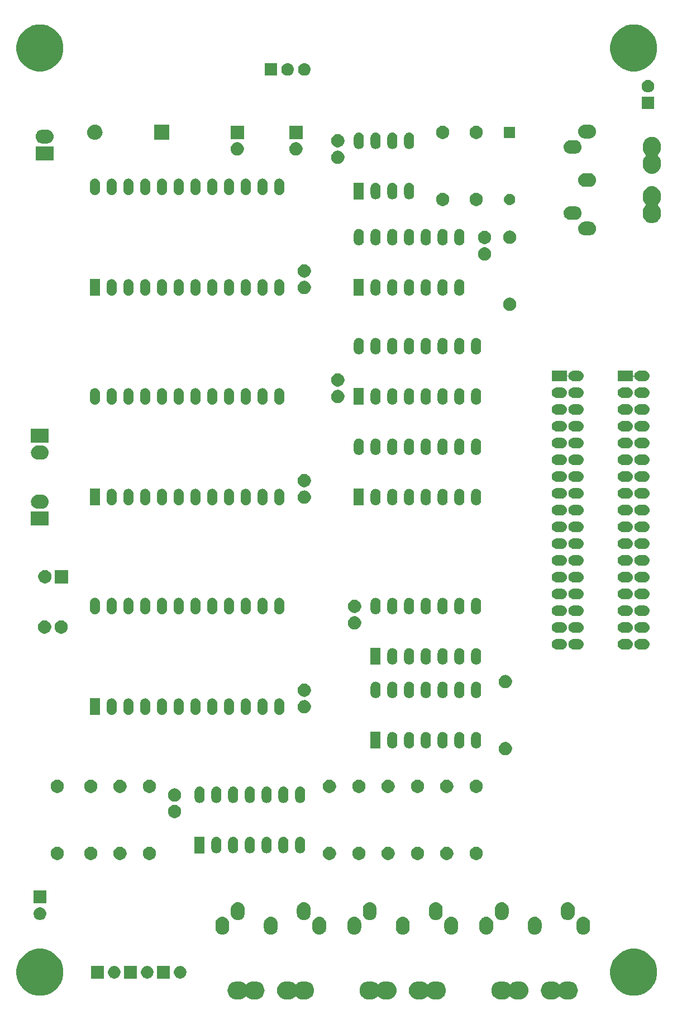
<source format=gts>
G04 #@! TF.GenerationSoftware,KiCad,Pcbnew,5.1.4-5.1.4*
G04 #@! TF.CreationDate,2019-09-04T11:08:56+01:00*
G04 #@! TF.ProjectId,music2xxx,6d757369-6332-4787-9878-2e6b69636164,rev?*
G04 #@! TF.SameCoordinates,Original*
G04 #@! TF.FileFunction,Soldermask,Top*
G04 #@! TF.FilePolarity,Negative*
%FSLAX46Y46*%
G04 Gerber Fmt 4.6, Leading zero omitted, Abs format (unit mm)*
G04 Created by KiCad (PCBNEW 5.1.4-5.1.4) date 2019-09-04 11:08:56*
%MOMM*%
%LPD*%
G04 APERTURE LIST*
%ADD10C,0.100000*%
G04 APERTURE END LIST*
D10*
G36*
X42964840Y-146418548D02*
G01*
X43092174Y-146457174D01*
X43219507Y-146495800D01*
X43454207Y-146621250D01*
X43659923Y-146790077D01*
X43659925Y-146790079D01*
X43667896Y-146796621D01*
X43670694Y-146799419D01*
X43691067Y-146813035D01*
X43713705Y-146822414D01*
X43737738Y-146827196D01*
X43762242Y-146827198D01*
X43786276Y-146822419D01*
X43808915Y-146813044D01*
X43829291Y-146799432D01*
X43832095Y-146796628D01*
X43971734Y-146682029D01*
X44045793Y-146621250D01*
X44280493Y-146495800D01*
X44407826Y-146457174D01*
X44535160Y-146418548D01*
X44733636Y-146399000D01*
X45266364Y-146399000D01*
X45464840Y-146418548D01*
X45592174Y-146457174D01*
X45719507Y-146495800D01*
X45954207Y-146621250D01*
X46159923Y-146790077D01*
X46328750Y-146995793D01*
X46328751Y-146995795D01*
X46454199Y-147230491D01*
X46531452Y-147485160D01*
X46557536Y-147750000D01*
X46531452Y-148014840D01*
X46531451Y-148014842D01*
X46454200Y-148269507D01*
X46328750Y-148504207D01*
X46159923Y-148709923D01*
X45954207Y-148878750D01*
X45719507Y-149004200D01*
X45592174Y-149042826D01*
X45464840Y-149081452D01*
X45266364Y-149101000D01*
X44733636Y-149101000D01*
X44535160Y-149081452D01*
X44407825Y-149042825D01*
X44280493Y-149004200D01*
X44045793Y-148878750D01*
X43840077Y-148709923D01*
X43840075Y-148709921D01*
X43832104Y-148703379D01*
X43829306Y-148700581D01*
X43808933Y-148686965D01*
X43786295Y-148677586D01*
X43762262Y-148672804D01*
X43737758Y-148672802D01*
X43713724Y-148677581D01*
X43691085Y-148686956D01*
X43670709Y-148700568D01*
X43667905Y-148703372D01*
X43659924Y-148709922D01*
X43659923Y-148709923D01*
X43454207Y-148878750D01*
X43219507Y-149004200D01*
X43092175Y-149042825D01*
X42964840Y-149081452D01*
X42766364Y-149101000D01*
X42233636Y-149101000D01*
X42035160Y-149081452D01*
X41907825Y-149042825D01*
X41780493Y-149004200D01*
X41545793Y-148878750D01*
X41340077Y-148709923D01*
X41171250Y-148504207D01*
X41045800Y-148269507D01*
X40968549Y-148014842D01*
X40968548Y-148014840D01*
X40942464Y-147750000D01*
X40968548Y-147485160D01*
X41045801Y-147230491D01*
X41171249Y-146995795D01*
X41171250Y-146995793D01*
X41340077Y-146790077D01*
X41545793Y-146621250D01*
X41780493Y-146495800D01*
X41907826Y-146457174D01*
X42035160Y-146418548D01*
X42233636Y-146399000D01*
X42766364Y-146399000D01*
X42964840Y-146418548D01*
X42964840Y-146418548D01*
G37*
G36*
X55464840Y-146418548D02*
G01*
X55592174Y-146457174D01*
X55719507Y-146495800D01*
X55954207Y-146621250D01*
X56159923Y-146790077D01*
X56159925Y-146790079D01*
X56167896Y-146796621D01*
X56170694Y-146799419D01*
X56191067Y-146813035D01*
X56213705Y-146822414D01*
X56237738Y-146827196D01*
X56262242Y-146827198D01*
X56286276Y-146822419D01*
X56308915Y-146813044D01*
X56329291Y-146799432D01*
X56332095Y-146796628D01*
X56471734Y-146682029D01*
X56545793Y-146621250D01*
X56780493Y-146495800D01*
X56907825Y-146457175D01*
X57035160Y-146418548D01*
X57233636Y-146399000D01*
X57766364Y-146399000D01*
X57964840Y-146418548D01*
X58092174Y-146457174D01*
X58219507Y-146495800D01*
X58454207Y-146621250D01*
X58659923Y-146790077D01*
X58828750Y-146995793D01*
X58828751Y-146995795D01*
X58954199Y-147230491D01*
X59031452Y-147485160D01*
X59057536Y-147750000D01*
X59031452Y-148014840D01*
X59031451Y-148014842D01*
X58954200Y-148269507D01*
X58828750Y-148504207D01*
X58659923Y-148709923D01*
X58454207Y-148878750D01*
X58219507Y-149004200D01*
X58092174Y-149042826D01*
X57964840Y-149081452D01*
X57766364Y-149101000D01*
X57233636Y-149101000D01*
X57035160Y-149081452D01*
X56907825Y-149042825D01*
X56780493Y-149004200D01*
X56545793Y-148878750D01*
X56340077Y-148709923D01*
X56340075Y-148709921D01*
X56332104Y-148703379D01*
X56329306Y-148700581D01*
X56308933Y-148686965D01*
X56286295Y-148677586D01*
X56262262Y-148672804D01*
X56237758Y-148672802D01*
X56213724Y-148677581D01*
X56191085Y-148686956D01*
X56170709Y-148700568D01*
X56167905Y-148703372D01*
X56159924Y-148709922D01*
X56159923Y-148709923D01*
X55954207Y-148878750D01*
X55719507Y-149004200D01*
X55592174Y-149042826D01*
X55464840Y-149081452D01*
X55266364Y-149101000D01*
X54733636Y-149101000D01*
X54535160Y-149081452D01*
X54407825Y-149042825D01*
X54280493Y-149004200D01*
X54045793Y-148878750D01*
X53840077Y-148709923D01*
X53671250Y-148504207D01*
X53545800Y-148269507D01*
X53468549Y-148014842D01*
X53468548Y-148014840D01*
X53442464Y-147750000D01*
X53468548Y-147485160D01*
X53545801Y-147230491D01*
X53671249Y-146995795D01*
X53671250Y-146995793D01*
X53840077Y-146790077D01*
X54045793Y-146621250D01*
X54280493Y-146495800D01*
X54407825Y-146457175D01*
X54535160Y-146418548D01*
X54733636Y-146399000D01*
X55266364Y-146399000D01*
X55464840Y-146418548D01*
X55464840Y-146418548D01*
G37*
G36*
X62964840Y-146418548D02*
G01*
X63092174Y-146457174D01*
X63219507Y-146495800D01*
X63454207Y-146621250D01*
X63659923Y-146790077D01*
X63659925Y-146790079D01*
X63667896Y-146796621D01*
X63670694Y-146799419D01*
X63691067Y-146813035D01*
X63713705Y-146822414D01*
X63737738Y-146827196D01*
X63762242Y-146827198D01*
X63786276Y-146822419D01*
X63808915Y-146813044D01*
X63829291Y-146799432D01*
X63832095Y-146796628D01*
X63971734Y-146682029D01*
X64045793Y-146621250D01*
X64280493Y-146495800D01*
X64407825Y-146457175D01*
X64535160Y-146418548D01*
X64733636Y-146399000D01*
X65266364Y-146399000D01*
X65464840Y-146418548D01*
X65592174Y-146457174D01*
X65719507Y-146495800D01*
X65954207Y-146621250D01*
X66159923Y-146790077D01*
X66328750Y-146995793D01*
X66328751Y-146995795D01*
X66454199Y-147230491D01*
X66531452Y-147485160D01*
X66557536Y-147750000D01*
X66531452Y-148014840D01*
X66531451Y-148014842D01*
X66454200Y-148269507D01*
X66328750Y-148504207D01*
X66159923Y-148709923D01*
X65954207Y-148878750D01*
X65719507Y-149004200D01*
X65592174Y-149042826D01*
X65464840Y-149081452D01*
X65266364Y-149101000D01*
X64733636Y-149101000D01*
X64535160Y-149081452D01*
X64407825Y-149042825D01*
X64280493Y-149004200D01*
X64045793Y-148878750D01*
X63840077Y-148709923D01*
X63840075Y-148709921D01*
X63832104Y-148703379D01*
X63829306Y-148700581D01*
X63808933Y-148686965D01*
X63786295Y-148677586D01*
X63762262Y-148672804D01*
X63737758Y-148672802D01*
X63713724Y-148677581D01*
X63691085Y-148686956D01*
X63670709Y-148700568D01*
X63667905Y-148703372D01*
X63659924Y-148709922D01*
X63659923Y-148709923D01*
X63454207Y-148878750D01*
X63219507Y-149004200D01*
X63092174Y-149042826D01*
X62964840Y-149081452D01*
X62766364Y-149101000D01*
X62233636Y-149101000D01*
X62035160Y-149081452D01*
X61907825Y-149042825D01*
X61780493Y-149004200D01*
X61545793Y-148878750D01*
X61340077Y-148709923D01*
X61171250Y-148504207D01*
X61045800Y-148269507D01*
X60968549Y-148014842D01*
X60968548Y-148014840D01*
X60942464Y-147750000D01*
X60968548Y-147485160D01*
X61045801Y-147230491D01*
X61171249Y-146995795D01*
X61171250Y-146995793D01*
X61340077Y-146790077D01*
X61545793Y-146621250D01*
X61780493Y-146495800D01*
X61907825Y-146457175D01*
X62035160Y-146418548D01*
X62233636Y-146399000D01*
X62766364Y-146399000D01*
X62964840Y-146418548D01*
X62964840Y-146418548D01*
G37*
G36*
X75464840Y-146418548D02*
G01*
X75592174Y-146457174D01*
X75719507Y-146495800D01*
X75954207Y-146621250D01*
X76159923Y-146790077D01*
X76159925Y-146790079D01*
X76167896Y-146796621D01*
X76170694Y-146799419D01*
X76191067Y-146813035D01*
X76213705Y-146822414D01*
X76237738Y-146827196D01*
X76262242Y-146827198D01*
X76286276Y-146822419D01*
X76308915Y-146813044D01*
X76329291Y-146799432D01*
X76332095Y-146796628D01*
X76471734Y-146682029D01*
X76545793Y-146621250D01*
X76780493Y-146495800D01*
X76907825Y-146457175D01*
X77035160Y-146418548D01*
X77233636Y-146399000D01*
X77766364Y-146399000D01*
X77964840Y-146418548D01*
X78092174Y-146457174D01*
X78219507Y-146495800D01*
X78454207Y-146621250D01*
X78659923Y-146790077D01*
X78828750Y-146995793D01*
X78828751Y-146995795D01*
X78954199Y-147230491D01*
X79031452Y-147485160D01*
X79057536Y-147750000D01*
X79031452Y-148014840D01*
X79031451Y-148014842D01*
X78954200Y-148269507D01*
X78828750Y-148504207D01*
X78659923Y-148709923D01*
X78454207Y-148878750D01*
X78219507Y-149004200D01*
X78092174Y-149042826D01*
X77964840Y-149081452D01*
X77766364Y-149101000D01*
X77233636Y-149101000D01*
X77035160Y-149081452D01*
X76907825Y-149042825D01*
X76780493Y-149004200D01*
X76545793Y-148878750D01*
X76340077Y-148709923D01*
X76340075Y-148709921D01*
X76332104Y-148703379D01*
X76329306Y-148700581D01*
X76308933Y-148686965D01*
X76286295Y-148677586D01*
X76262262Y-148672804D01*
X76237758Y-148672802D01*
X76213724Y-148677581D01*
X76191085Y-148686956D01*
X76170709Y-148700568D01*
X76167905Y-148703372D01*
X76159924Y-148709922D01*
X76159923Y-148709923D01*
X75954207Y-148878750D01*
X75719507Y-149004200D01*
X75592174Y-149042826D01*
X75464840Y-149081452D01*
X75266364Y-149101000D01*
X74733636Y-149101000D01*
X74535160Y-149081452D01*
X74407825Y-149042825D01*
X74280493Y-149004200D01*
X74045793Y-148878750D01*
X73840077Y-148709923D01*
X73671250Y-148504207D01*
X73545800Y-148269507D01*
X73468549Y-148014842D01*
X73468548Y-148014840D01*
X73442464Y-147750000D01*
X73468548Y-147485160D01*
X73545801Y-147230491D01*
X73671249Y-146995795D01*
X73671250Y-146995793D01*
X73840077Y-146790077D01*
X74045793Y-146621250D01*
X74280493Y-146495800D01*
X74407825Y-146457175D01*
X74535160Y-146418548D01*
X74733636Y-146399000D01*
X75266364Y-146399000D01*
X75464840Y-146418548D01*
X75464840Y-146418548D01*
G37*
G36*
X35464840Y-146418548D02*
G01*
X35592174Y-146457174D01*
X35719507Y-146495800D01*
X35954207Y-146621250D01*
X36159923Y-146790077D01*
X36159925Y-146790079D01*
X36167896Y-146796621D01*
X36170694Y-146799419D01*
X36191067Y-146813035D01*
X36213705Y-146822414D01*
X36237738Y-146827196D01*
X36262242Y-146827198D01*
X36286276Y-146822419D01*
X36308915Y-146813044D01*
X36329291Y-146799432D01*
X36332095Y-146796628D01*
X36471734Y-146682029D01*
X36545793Y-146621250D01*
X36780493Y-146495800D01*
X36907826Y-146457174D01*
X37035160Y-146418548D01*
X37233636Y-146399000D01*
X37766364Y-146399000D01*
X37964840Y-146418548D01*
X38092174Y-146457174D01*
X38219507Y-146495800D01*
X38454207Y-146621250D01*
X38659923Y-146790077D01*
X38828750Y-146995793D01*
X38828751Y-146995795D01*
X38954199Y-147230491D01*
X39031452Y-147485160D01*
X39057536Y-147750000D01*
X39031452Y-148014840D01*
X39031451Y-148014842D01*
X38954200Y-148269507D01*
X38828750Y-148504207D01*
X38659923Y-148709923D01*
X38454207Y-148878750D01*
X38219507Y-149004200D01*
X38092175Y-149042825D01*
X37964840Y-149081452D01*
X37766364Y-149101000D01*
X37233636Y-149101000D01*
X37035160Y-149081452D01*
X36907825Y-149042825D01*
X36780493Y-149004200D01*
X36545793Y-148878750D01*
X36340077Y-148709923D01*
X36340075Y-148709921D01*
X36332104Y-148703379D01*
X36329306Y-148700581D01*
X36308933Y-148686965D01*
X36286295Y-148677586D01*
X36262262Y-148672804D01*
X36237758Y-148672802D01*
X36213724Y-148677581D01*
X36191085Y-148686956D01*
X36170709Y-148700568D01*
X36167905Y-148703372D01*
X36159924Y-148709922D01*
X36159923Y-148709923D01*
X35954207Y-148878750D01*
X35719507Y-149004200D01*
X35592175Y-149042825D01*
X35464840Y-149081452D01*
X35266364Y-149101000D01*
X34733636Y-149101000D01*
X34535160Y-149081452D01*
X34407825Y-149042825D01*
X34280493Y-149004200D01*
X34045793Y-148878750D01*
X33840077Y-148709923D01*
X33671250Y-148504207D01*
X33545800Y-148269507D01*
X33468549Y-148014842D01*
X33468548Y-148014840D01*
X33442464Y-147750000D01*
X33468548Y-147485160D01*
X33545801Y-147230491D01*
X33671249Y-146995795D01*
X33671250Y-146995793D01*
X33840077Y-146790077D01*
X34045793Y-146621250D01*
X34280493Y-146495800D01*
X34407826Y-146457174D01*
X34535160Y-146418548D01*
X34733636Y-146399000D01*
X35266364Y-146399000D01*
X35464840Y-146418548D01*
X35464840Y-146418548D01*
G37*
G36*
X82964840Y-146418548D02*
G01*
X83092174Y-146457174D01*
X83219507Y-146495800D01*
X83454207Y-146621250D01*
X83659923Y-146790077D01*
X83659925Y-146790079D01*
X83667896Y-146796621D01*
X83670694Y-146799419D01*
X83691067Y-146813035D01*
X83713705Y-146822414D01*
X83737738Y-146827196D01*
X83762242Y-146827198D01*
X83786276Y-146822419D01*
X83808915Y-146813044D01*
X83829291Y-146799432D01*
X83832095Y-146796628D01*
X83971734Y-146682029D01*
X84045793Y-146621250D01*
X84280493Y-146495800D01*
X84407825Y-146457175D01*
X84535160Y-146418548D01*
X84733636Y-146399000D01*
X85266364Y-146399000D01*
X85464840Y-146418548D01*
X85592174Y-146457174D01*
X85719507Y-146495800D01*
X85954207Y-146621250D01*
X86159923Y-146790077D01*
X86328750Y-146995793D01*
X86328751Y-146995795D01*
X86454199Y-147230491D01*
X86531452Y-147485160D01*
X86557536Y-147750000D01*
X86531452Y-148014840D01*
X86531451Y-148014842D01*
X86454200Y-148269507D01*
X86328750Y-148504207D01*
X86159923Y-148709923D01*
X85954207Y-148878750D01*
X85719507Y-149004200D01*
X85592174Y-149042826D01*
X85464840Y-149081452D01*
X85266364Y-149101000D01*
X84733636Y-149101000D01*
X84535160Y-149081452D01*
X84407825Y-149042825D01*
X84280493Y-149004200D01*
X84045793Y-148878750D01*
X83840077Y-148709923D01*
X83840075Y-148709921D01*
X83832104Y-148703379D01*
X83829306Y-148700581D01*
X83808933Y-148686965D01*
X83786295Y-148677586D01*
X83762262Y-148672804D01*
X83737758Y-148672802D01*
X83713724Y-148677581D01*
X83691085Y-148686956D01*
X83670709Y-148700568D01*
X83667905Y-148703372D01*
X83659924Y-148709922D01*
X83659923Y-148709923D01*
X83454207Y-148878750D01*
X83219507Y-149004200D01*
X83092174Y-149042826D01*
X82964840Y-149081452D01*
X82766364Y-149101000D01*
X82233636Y-149101000D01*
X82035160Y-149081452D01*
X81907825Y-149042825D01*
X81780493Y-149004200D01*
X81545793Y-148878750D01*
X81340077Y-148709923D01*
X81171250Y-148504207D01*
X81045800Y-148269507D01*
X80968549Y-148014842D01*
X80968548Y-148014840D01*
X80942464Y-147750000D01*
X80968548Y-147485160D01*
X81045801Y-147230491D01*
X81171249Y-146995795D01*
X81171250Y-146995793D01*
X81340077Y-146790077D01*
X81545793Y-146621250D01*
X81780493Y-146495800D01*
X81907825Y-146457175D01*
X82035160Y-146418548D01*
X82233636Y-146399000D01*
X82766364Y-146399000D01*
X82964840Y-146418548D01*
X82964840Y-146418548D01*
G37*
G36*
X96035787Y-141585462D02*
G01*
X96035790Y-141585463D01*
X96035789Y-141585463D01*
X96682029Y-141853144D01*
X97263631Y-142241758D01*
X97758242Y-142736369D01*
X98146856Y-143317971D01*
X98146856Y-143317972D01*
X98414538Y-143964213D01*
X98551000Y-144650256D01*
X98551000Y-145349744D01*
X98414538Y-146035787D01*
X98414537Y-146035789D01*
X98146856Y-146682029D01*
X97758242Y-147263631D01*
X97263631Y-147758242D01*
X96682029Y-148146856D01*
X96385923Y-148269507D01*
X96035787Y-148414538D01*
X95349744Y-148551000D01*
X94650256Y-148551000D01*
X93964213Y-148414538D01*
X93614077Y-148269507D01*
X93317971Y-148146856D01*
X92736369Y-147758242D01*
X92241758Y-147263631D01*
X91853144Y-146682029D01*
X91585463Y-146035789D01*
X91585462Y-146035787D01*
X91449000Y-145349744D01*
X91449000Y-144650256D01*
X91585462Y-143964213D01*
X91853144Y-143317972D01*
X91853144Y-143317971D01*
X92241758Y-142736369D01*
X92736369Y-142241758D01*
X93317971Y-141853144D01*
X93964211Y-141585463D01*
X93964210Y-141585463D01*
X93964213Y-141585462D01*
X94650256Y-141449000D01*
X95349744Y-141449000D01*
X96035787Y-141585462D01*
X96035787Y-141585462D01*
G37*
G36*
X6035787Y-141585462D02*
G01*
X6035790Y-141585463D01*
X6035789Y-141585463D01*
X6682029Y-141853144D01*
X7263631Y-142241758D01*
X7758242Y-142736369D01*
X8146856Y-143317971D01*
X8146856Y-143317972D01*
X8414538Y-143964213D01*
X8551000Y-144650256D01*
X8551000Y-145349744D01*
X8414538Y-146035787D01*
X8414537Y-146035789D01*
X8146856Y-146682029D01*
X7758242Y-147263631D01*
X7263631Y-147758242D01*
X6682029Y-148146856D01*
X6385923Y-148269507D01*
X6035787Y-148414538D01*
X5349744Y-148551000D01*
X4650256Y-148551000D01*
X3964213Y-148414538D01*
X3614077Y-148269507D01*
X3317971Y-148146856D01*
X2736369Y-147758242D01*
X2241758Y-147263631D01*
X1853144Y-146682029D01*
X1585463Y-146035789D01*
X1585462Y-146035787D01*
X1449000Y-145349744D01*
X1449000Y-144650256D01*
X1585462Y-143964213D01*
X1853144Y-143317972D01*
X1853144Y-143317971D01*
X2241758Y-142736369D01*
X2736369Y-142241758D01*
X3317971Y-141853144D01*
X3964211Y-141585463D01*
X3964210Y-141585463D01*
X3964213Y-141585462D01*
X4650256Y-141449000D01*
X5349744Y-141449000D01*
X6035787Y-141585462D01*
X6035787Y-141585462D01*
G37*
G36*
X19681000Y-145951000D02*
G01*
X17779000Y-145951000D01*
X17779000Y-144049000D01*
X19681000Y-144049000D01*
X19681000Y-145951000D01*
X19681000Y-145951000D01*
G37*
G36*
X24681000Y-145951000D02*
G01*
X22779000Y-145951000D01*
X22779000Y-144049000D01*
X24681000Y-144049000D01*
X24681000Y-145951000D01*
X24681000Y-145951000D01*
G37*
G36*
X26547395Y-144085546D02*
G01*
X26720466Y-144157234D01*
X26720467Y-144157235D01*
X26876227Y-144261310D01*
X27008690Y-144393773D01*
X27008691Y-144393775D01*
X27112766Y-144549534D01*
X27184454Y-144722605D01*
X27221000Y-144906333D01*
X27221000Y-145093667D01*
X27184454Y-145277395D01*
X27112766Y-145450466D01*
X27112765Y-145450467D01*
X27008690Y-145606227D01*
X26876227Y-145738690D01*
X26797818Y-145791081D01*
X26720466Y-145842766D01*
X26547395Y-145914454D01*
X26363667Y-145951000D01*
X26176333Y-145951000D01*
X25992605Y-145914454D01*
X25819534Y-145842766D01*
X25742182Y-145791081D01*
X25663773Y-145738690D01*
X25531310Y-145606227D01*
X25427235Y-145450467D01*
X25427234Y-145450466D01*
X25355546Y-145277395D01*
X25319000Y-145093667D01*
X25319000Y-144906333D01*
X25355546Y-144722605D01*
X25427234Y-144549534D01*
X25531309Y-144393775D01*
X25531310Y-144393773D01*
X25663773Y-144261310D01*
X25819533Y-144157235D01*
X25819534Y-144157234D01*
X25992605Y-144085546D01*
X26176333Y-144049000D01*
X26363667Y-144049000D01*
X26547395Y-144085546D01*
X26547395Y-144085546D01*
G37*
G36*
X21547395Y-144085546D02*
G01*
X21720466Y-144157234D01*
X21720467Y-144157235D01*
X21876227Y-144261310D01*
X22008690Y-144393773D01*
X22008691Y-144393775D01*
X22112766Y-144549534D01*
X22184454Y-144722605D01*
X22221000Y-144906333D01*
X22221000Y-145093667D01*
X22184454Y-145277395D01*
X22112766Y-145450466D01*
X22112765Y-145450467D01*
X22008690Y-145606227D01*
X21876227Y-145738690D01*
X21797818Y-145791081D01*
X21720466Y-145842766D01*
X21547395Y-145914454D01*
X21363667Y-145951000D01*
X21176333Y-145951000D01*
X20992605Y-145914454D01*
X20819534Y-145842766D01*
X20742182Y-145791081D01*
X20663773Y-145738690D01*
X20531310Y-145606227D01*
X20427235Y-145450467D01*
X20427234Y-145450466D01*
X20355546Y-145277395D01*
X20319000Y-145093667D01*
X20319000Y-144906333D01*
X20355546Y-144722605D01*
X20427234Y-144549534D01*
X20531309Y-144393775D01*
X20531310Y-144393773D01*
X20663773Y-144261310D01*
X20819533Y-144157235D01*
X20819534Y-144157234D01*
X20992605Y-144085546D01*
X21176333Y-144049000D01*
X21363667Y-144049000D01*
X21547395Y-144085546D01*
X21547395Y-144085546D01*
G37*
G36*
X16547395Y-144085546D02*
G01*
X16720466Y-144157234D01*
X16720467Y-144157235D01*
X16876227Y-144261310D01*
X17008690Y-144393773D01*
X17008691Y-144393775D01*
X17112766Y-144549534D01*
X17184454Y-144722605D01*
X17221000Y-144906333D01*
X17221000Y-145093667D01*
X17184454Y-145277395D01*
X17112766Y-145450466D01*
X17112765Y-145450467D01*
X17008690Y-145606227D01*
X16876227Y-145738690D01*
X16797818Y-145791081D01*
X16720466Y-145842766D01*
X16547395Y-145914454D01*
X16363667Y-145951000D01*
X16176333Y-145951000D01*
X15992605Y-145914454D01*
X15819534Y-145842766D01*
X15742182Y-145791081D01*
X15663773Y-145738690D01*
X15531310Y-145606227D01*
X15427235Y-145450467D01*
X15427234Y-145450466D01*
X15355546Y-145277395D01*
X15319000Y-145093667D01*
X15319000Y-144906333D01*
X15355546Y-144722605D01*
X15427234Y-144549534D01*
X15531309Y-144393775D01*
X15531310Y-144393773D01*
X15663773Y-144261310D01*
X15819533Y-144157235D01*
X15819534Y-144157234D01*
X15992605Y-144085546D01*
X16176333Y-144049000D01*
X16363667Y-144049000D01*
X16547395Y-144085546D01*
X16547395Y-144085546D01*
G37*
G36*
X14681000Y-145951000D02*
G01*
X12779000Y-145951000D01*
X12779000Y-144049000D01*
X14681000Y-144049000D01*
X14681000Y-145951000D01*
X14681000Y-145951000D01*
G37*
G36*
X80206032Y-136614207D02*
G01*
X80404146Y-136674305D01*
X80404149Y-136674306D01*
X80500975Y-136726061D01*
X80586729Y-136771897D01*
X80746765Y-136903235D01*
X80878103Y-137063271D01*
X80887579Y-137081000D01*
X80975694Y-137245851D01*
X80975695Y-137245855D01*
X81035793Y-137443969D01*
X81051000Y-137598371D01*
X81051000Y-138301630D01*
X81035793Y-138456032D01*
X80975695Y-138654145D01*
X80975694Y-138654149D01*
X80923939Y-138750975D01*
X80878103Y-138836729D01*
X80746765Y-138996765D01*
X80586729Y-139128103D01*
X80470030Y-139190479D01*
X80404148Y-139225694D01*
X80404145Y-139225695D01*
X80206031Y-139285793D01*
X80000000Y-139306085D01*
X79793968Y-139285793D01*
X79595854Y-139225695D01*
X79595851Y-139225694D01*
X79499025Y-139173939D01*
X79413271Y-139128103D01*
X79253235Y-138996765D01*
X79121897Y-138836729D01*
X79024307Y-138654149D01*
X79024306Y-138654148D01*
X79024305Y-138654145D01*
X78964207Y-138456031D01*
X78949000Y-138301629D01*
X78949000Y-137598370D01*
X78964207Y-137443968D01*
X78983296Y-137381040D01*
X79024305Y-137245853D01*
X79112422Y-137081000D01*
X79121898Y-137063271D01*
X79253236Y-136903235D01*
X79413272Y-136771897D01*
X79499026Y-136726061D01*
X79595852Y-136674306D01*
X79595855Y-136674305D01*
X79793969Y-136614207D01*
X80000000Y-136593915D01*
X80206032Y-136614207D01*
X80206032Y-136614207D01*
G37*
G36*
X87556032Y-136614207D02*
G01*
X87754146Y-136674305D01*
X87754149Y-136674306D01*
X87850975Y-136726061D01*
X87936729Y-136771897D01*
X88096765Y-136903235D01*
X88228103Y-137063271D01*
X88237579Y-137081000D01*
X88325694Y-137245851D01*
X88325695Y-137245855D01*
X88385793Y-137443969D01*
X88401000Y-137598371D01*
X88401000Y-138301630D01*
X88385793Y-138456032D01*
X88325695Y-138654145D01*
X88325694Y-138654149D01*
X88273939Y-138750975D01*
X88228103Y-138836729D01*
X88096765Y-138996765D01*
X87936729Y-139128103D01*
X87820030Y-139190479D01*
X87754148Y-139225694D01*
X87754145Y-139225695D01*
X87556031Y-139285793D01*
X87350000Y-139306085D01*
X87143968Y-139285793D01*
X86945854Y-139225695D01*
X86945851Y-139225694D01*
X86849025Y-139173939D01*
X86763271Y-139128103D01*
X86603235Y-138996765D01*
X86471897Y-138836729D01*
X86374307Y-138654149D01*
X86374306Y-138654148D01*
X86374305Y-138654145D01*
X86314207Y-138456031D01*
X86299000Y-138301629D01*
X86299000Y-137598370D01*
X86314207Y-137443968D01*
X86333296Y-137381040D01*
X86374305Y-137245853D01*
X86462422Y-137081000D01*
X86471898Y-137063271D01*
X86603236Y-136903235D01*
X86763272Y-136771897D01*
X86849026Y-136726061D01*
X86945852Y-136674306D01*
X86945855Y-136674305D01*
X87143969Y-136614207D01*
X87350000Y-136593915D01*
X87556032Y-136614207D01*
X87556032Y-136614207D01*
G37*
G36*
X72856032Y-136614207D02*
G01*
X73054146Y-136674305D01*
X73054149Y-136674306D01*
X73150975Y-136726061D01*
X73236729Y-136771897D01*
X73396765Y-136903235D01*
X73528103Y-137063271D01*
X73537579Y-137081000D01*
X73625694Y-137245851D01*
X73625695Y-137245855D01*
X73685793Y-137443969D01*
X73701000Y-137598371D01*
X73701000Y-138301630D01*
X73685793Y-138456032D01*
X73625695Y-138654145D01*
X73625694Y-138654149D01*
X73573939Y-138750975D01*
X73528103Y-138836729D01*
X73396765Y-138996765D01*
X73236729Y-139128103D01*
X73120030Y-139190479D01*
X73054148Y-139225694D01*
X73054145Y-139225695D01*
X72856031Y-139285793D01*
X72650000Y-139306085D01*
X72443968Y-139285793D01*
X72245854Y-139225695D01*
X72245851Y-139225694D01*
X72149025Y-139173939D01*
X72063271Y-139128103D01*
X71903235Y-138996765D01*
X71771897Y-138836729D01*
X71674307Y-138654149D01*
X71674306Y-138654148D01*
X71674305Y-138654145D01*
X71614207Y-138456031D01*
X71599000Y-138301629D01*
X71599000Y-137598370D01*
X71614207Y-137443968D01*
X71633296Y-137381040D01*
X71674305Y-137245853D01*
X71762422Y-137081000D01*
X71771898Y-137063271D01*
X71903236Y-136903235D01*
X72063272Y-136771897D01*
X72149026Y-136726061D01*
X72245852Y-136674306D01*
X72245855Y-136674305D01*
X72443969Y-136614207D01*
X72650000Y-136593915D01*
X72856032Y-136614207D01*
X72856032Y-136614207D01*
G37*
G36*
X67556032Y-136614207D02*
G01*
X67754146Y-136674305D01*
X67754149Y-136674306D01*
X67850975Y-136726061D01*
X67936729Y-136771897D01*
X68096765Y-136903235D01*
X68228103Y-137063271D01*
X68237579Y-137081000D01*
X68325694Y-137245851D01*
X68325695Y-137245855D01*
X68385793Y-137443969D01*
X68401000Y-137598371D01*
X68401000Y-138301630D01*
X68385793Y-138456032D01*
X68325695Y-138654145D01*
X68325694Y-138654149D01*
X68273939Y-138750975D01*
X68228103Y-138836729D01*
X68096765Y-138996765D01*
X67936729Y-139128103D01*
X67820030Y-139190479D01*
X67754148Y-139225694D01*
X67754145Y-139225695D01*
X67556031Y-139285793D01*
X67350000Y-139306085D01*
X67143968Y-139285793D01*
X66945854Y-139225695D01*
X66945851Y-139225694D01*
X66849025Y-139173939D01*
X66763271Y-139128103D01*
X66603235Y-138996765D01*
X66471897Y-138836729D01*
X66374307Y-138654149D01*
X66374306Y-138654148D01*
X66374305Y-138654145D01*
X66314207Y-138456031D01*
X66299000Y-138301629D01*
X66299000Y-137598370D01*
X66314207Y-137443968D01*
X66333296Y-137381040D01*
X66374305Y-137245853D01*
X66462422Y-137081000D01*
X66471898Y-137063271D01*
X66603236Y-136903235D01*
X66763272Y-136771897D01*
X66849026Y-136726061D01*
X66945852Y-136674306D01*
X66945855Y-136674305D01*
X67143969Y-136614207D01*
X67350000Y-136593915D01*
X67556032Y-136614207D01*
X67556032Y-136614207D01*
G37*
G36*
X40206032Y-136614207D02*
G01*
X40404146Y-136674305D01*
X40404149Y-136674306D01*
X40500975Y-136726061D01*
X40586729Y-136771897D01*
X40746765Y-136903235D01*
X40878103Y-137063271D01*
X40887579Y-137081000D01*
X40975694Y-137245851D01*
X40975695Y-137245855D01*
X41035793Y-137443969D01*
X41051000Y-137598371D01*
X41051000Y-138301630D01*
X41035793Y-138456032D01*
X40975695Y-138654145D01*
X40975694Y-138654149D01*
X40923939Y-138750975D01*
X40878103Y-138836729D01*
X40746765Y-138996765D01*
X40586729Y-139128103D01*
X40470030Y-139190479D01*
X40404148Y-139225694D01*
X40404145Y-139225695D01*
X40206031Y-139285793D01*
X40000000Y-139306085D01*
X39793968Y-139285793D01*
X39595854Y-139225695D01*
X39595851Y-139225694D01*
X39499025Y-139173939D01*
X39413271Y-139128103D01*
X39253235Y-138996765D01*
X39121897Y-138836729D01*
X39024307Y-138654149D01*
X39024306Y-138654148D01*
X39024305Y-138654145D01*
X38964207Y-138456031D01*
X38949000Y-138301629D01*
X38949000Y-137598370D01*
X38964207Y-137443968D01*
X38983296Y-137381040D01*
X39024305Y-137245853D01*
X39112422Y-137081000D01*
X39121898Y-137063271D01*
X39253236Y-136903235D01*
X39413272Y-136771897D01*
X39499026Y-136726061D01*
X39595852Y-136674306D01*
X39595855Y-136674305D01*
X39793969Y-136614207D01*
X40000000Y-136593915D01*
X40206032Y-136614207D01*
X40206032Y-136614207D01*
G37*
G36*
X47556032Y-136614207D02*
G01*
X47754146Y-136674305D01*
X47754149Y-136674306D01*
X47850975Y-136726061D01*
X47936729Y-136771897D01*
X48096765Y-136903235D01*
X48228103Y-137063271D01*
X48237579Y-137081000D01*
X48325694Y-137245851D01*
X48325695Y-137245855D01*
X48385793Y-137443969D01*
X48401000Y-137598371D01*
X48401000Y-138301630D01*
X48385793Y-138456032D01*
X48325695Y-138654145D01*
X48325694Y-138654149D01*
X48273939Y-138750975D01*
X48228103Y-138836729D01*
X48096765Y-138996765D01*
X47936729Y-139128103D01*
X47820030Y-139190479D01*
X47754148Y-139225694D01*
X47754145Y-139225695D01*
X47556031Y-139285793D01*
X47350000Y-139306085D01*
X47143968Y-139285793D01*
X46945854Y-139225695D01*
X46945851Y-139225694D01*
X46849025Y-139173939D01*
X46763271Y-139128103D01*
X46603235Y-138996765D01*
X46471897Y-138836729D01*
X46374307Y-138654149D01*
X46374306Y-138654148D01*
X46374305Y-138654145D01*
X46314207Y-138456031D01*
X46299000Y-138301629D01*
X46299000Y-137598370D01*
X46314207Y-137443968D01*
X46333296Y-137381040D01*
X46374305Y-137245853D01*
X46462422Y-137081000D01*
X46471898Y-137063271D01*
X46603236Y-136903235D01*
X46763272Y-136771897D01*
X46849026Y-136726061D01*
X46945852Y-136674306D01*
X46945855Y-136674305D01*
X47143969Y-136614207D01*
X47350000Y-136593915D01*
X47556032Y-136614207D01*
X47556032Y-136614207D01*
G37*
G36*
X32856032Y-136614207D02*
G01*
X33054146Y-136674305D01*
X33054149Y-136674306D01*
X33150975Y-136726061D01*
X33236729Y-136771897D01*
X33396765Y-136903235D01*
X33528103Y-137063271D01*
X33537579Y-137081000D01*
X33625694Y-137245851D01*
X33625695Y-137245855D01*
X33685793Y-137443969D01*
X33701000Y-137598371D01*
X33701000Y-138301630D01*
X33685793Y-138456032D01*
X33625695Y-138654145D01*
X33625694Y-138654149D01*
X33573939Y-138750975D01*
X33528103Y-138836729D01*
X33396765Y-138996765D01*
X33236729Y-139128103D01*
X33120030Y-139190479D01*
X33054148Y-139225694D01*
X33054145Y-139225695D01*
X32856031Y-139285793D01*
X32650000Y-139306085D01*
X32443968Y-139285793D01*
X32245854Y-139225695D01*
X32245851Y-139225694D01*
X32149025Y-139173939D01*
X32063271Y-139128103D01*
X31903235Y-138996765D01*
X31771897Y-138836729D01*
X31674307Y-138654149D01*
X31674306Y-138654148D01*
X31674305Y-138654145D01*
X31614207Y-138456031D01*
X31599000Y-138301629D01*
X31599000Y-137598370D01*
X31614207Y-137443968D01*
X31633296Y-137381040D01*
X31674305Y-137245853D01*
X31762422Y-137081000D01*
X31771898Y-137063271D01*
X31903236Y-136903235D01*
X32063272Y-136771897D01*
X32149026Y-136726061D01*
X32245852Y-136674306D01*
X32245855Y-136674305D01*
X32443969Y-136614207D01*
X32650000Y-136593915D01*
X32856032Y-136614207D01*
X32856032Y-136614207D01*
G37*
G36*
X52856032Y-136614207D02*
G01*
X53054146Y-136674305D01*
X53054149Y-136674306D01*
X53150975Y-136726061D01*
X53236729Y-136771897D01*
X53396765Y-136903235D01*
X53528103Y-137063271D01*
X53537579Y-137081000D01*
X53625694Y-137245851D01*
X53625695Y-137245855D01*
X53685793Y-137443969D01*
X53701000Y-137598371D01*
X53701000Y-138301630D01*
X53685793Y-138456032D01*
X53625695Y-138654145D01*
X53625694Y-138654149D01*
X53573939Y-138750975D01*
X53528103Y-138836729D01*
X53396765Y-138996765D01*
X53236729Y-139128103D01*
X53120030Y-139190479D01*
X53054148Y-139225694D01*
X53054145Y-139225695D01*
X52856031Y-139285793D01*
X52650000Y-139306085D01*
X52443968Y-139285793D01*
X52245854Y-139225695D01*
X52245851Y-139225694D01*
X52149025Y-139173939D01*
X52063271Y-139128103D01*
X51903235Y-138996765D01*
X51771897Y-138836729D01*
X51674307Y-138654149D01*
X51674306Y-138654148D01*
X51674305Y-138654145D01*
X51614207Y-138456031D01*
X51599000Y-138301629D01*
X51599000Y-137598370D01*
X51614207Y-137443968D01*
X51633296Y-137381040D01*
X51674305Y-137245853D01*
X51762422Y-137081000D01*
X51771898Y-137063271D01*
X51903236Y-136903235D01*
X52063272Y-136771897D01*
X52149026Y-136726061D01*
X52245852Y-136674306D01*
X52245855Y-136674305D01*
X52443969Y-136614207D01*
X52650000Y-136593915D01*
X52856032Y-136614207D01*
X52856032Y-136614207D01*
G37*
G36*
X60206032Y-136614207D02*
G01*
X60404146Y-136674305D01*
X60404149Y-136674306D01*
X60500975Y-136726061D01*
X60586729Y-136771897D01*
X60746765Y-136903235D01*
X60878103Y-137063271D01*
X60887579Y-137081000D01*
X60975694Y-137245851D01*
X60975695Y-137245855D01*
X61035793Y-137443969D01*
X61051000Y-137598371D01*
X61051000Y-138301630D01*
X61035793Y-138456032D01*
X60975695Y-138654145D01*
X60975694Y-138654149D01*
X60923939Y-138750975D01*
X60878103Y-138836729D01*
X60746765Y-138996765D01*
X60586729Y-139128103D01*
X60470030Y-139190479D01*
X60404148Y-139225694D01*
X60404145Y-139225695D01*
X60206031Y-139285793D01*
X60000000Y-139306085D01*
X59793968Y-139285793D01*
X59595854Y-139225695D01*
X59595851Y-139225694D01*
X59499025Y-139173939D01*
X59413271Y-139128103D01*
X59253235Y-138996765D01*
X59121897Y-138836729D01*
X59024307Y-138654149D01*
X59024306Y-138654148D01*
X59024305Y-138654145D01*
X58964207Y-138456031D01*
X58949000Y-138301629D01*
X58949000Y-137598370D01*
X58964207Y-137443968D01*
X58983296Y-137381040D01*
X59024305Y-137245853D01*
X59112422Y-137081000D01*
X59121898Y-137063271D01*
X59253236Y-136903235D01*
X59413272Y-136771897D01*
X59499026Y-136726061D01*
X59595852Y-136674306D01*
X59595855Y-136674305D01*
X59793969Y-136614207D01*
X60000000Y-136593915D01*
X60206032Y-136614207D01*
X60206032Y-136614207D01*
G37*
G36*
X75206032Y-134414207D02*
G01*
X75404146Y-134474305D01*
X75404149Y-134474306D01*
X75500975Y-134526061D01*
X75586729Y-134571897D01*
X75746765Y-134703235D01*
X75878103Y-134863271D01*
X75909291Y-134921621D01*
X75975694Y-135045851D01*
X75975695Y-135045855D01*
X76035793Y-135243969D01*
X76035793Y-135243971D01*
X76050305Y-135391309D01*
X76051000Y-135398371D01*
X76051000Y-136101630D01*
X76035793Y-136256032D01*
X75975695Y-136454145D01*
X75975694Y-136454149D01*
X75923939Y-136550975D01*
X75878103Y-136636729D01*
X75746765Y-136796765D01*
X75586729Y-136928103D01*
X75503171Y-136972765D01*
X75404148Y-137025694D01*
X75404145Y-137025695D01*
X75206031Y-137085793D01*
X75000000Y-137106085D01*
X74793968Y-137085793D01*
X74595854Y-137025695D01*
X74595851Y-137025694D01*
X74496828Y-136972765D01*
X74413271Y-136928103D01*
X74253235Y-136796765D01*
X74121897Y-136636729D01*
X74024307Y-136454149D01*
X74024306Y-136454148D01*
X74010124Y-136407396D01*
X73964207Y-136256031D01*
X73949000Y-136101629D01*
X73949000Y-135398370D01*
X73964207Y-135243968D01*
X73983915Y-135179000D01*
X74024305Y-135045853D01*
X74099184Y-134905766D01*
X74121898Y-134863271D01*
X74253236Y-134703235D01*
X74413272Y-134571897D01*
X74499026Y-134526061D01*
X74595852Y-134474306D01*
X74595855Y-134474305D01*
X74793969Y-134414207D01*
X75000000Y-134393915D01*
X75206032Y-134414207D01*
X75206032Y-134414207D01*
G37*
G36*
X45206032Y-134414207D02*
G01*
X45404146Y-134474305D01*
X45404149Y-134474306D01*
X45500975Y-134526061D01*
X45586729Y-134571897D01*
X45746765Y-134703235D01*
X45878103Y-134863271D01*
X45909291Y-134921621D01*
X45975694Y-135045851D01*
X45975695Y-135045855D01*
X46035793Y-135243969D01*
X46035793Y-135243971D01*
X46050305Y-135391309D01*
X46051000Y-135398371D01*
X46051000Y-136101630D01*
X46035793Y-136256032D01*
X45975695Y-136454145D01*
X45975694Y-136454149D01*
X45923939Y-136550975D01*
X45878103Y-136636729D01*
X45746765Y-136796765D01*
X45586729Y-136928103D01*
X45503171Y-136972765D01*
X45404148Y-137025694D01*
X45404145Y-137025695D01*
X45206031Y-137085793D01*
X45000000Y-137106085D01*
X44793968Y-137085793D01*
X44595854Y-137025695D01*
X44595851Y-137025694D01*
X44496828Y-136972765D01*
X44413271Y-136928103D01*
X44253235Y-136796765D01*
X44121897Y-136636729D01*
X44024307Y-136454149D01*
X44024306Y-136454148D01*
X44010124Y-136407396D01*
X43964207Y-136256031D01*
X43949000Y-136101629D01*
X43949000Y-135398370D01*
X43964207Y-135243968D01*
X43983915Y-135179000D01*
X44024305Y-135045853D01*
X44099184Y-134905765D01*
X44121898Y-134863271D01*
X44253236Y-134703235D01*
X44413272Y-134571897D01*
X44499026Y-134526061D01*
X44595852Y-134474306D01*
X44595855Y-134474305D01*
X44793969Y-134414207D01*
X45000000Y-134393915D01*
X45206032Y-134414207D01*
X45206032Y-134414207D01*
G37*
G36*
X35206032Y-134414207D02*
G01*
X35404146Y-134474305D01*
X35404149Y-134474306D01*
X35500975Y-134526061D01*
X35586729Y-134571897D01*
X35746765Y-134703235D01*
X35878103Y-134863271D01*
X35909291Y-134921621D01*
X35975694Y-135045851D01*
X35975695Y-135045855D01*
X36035793Y-135243969D01*
X36035793Y-135243971D01*
X36050305Y-135391309D01*
X36051000Y-135398371D01*
X36051000Y-136101630D01*
X36035793Y-136256032D01*
X35975695Y-136454145D01*
X35975694Y-136454149D01*
X35923939Y-136550975D01*
X35878103Y-136636729D01*
X35746765Y-136796765D01*
X35586729Y-136928103D01*
X35503171Y-136972765D01*
X35404148Y-137025694D01*
X35404145Y-137025695D01*
X35206031Y-137085793D01*
X35000000Y-137106085D01*
X34793968Y-137085793D01*
X34595854Y-137025695D01*
X34595851Y-137025694D01*
X34496828Y-136972765D01*
X34413271Y-136928103D01*
X34253235Y-136796765D01*
X34121897Y-136636729D01*
X34024307Y-136454149D01*
X34024306Y-136454148D01*
X34010124Y-136407396D01*
X33964207Y-136256031D01*
X33949000Y-136101629D01*
X33949000Y-135398370D01*
X33964207Y-135243968D01*
X33983915Y-135179000D01*
X34024305Y-135045853D01*
X34099184Y-134905765D01*
X34121898Y-134863271D01*
X34253236Y-134703235D01*
X34413272Y-134571897D01*
X34499026Y-134526061D01*
X34595852Y-134474306D01*
X34595855Y-134474305D01*
X34793969Y-134414207D01*
X35000000Y-134393915D01*
X35206032Y-134414207D01*
X35206032Y-134414207D01*
G37*
G36*
X55206032Y-134414207D02*
G01*
X55404146Y-134474305D01*
X55404149Y-134474306D01*
X55500975Y-134526061D01*
X55586729Y-134571897D01*
X55746765Y-134703235D01*
X55878103Y-134863271D01*
X55909291Y-134921621D01*
X55975694Y-135045851D01*
X55975695Y-135045855D01*
X56035793Y-135243969D01*
X56035793Y-135243971D01*
X56050305Y-135391309D01*
X56051000Y-135398371D01*
X56051000Y-136101630D01*
X56035793Y-136256032D01*
X55975695Y-136454145D01*
X55975694Y-136454149D01*
X55923939Y-136550975D01*
X55878103Y-136636729D01*
X55746765Y-136796765D01*
X55586729Y-136928103D01*
X55503171Y-136972765D01*
X55404148Y-137025694D01*
X55404145Y-137025695D01*
X55206031Y-137085793D01*
X55000000Y-137106085D01*
X54793968Y-137085793D01*
X54595854Y-137025695D01*
X54595851Y-137025694D01*
X54496828Y-136972765D01*
X54413271Y-136928103D01*
X54253235Y-136796765D01*
X54121897Y-136636729D01*
X54024307Y-136454149D01*
X54024306Y-136454148D01*
X54010124Y-136407396D01*
X53964207Y-136256031D01*
X53949000Y-136101629D01*
X53949000Y-135398370D01*
X53964207Y-135243968D01*
X53983915Y-135179000D01*
X54024305Y-135045853D01*
X54099184Y-134905765D01*
X54121898Y-134863271D01*
X54253236Y-134703235D01*
X54413272Y-134571897D01*
X54499026Y-134526061D01*
X54595852Y-134474306D01*
X54595855Y-134474305D01*
X54793969Y-134414207D01*
X55000000Y-134393915D01*
X55206032Y-134414207D01*
X55206032Y-134414207D01*
G37*
G36*
X85206032Y-134414207D02*
G01*
X85404146Y-134474305D01*
X85404149Y-134474306D01*
X85500975Y-134526061D01*
X85586729Y-134571897D01*
X85746765Y-134703235D01*
X85878103Y-134863271D01*
X85909291Y-134921621D01*
X85975694Y-135045851D01*
X85975695Y-135045855D01*
X86035793Y-135243969D01*
X86035793Y-135243971D01*
X86050305Y-135391309D01*
X86051000Y-135398371D01*
X86051000Y-136101630D01*
X86035793Y-136256032D01*
X85975695Y-136454145D01*
X85975694Y-136454149D01*
X85923939Y-136550975D01*
X85878103Y-136636729D01*
X85746765Y-136796765D01*
X85586729Y-136928103D01*
X85503171Y-136972765D01*
X85404148Y-137025694D01*
X85404145Y-137025695D01*
X85206031Y-137085793D01*
X85000000Y-137106085D01*
X84793968Y-137085793D01*
X84595854Y-137025695D01*
X84595851Y-137025694D01*
X84496828Y-136972765D01*
X84413271Y-136928103D01*
X84253235Y-136796765D01*
X84121897Y-136636729D01*
X84024307Y-136454149D01*
X84024306Y-136454148D01*
X84010124Y-136407396D01*
X83964207Y-136256031D01*
X83949000Y-136101629D01*
X83949000Y-135398370D01*
X83964207Y-135243968D01*
X83983915Y-135179000D01*
X84024305Y-135045853D01*
X84099184Y-134905766D01*
X84121898Y-134863271D01*
X84253236Y-134703235D01*
X84413272Y-134571897D01*
X84499026Y-134526061D01*
X84595852Y-134474306D01*
X84595855Y-134474305D01*
X84793969Y-134414207D01*
X85000000Y-134393915D01*
X85206032Y-134414207D01*
X85206032Y-134414207D01*
G37*
G36*
X65206032Y-134414207D02*
G01*
X65404146Y-134474305D01*
X65404149Y-134474306D01*
X65500975Y-134526061D01*
X65586729Y-134571897D01*
X65746765Y-134703235D01*
X65878103Y-134863271D01*
X65909291Y-134921621D01*
X65975694Y-135045851D01*
X65975695Y-135045855D01*
X66035793Y-135243969D01*
X66035793Y-135243971D01*
X66050305Y-135391309D01*
X66051000Y-135398371D01*
X66051000Y-136101630D01*
X66035793Y-136256032D01*
X65975695Y-136454145D01*
X65975694Y-136454149D01*
X65923939Y-136550975D01*
X65878103Y-136636729D01*
X65746765Y-136796765D01*
X65586729Y-136928103D01*
X65503171Y-136972765D01*
X65404148Y-137025694D01*
X65404145Y-137025695D01*
X65206031Y-137085793D01*
X65000000Y-137106085D01*
X64793968Y-137085793D01*
X64595854Y-137025695D01*
X64595851Y-137025694D01*
X64496828Y-136972765D01*
X64413271Y-136928103D01*
X64253235Y-136796765D01*
X64121897Y-136636729D01*
X64024307Y-136454149D01*
X64024306Y-136454148D01*
X64010124Y-136407396D01*
X63964207Y-136256031D01*
X63949000Y-136101629D01*
X63949000Y-135398370D01*
X63964207Y-135243968D01*
X63983915Y-135179000D01*
X64024305Y-135045853D01*
X64099184Y-134905766D01*
X64121898Y-134863271D01*
X64253236Y-134703235D01*
X64413272Y-134571897D01*
X64499026Y-134526061D01*
X64595852Y-134474306D01*
X64595855Y-134474305D01*
X64793969Y-134414207D01*
X65000000Y-134393915D01*
X65206032Y-134414207D01*
X65206032Y-134414207D01*
G37*
G36*
X5277195Y-135215546D02*
G01*
X5450266Y-135287234D01*
X5450267Y-135287235D01*
X5606027Y-135391310D01*
X5738490Y-135523773D01*
X5738491Y-135523775D01*
X5842566Y-135679534D01*
X5914254Y-135852605D01*
X5950800Y-136036333D01*
X5950800Y-136223667D01*
X5914254Y-136407395D01*
X5842566Y-136580466D01*
X5804973Y-136636728D01*
X5738490Y-136736227D01*
X5606027Y-136868690D01*
X5527618Y-136921081D01*
X5450266Y-136972766D01*
X5277195Y-137044454D01*
X5093467Y-137081000D01*
X4906133Y-137081000D01*
X4722405Y-137044454D01*
X4549334Y-136972766D01*
X4471982Y-136921081D01*
X4393573Y-136868690D01*
X4261110Y-136736227D01*
X4194627Y-136636728D01*
X4157034Y-136580466D01*
X4085346Y-136407395D01*
X4048800Y-136223667D01*
X4048800Y-136036333D01*
X4085346Y-135852605D01*
X4157034Y-135679534D01*
X4261109Y-135523775D01*
X4261110Y-135523773D01*
X4393573Y-135391310D01*
X4549333Y-135287235D01*
X4549334Y-135287234D01*
X4722405Y-135215546D01*
X4906133Y-135179000D01*
X5093467Y-135179000D01*
X5277195Y-135215546D01*
X5277195Y-135215546D01*
G37*
G36*
X5950800Y-134541000D02*
G01*
X4048800Y-134541000D01*
X4048800Y-132639000D01*
X5950800Y-132639000D01*
X5950800Y-134541000D01*
X5950800Y-134541000D01*
G37*
G36*
X62521981Y-126037468D02*
G01*
X62704151Y-126112926D01*
X62868100Y-126222473D01*
X63007527Y-126361900D01*
X63117074Y-126525849D01*
X63192532Y-126708019D01*
X63231000Y-126901410D01*
X63231000Y-127098590D01*
X63192532Y-127291981D01*
X63117074Y-127474151D01*
X63007527Y-127638100D01*
X62868100Y-127777527D01*
X62704151Y-127887074D01*
X62521981Y-127962532D01*
X62328591Y-128001000D01*
X62131409Y-128001000D01*
X61938019Y-127962532D01*
X61755849Y-127887074D01*
X61591900Y-127777527D01*
X61452473Y-127638100D01*
X61342926Y-127474151D01*
X61267468Y-127291981D01*
X61229000Y-127098590D01*
X61229000Y-126901410D01*
X61267468Y-126708019D01*
X61342926Y-126525849D01*
X61452473Y-126361900D01*
X61591900Y-126222473D01*
X61755849Y-126112926D01*
X61938019Y-126037468D01*
X62131409Y-125999000D01*
X62328591Y-125999000D01*
X62521981Y-126037468D01*
X62521981Y-126037468D01*
G37*
G36*
X7911981Y-126037468D02*
G01*
X8094151Y-126112926D01*
X8258100Y-126222473D01*
X8397527Y-126361900D01*
X8507074Y-126525849D01*
X8582532Y-126708019D01*
X8621000Y-126901410D01*
X8621000Y-127098590D01*
X8582532Y-127291981D01*
X8507074Y-127474151D01*
X8397527Y-127638100D01*
X8258100Y-127777527D01*
X8094151Y-127887074D01*
X7911981Y-127962532D01*
X7718591Y-128001000D01*
X7521409Y-128001000D01*
X7328019Y-127962532D01*
X7145849Y-127887074D01*
X6981900Y-127777527D01*
X6842473Y-127638100D01*
X6732926Y-127474151D01*
X6657468Y-127291981D01*
X6619000Y-127098590D01*
X6619000Y-126901410D01*
X6657468Y-126708019D01*
X6732926Y-126525849D01*
X6842473Y-126361900D01*
X6981900Y-126222473D01*
X7145849Y-126112926D01*
X7328019Y-126037468D01*
X7521409Y-125999000D01*
X7718591Y-125999000D01*
X7911981Y-126037468D01*
X7911981Y-126037468D01*
G37*
G36*
X17436981Y-126037468D02*
G01*
X17619151Y-126112926D01*
X17783100Y-126222473D01*
X17922527Y-126361900D01*
X18032074Y-126525849D01*
X18107532Y-126708019D01*
X18146000Y-126901410D01*
X18146000Y-127098590D01*
X18107532Y-127291981D01*
X18032074Y-127474151D01*
X17922527Y-127638100D01*
X17783100Y-127777527D01*
X17619151Y-127887074D01*
X17436981Y-127962532D01*
X17243591Y-128001000D01*
X17046409Y-128001000D01*
X16853019Y-127962532D01*
X16670849Y-127887074D01*
X16506900Y-127777527D01*
X16367473Y-127638100D01*
X16257926Y-127474151D01*
X16182468Y-127291981D01*
X16144000Y-127098590D01*
X16144000Y-126901410D01*
X16182468Y-126708019D01*
X16257926Y-126525849D01*
X16367473Y-126361900D01*
X16506900Y-126222473D01*
X16670849Y-126112926D01*
X16853019Y-126037468D01*
X17046409Y-125999000D01*
X17243591Y-125999000D01*
X17436981Y-126037468D01*
X17436981Y-126037468D01*
G37*
G36*
X49186981Y-126037468D02*
G01*
X49369151Y-126112926D01*
X49533100Y-126222473D01*
X49672527Y-126361900D01*
X49782074Y-126525849D01*
X49857532Y-126708019D01*
X49896000Y-126901410D01*
X49896000Y-127098590D01*
X49857532Y-127291981D01*
X49782074Y-127474151D01*
X49672527Y-127638100D01*
X49533100Y-127777527D01*
X49369151Y-127887074D01*
X49186981Y-127962532D01*
X48993591Y-128001000D01*
X48796409Y-128001000D01*
X48603019Y-127962532D01*
X48420849Y-127887074D01*
X48256900Y-127777527D01*
X48117473Y-127638100D01*
X48007926Y-127474151D01*
X47932468Y-127291981D01*
X47894000Y-127098590D01*
X47894000Y-126901410D01*
X47932468Y-126708019D01*
X48007926Y-126525849D01*
X48117473Y-126361900D01*
X48256900Y-126222473D01*
X48420849Y-126112926D01*
X48603019Y-126037468D01*
X48796409Y-125999000D01*
X48993591Y-125999000D01*
X49186981Y-126037468D01*
X49186981Y-126037468D01*
G37*
G36*
X53631981Y-126037468D02*
G01*
X53814151Y-126112926D01*
X53978100Y-126222473D01*
X54117527Y-126361900D01*
X54227074Y-126525849D01*
X54302532Y-126708019D01*
X54341000Y-126901410D01*
X54341000Y-127098590D01*
X54302532Y-127291981D01*
X54227074Y-127474151D01*
X54117527Y-127638100D01*
X53978100Y-127777527D01*
X53814151Y-127887074D01*
X53631981Y-127962532D01*
X53438591Y-128001000D01*
X53241409Y-128001000D01*
X53048019Y-127962532D01*
X52865849Y-127887074D01*
X52701900Y-127777527D01*
X52562473Y-127638100D01*
X52452926Y-127474151D01*
X52377468Y-127291981D01*
X52339000Y-127098590D01*
X52339000Y-126901410D01*
X52377468Y-126708019D01*
X52452926Y-126525849D01*
X52562473Y-126361900D01*
X52701900Y-126222473D01*
X52865849Y-126112926D01*
X53048019Y-126037468D01*
X53241409Y-125999000D01*
X53438591Y-125999000D01*
X53631981Y-126037468D01*
X53631981Y-126037468D01*
G37*
G36*
X58076981Y-126037468D02*
G01*
X58259151Y-126112926D01*
X58423100Y-126222473D01*
X58562527Y-126361900D01*
X58672074Y-126525849D01*
X58747532Y-126708019D01*
X58786000Y-126901410D01*
X58786000Y-127098590D01*
X58747532Y-127291981D01*
X58672074Y-127474151D01*
X58562527Y-127638100D01*
X58423100Y-127777527D01*
X58259151Y-127887074D01*
X58076981Y-127962532D01*
X57883591Y-128001000D01*
X57686409Y-128001000D01*
X57493019Y-127962532D01*
X57310849Y-127887074D01*
X57146900Y-127777527D01*
X57007473Y-127638100D01*
X56897926Y-127474151D01*
X56822468Y-127291981D01*
X56784000Y-127098590D01*
X56784000Y-126901410D01*
X56822468Y-126708019D01*
X56897926Y-126525849D01*
X57007473Y-126361900D01*
X57146900Y-126222473D01*
X57310849Y-126112926D01*
X57493019Y-126037468D01*
X57686409Y-125999000D01*
X57883591Y-125999000D01*
X58076981Y-126037468D01*
X58076981Y-126037468D01*
G37*
G36*
X66966981Y-126037468D02*
G01*
X67149151Y-126112926D01*
X67313100Y-126222473D01*
X67452527Y-126361900D01*
X67562074Y-126525849D01*
X67637532Y-126708019D01*
X67676000Y-126901410D01*
X67676000Y-127098590D01*
X67637532Y-127291981D01*
X67562074Y-127474151D01*
X67452527Y-127638100D01*
X67313100Y-127777527D01*
X67149151Y-127887074D01*
X66966981Y-127962532D01*
X66773591Y-128001000D01*
X66576409Y-128001000D01*
X66383019Y-127962532D01*
X66200849Y-127887074D01*
X66036900Y-127777527D01*
X65897473Y-127638100D01*
X65787926Y-127474151D01*
X65712468Y-127291981D01*
X65674000Y-127098590D01*
X65674000Y-126901410D01*
X65712468Y-126708019D01*
X65787926Y-126525849D01*
X65897473Y-126361900D01*
X66036900Y-126222473D01*
X66200849Y-126112926D01*
X66383019Y-126037468D01*
X66576409Y-125999000D01*
X66773591Y-125999000D01*
X66966981Y-126037468D01*
X66966981Y-126037468D01*
G37*
G36*
X71411981Y-126037468D02*
G01*
X71594151Y-126112926D01*
X71758100Y-126222473D01*
X71897527Y-126361900D01*
X72007074Y-126525849D01*
X72082532Y-126708019D01*
X72121000Y-126901410D01*
X72121000Y-127098590D01*
X72082532Y-127291981D01*
X72007074Y-127474151D01*
X71897527Y-127638100D01*
X71758100Y-127777527D01*
X71594151Y-127887074D01*
X71411981Y-127962532D01*
X71218591Y-128001000D01*
X71021409Y-128001000D01*
X70828019Y-127962532D01*
X70645849Y-127887074D01*
X70481900Y-127777527D01*
X70342473Y-127638100D01*
X70232926Y-127474151D01*
X70157468Y-127291981D01*
X70119000Y-127098590D01*
X70119000Y-126901410D01*
X70157468Y-126708019D01*
X70232926Y-126525849D01*
X70342473Y-126361900D01*
X70481900Y-126222473D01*
X70645849Y-126112926D01*
X70828019Y-126037468D01*
X71021409Y-125999000D01*
X71218591Y-125999000D01*
X71411981Y-126037468D01*
X71411981Y-126037468D01*
G37*
G36*
X21881981Y-126037468D02*
G01*
X22064151Y-126112926D01*
X22228100Y-126222473D01*
X22367527Y-126361900D01*
X22477074Y-126525849D01*
X22552532Y-126708019D01*
X22591000Y-126901410D01*
X22591000Y-127098590D01*
X22552532Y-127291981D01*
X22477074Y-127474151D01*
X22367527Y-127638100D01*
X22228100Y-127777527D01*
X22064151Y-127887074D01*
X21881981Y-127962532D01*
X21688591Y-128001000D01*
X21491409Y-128001000D01*
X21298019Y-127962532D01*
X21115849Y-127887074D01*
X20951900Y-127777527D01*
X20812473Y-127638100D01*
X20702926Y-127474151D01*
X20627468Y-127291981D01*
X20589000Y-127098590D01*
X20589000Y-126901410D01*
X20627468Y-126708019D01*
X20702926Y-126525849D01*
X20812473Y-126361900D01*
X20951900Y-126222473D01*
X21115849Y-126112926D01*
X21298019Y-126037468D01*
X21491409Y-125999000D01*
X21688591Y-125999000D01*
X21881981Y-126037468D01*
X21881981Y-126037468D01*
G37*
G36*
X12991981Y-126037468D02*
G01*
X13174151Y-126112926D01*
X13338100Y-126222473D01*
X13477527Y-126361900D01*
X13587074Y-126525849D01*
X13662532Y-126708019D01*
X13701000Y-126901410D01*
X13701000Y-127098590D01*
X13662532Y-127291981D01*
X13587074Y-127474151D01*
X13477527Y-127638100D01*
X13338100Y-127777527D01*
X13174151Y-127887074D01*
X12991981Y-127962532D01*
X12798591Y-128001000D01*
X12601409Y-128001000D01*
X12408019Y-127962532D01*
X12225849Y-127887074D01*
X12061900Y-127777527D01*
X11922473Y-127638100D01*
X11812926Y-127474151D01*
X11737468Y-127291981D01*
X11699000Y-127098590D01*
X11699000Y-126901410D01*
X11737468Y-126708019D01*
X11812926Y-126525849D01*
X11922473Y-126361900D01*
X12061900Y-126222473D01*
X12225849Y-126112926D01*
X12408019Y-126037468D01*
X12601409Y-125999000D01*
X12798591Y-125999000D01*
X12991981Y-126037468D01*
X12991981Y-126037468D01*
G37*
G36*
X31897221Y-124489867D02*
G01*
X32038785Y-124532810D01*
X32169251Y-124602546D01*
X32219415Y-124643714D01*
X32283607Y-124696394D01*
X32340784Y-124766066D01*
X32377454Y-124810748D01*
X32447190Y-124941214D01*
X32490133Y-125082778D01*
X32501000Y-125193113D01*
X32501000Y-126266887D01*
X32490133Y-126377222D01*
X32447190Y-126518786D01*
X32377454Y-126649252D01*
X32353008Y-126679040D01*
X32283607Y-126763607D01*
X32199040Y-126833008D01*
X32169252Y-126857454D01*
X32038786Y-126927190D01*
X31897222Y-126970133D01*
X31750000Y-126984633D01*
X31602779Y-126970133D01*
X31461215Y-126927190D01*
X31330749Y-126857454D01*
X31300961Y-126833008D01*
X31216394Y-126763607D01*
X31146993Y-126679040D01*
X31122547Y-126649252D01*
X31052811Y-126518786D01*
X31009868Y-126377222D01*
X30999001Y-126266887D01*
X30999000Y-125193114D01*
X31009867Y-125082779D01*
X31052810Y-124941215D01*
X31122546Y-124810749D01*
X31163714Y-124760585D01*
X31216394Y-124696393D01*
X31286066Y-124639216D01*
X31330748Y-124602546D01*
X31461214Y-124532810D01*
X31602778Y-124489867D01*
X31750000Y-124475367D01*
X31897221Y-124489867D01*
X31897221Y-124489867D01*
G37*
G36*
X42057221Y-124489867D02*
G01*
X42198785Y-124532810D01*
X42329251Y-124602546D01*
X42379415Y-124643714D01*
X42443607Y-124696394D01*
X42500784Y-124766066D01*
X42537454Y-124810748D01*
X42607190Y-124941214D01*
X42650133Y-125082778D01*
X42661000Y-125193113D01*
X42661000Y-126266887D01*
X42650133Y-126377222D01*
X42607190Y-126518786D01*
X42537454Y-126649252D01*
X42513008Y-126679040D01*
X42443607Y-126763607D01*
X42359040Y-126833008D01*
X42329252Y-126857454D01*
X42198786Y-126927190D01*
X42057222Y-126970133D01*
X41910000Y-126984633D01*
X41762779Y-126970133D01*
X41621215Y-126927190D01*
X41490749Y-126857454D01*
X41460961Y-126833008D01*
X41376394Y-126763607D01*
X41306993Y-126679040D01*
X41282547Y-126649252D01*
X41212811Y-126518786D01*
X41169868Y-126377222D01*
X41159001Y-126266887D01*
X41159000Y-125193114D01*
X41169867Y-125082779D01*
X41212810Y-124941215D01*
X41282546Y-124810749D01*
X41323714Y-124760585D01*
X41376394Y-124696393D01*
X41446066Y-124639216D01*
X41490748Y-124602546D01*
X41621214Y-124532810D01*
X41762778Y-124489867D01*
X41910000Y-124475367D01*
X42057221Y-124489867D01*
X42057221Y-124489867D01*
G37*
G36*
X39517221Y-124489867D02*
G01*
X39658785Y-124532810D01*
X39789251Y-124602546D01*
X39839415Y-124643714D01*
X39903607Y-124696394D01*
X39960784Y-124766066D01*
X39997454Y-124810748D01*
X40067190Y-124941214D01*
X40110133Y-125082778D01*
X40121000Y-125193113D01*
X40121000Y-126266887D01*
X40110133Y-126377222D01*
X40067190Y-126518786D01*
X39997454Y-126649252D01*
X39973008Y-126679040D01*
X39903607Y-126763607D01*
X39819040Y-126833008D01*
X39789252Y-126857454D01*
X39658786Y-126927190D01*
X39517222Y-126970133D01*
X39370000Y-126984633D01*
X39222779Y-126970133D01*
X39081215Y-126927190D01*
X38950749Y-126857454D01*
X38920961Y-126833008D01*
X38836394Y-126763607D01*
X38766993Y-126679040D01*
X38742547Y-126649252D01*
X38672811Y-126518786D01*
X38629868Y-126377222D01*
X38619001Y-126266887D01*
X38619000Y-125193114D01*
X38629867Y-125082779D01*
X38672810Y-124941215D01*
X38742546Y-124810749D01*
X38783714Y-124760585D01*
X38836394Y-124696393D01*
X38906066Y-124639216D01*
X38950748Y-124602546D01*
X39081214Y-124532810D01*
X39222778Y-124489867D01*
X39370000Y-124475367D01*
X39517221Y-124489867D01*
X39517221Y-124489867D01*
G37*
G36*
X34437221Y-124489867D02*
G01*
X34578785Y-124532810D01*
X34709251Y-124602546D01*
X34759415Y-124643714D01*
X34823607Y-124696394D01*
X34880784Y-124766066D01*
X34917454Y-124810748D01*
X34987190Y-124941214D01*
X35030133Y-125082778D01*
X35041000Y-125193113D01*
X35041000Y-126266887D01*
X35030133Y-126377222D01*
X34987190Y-126518786D01*
X34917454Y-126649252D01*
X34893008Y-126679040D01*
X34823607Y-126763607D01*
X34739040Y-126833008D01*
X34709252Y-126857454D01*
X34578786Y-126927190D01*
X34437222Y-126970133D01*
X34290000Y-126984633D01*
X34142779Y-126970133D01*
X34001215Y-126927190D01*
X33870749Y-126857454D01*
X33840961Y-126833008D01*
X33756394Y-126763607D01*
X33686993Y-126679040D01*
X33662547Y-126649252D01*
X33592811Y-126518786D01*
X33549868Y-126377222D01*
X33539001Y-126266887D01*
X33539000Y-125193114D01*
X33549867Y-125082779D01*
X33592810Y-124941215D01*
X33662546Y-124810749D01*
X33703714Y-124760585D01*
X33756394Y-124696393D01*
X33826066Y-124639216D01*
X33870748Y-124602546D01*
X34001214Y-124532810D01*
X34142778Y-124489867D01*
X34290000Y-124475367D01*
X34437221Y-124489867D01*
X34437221Y-124489867D01*
G37*
G36*
X36977221Y-124489867D02*
G01*
X37118785Y-124532810D01*
X37249251Y-124602546D01*
X37299415Y-124643714D01*
X37363607Y-124696394D01*
X37420784Y-124766066D01*
X37457454Y-124810748D01*
X37527190Y-124941214D01*
X37570133Y-125082778D01*
X37581000Y-125193113D01*
X37581000Y-126266887D01*
X37570133Y-126377222D01*
X37527190Y-126518786D01*
X37457454Y-126649252D01*
X37433008Y-126679040D01*
X37363607Y-126763607D01*
X37279040Y-126833008D01*
X37249252Y-126857454D01*
X37118786Y-126927190D01*
X36977222Y-126970133D01*
X36830000Y-126984633D01*
X36682779Y-126970133D01*
X36541215Y-126927190D01*
X36410749Y-126857454D01*
X36380961Y-126833008D01*
X36296394Y-126763607D01*
X36226993Y-126679040D01*
X36202547Y-126649252D01*
X36132811Y-126518786D01*
X36089868Y-126377222D01*
X36079001Y-126266887D01*
X36079000Y-125193114D01*
X36089867Y-125082779D01*
X36132810Y-124941215D01*
X36202546Y-124810749D01*
X36243714Y-124760585D01*
X36296394Y-124696393D01*
X36366066Y-124639216D01*
X36410748Y-124602546D01*
X36541214Y-124532810D01*
X36682778Y-124489867D01*
X36830000Y-124475367D01*
X36977221Y-124489867D01*
X36977221Y-124489867D01*
G37*
G36*
X44597221Y-124489867D02*
G01*
X44738785Y-124532810D01*
X44869251Y-124602546D01*
X44919415Y-124643714D01*
X44983607Y-124696394D01*
X45040784Y-124766066D01*
X45077454Y-124810748D01*
X45147190Y-124941214D01*
X45190133Y-125082778D01*
X45201000Y-125193113D01*
X45201000Y-126266887D01*
X45190133Y-126377222D01*
X45147190Y-126518786D01*
X45077454Y-126649252D01*
X45053008Y-126679040D01*
X44983607Y-126763607D01*
X44899040Y-126833008D01*
X44869252Y-126857454D01*
X44738786Y-126927190D01*
X44597222Y-126970133D01*
X44450000Y-126984633D01*
X44302779Y-126970133D01*
X44161215Y-126927190D01*
X44030749Y-126857454D01*
X44000961Y-126833008D01*
X43916394Y-126763607D01*
X43846993Y-126679040D01*
X43822547Y-126649252D01*
X43752811Y-126518786D01*
X43709868Y-126377222D01*
X43699001Y-126266887D01*
X43699000Y-125193114D01*
X43709867Y-125082779D01*
X43752810Y-124941215D01*
X43822546Y-124810749D01*
X43863714Y-124760585D01*
X43916394Y-124696393D01*
X43986066Y-124639216D01*
X44030748Y-124602546D01*
X44161214Y-124532810D01*
X44302778Y-124489867D01*
X44450000Y-124475367D01*
X44597221Y-124489867D01*
X44597221Y-124489867D01*
G37*
G36*
X29961000Y-126981000D02*
G01*
X28459000Y-126981000D01*
X28459000Y-124479000D01*
X29961000Y-124479000D01*
X29961000Y-126981000D01*
X29961000Y-126981000D01*
G37*
G36*
X25595285Y-119668234D02*
G01*
X25691981Y-119687468D01*
X25874151Y-119762926D01*
X26038100Y-119872473D01*
X26177527Y-120011900D01*
X26287074Y-120175849D01*
X26362532Y-120358019D01*
X26401000Y-120551410D01*
X26401000Y-120748590D01*
X26362532Y-120941981D01*
X26287074Y-121124151D01*
X26177527Y-121288100D01*
X26038100Y-121427527D01*
X25874151Y-121537074D01*
X25691981Y-121612532D01*
X25595285Y-121631766D01*
X25498591Y-121651000D01*
X25301409Y-121651000D01*
X25204715Y-121631766D01*
X25108019Y-121612532D01*
X24925849Y-121537074D01*
X24761900Y-121427527D01*
X24622473Y-121288100D01*
X24512926Y-121124151D01*
X24437468Y-120941981D01*
X24399000Y-120748590D01*
X24399000Y-120551410D01*
X24437468Y-120358019D01*
X24512926Y-120175849D01*
X24622473Y-120011900D01*
X24761900Y-119872473D01*
X24925849Y-119762926D01*
X25108019Y-119687468D01*
X25204715Y-119668234D01*
X25301409Y-119649000D01*
X25498591Y-119649000D01*
X25595285Y-119668234D01*
X25595285Y-119668234D01*
G37*
G36*
X42057221Y-116869867D02*
G01*
X42198785Y-116912810D01*
X42329251Y-116982546D01*
X42379415Y-117023714D01*
X42443607Y-117076394D01*
X42489225Y-117131981D01*
X42537454Y-117190748D01*
X42607190Y-117321214D01*
X42650133Y-117462778D01*
X42661000Y-117573113D01*
X42661000Y-118646887D01*
X42650133Y-118757222D01*
X42607190Y-118898786D01*
X42537454Y-119029252D01*
X42513008Y-119059040D01*
X42443607Y-119143607D01*
X42359040Y-119213008D01*
X42329252Y-119237454D01*
X42198786Y-119307190D01*
X42057222Y-119350133D01*
X41910000Y-119364633D01*
X41762779Y-119350133D01*
X41621215Y-119307190D01*
X41490749Y-119237454D01*
X41460961Y-119213008D01*
X41376394Y-119143607D01*
X41306993Y-119059040D01*
X41282547Y-119029252D01*
X41212811Y-118898786D01*
X41169868Y-118757222D01*
X41159001Y-118646887D01*
X41159000Y-117573114D01*
X41169867Y-117462779D01*
X41212810Y-117321215D01*
X41282546Y-117190749D01*
X41330776Y-117131980D01*
X41376394Y-117076393D01*
X41446066Y-117019216D01*
X41490748Y-116982546D01*
X41621214Y-116912810D01*
X41762778Y-116869867D01*
X41910000Y-116855367D01*
X42057221Y-116869867D01*
X42057221Y-116869867D01*
G37*
G36*
X29357221Y-116869867D02*
G01*
X29498785Y-116912810D01*
X29629251Y-116982546D01*
X29679415Y-117023714D01*
X29743607Y-117076394D01*
X29789225Y-117131981D01*
X29837454Y-117190748D01*
X29907190Y-117321214D01*
X29950133Y-117462778D01*
X29961000Y-117573113D01*
X29961000Y-118646887D01*
X29950133Y-118757222D01*
X29907190Y-118898786D01*
X29837454Y-119029252D01*
X29813008Y-119059040D01*
X29743607Y-119143607D01*
X29659040Y-119213008D01*
X29629252Y-119237454D01*
X29498786Y-119307190D01*
X29357222Y-119350133D01*
X29210000Y-119364633D01*
X29062779Y-119350133D01*
X28921215Y-119307190D01*
X28790749Y-119237454D01*
X28760961Y-119213008D01*
X28676394Y-119143607D01*
X28606993Y-119059040D01*
X28582547Y-119029252D01*
X28512811Y-118898786D01*
X28469868Y-118757222D01*
X28459001Y-118646887D01*
X28459000Y-117573114D01*
X28469867Y-117462779D01*
X28512810Y-117321215D01*
X28582546Y-117190749D01*
X28630776Y-117131980D01*
X28676394Y-117076393D01*
X28746066Y-117019216D01*
X28790748Y-116982546D01*
X28921214Y-116912810D01*
X29062778Y-116869867D01*
X29210000Y-116855367D01*
X29357221Y-116869867D01*
X29357221Y-116869867D01*
G37*
G36*
X31897221Y-116869867D02*
G01*
X32038785Y-116912810D01*
X32169251Y-116982546D01*
X32219415Y-117023714D01*
X32283607Y-117076394D01*
X32329225Y-117131981D01*
X32377454Y-117190748D01*
X32447190Y-117321214D01*
X32490133Y-117462778D01*
X32501000Y-117573113D01*
X32501000Y-118646887D01*
X32490133Y-118757222D01*
X32447190Y-118898786D01*
X32377454Y-119029252D01*
X32353008Y-119059040D01*
X32283607Y-119143607D01*
X32199040Y-119213008D01*
X32169252Y-119237454D01*
X32038786Y-119307190D01*
X31897222Y-119350133D01*
X31750000Y-119364633D01*
X31602779Y-119350133D01*
X31461215Y-119307190D01*
X31330749Y-119237454D01*
X31300961Y-119213008D01*
X31216394Y-119143607D01*
X31146993Y-119059040D01*
X31122547Y-119029252D01*
X31052811Y-118898786D01*
X31009868Y-118757222D01*
X30999001Y-118646887D01*
X30999000Y-117573114D01*
X31009867Y-117462779D01*
X31052810Y-117321215D01*
X31122546Y-117190749D01*
X31170776Y-117131980D01*
X31216394Y-117076393D01*
X31286066Y-117019216D01*
X31330748Y-116982546D01*
X31461214Y-116912810D01*
X31602778Y-116869867D01*
X31750000Y-116855367D01*
X31897221Y-116869867D01*
X31897221Y-116869867D01*
G37*
G36*
X34437221Y-116869867D02*
G01*
X34578785Y-116912810D01*
X34709251Y-116982546D01*
X34759415Y-117023714D01*
X34823607Y-117076394D01*
X34869225Y-117131981D01*
X34917454Y-117190748D01*
X34987190Y-117321214D01*
X35030133Y-117462778D01*
X35041000Y-117573113D01*
X35041000Y-118646887D01*
X35030133Y-118757222D01*
X34987190Y-118898786D01*
X34917454Y-119029252D01*
X34893008Y-119059040D01*
X34823607Y-119143607D01*
X34739040Y-119213008D01*
X34709252Y-119237454D01*
X34578786Y-119307190D01*
X34437222Y-119350133D01*
X34290000Y-119364633D01*
X34142779Y-119350133D01*
X34001215Y-119307190D01*
X33870749Y-119237454D01*
X33840961Y-119213008D01*
X33756394Y-119143607D01*
X33686993Y-119059040D01*
X33662547Y-119029252D01*
X33592811Y-118898786D01*
X33549868Y-118757222D01*
X33539001Y-118646887D01*
X33539000Y-117573114D01*
X33549867Y-117462779D01*
X33592810Y-117321215D01*
X33662546Y-117190749D01*
X33710776Y-117131980D01*
X33756394Y-117076393D01*
X33826066Y-117019216D01*
X33870748Y-116982546D01*
X34001214Y-116912810D01*
X34142778Y-116869867D01*
X34290000Y-116855367D01*
X34437221Y-116869867D01*
X34437221Y-116869867D01*
G37*
G36*
X36977221Y-116869867D02*
G01*
X37118785Y-116912810D01*
X37249251Y-116982546D01*
X37299415Y-117023714D01*
X37363607Y-117076394D01*
X37409225Y-117131981D01*
X37457454Y-117190748D01*
X37527190Y-117321214D01*
X37570133Y-117462778D01*
X37581000Y-117573113D01*
X37581000Y-118646887D01*
X37570133Y-118757222D01*
X37527190Y-118898786D01*
X37457454Y-119029252D01*
X37433008Y-119059040D01*
X37363607Y-119143607D01*
X37279040Y-119213008D01*
X37249252Y-119237454D01*
X37118786Y-119307190D01*
X36977222Y-119350133D01*
X36830000Y-119364633D01*
X36682779Y-119350133D01*
X36541215Y-119307190D01*
X36410749Y-119237454D01*
X36380961Y-119213008D01*
X36296394Y-119143607D01*
X36226993Y-119059040D01*
X36202547Y-119029252D01*
X36132811Y-118898786D01*
X36089868Y-118757222D01*
X36079001Y-118646887D01*
X36079000Y-117573114D01*
X36089867Y-117462779D01*
X36132810Y-117321215D01*
X36202546Y-117190749D01*
X36250776Y-117131980D01*
X36296394Y-117076393D01*
X36366066Y-117019216D01*
X36410748Y-116982546D01*
X36541214Y-116912810D01*
X36682778Y-116869867D01*
X36830000Y-116855367D01*
X36977221Y-116869867D01*
X36977221Y-116869867D01*
G37*
G36*
X39517221Y-116869867D02*
G01*
X39658785Y-116912810D01*
X39789251Y-116982546D01*
X39839415Y-117023714D01*
X39903607Y-117076394D01*
X39949225Y-117131981D01*
X39997454Y-117190748D01*
X40067190Y-117321214D01*
X40110133Y-117462778D01*
X40121000Y-117573113D01*
X40121000Y-118646887D01*
X40110133Y-118757222D01*
X40067190Y-118898786D01*
X39997454Y-119029252D01*
X39973008Y-119059040D01*
X39903607Y-119143607D01*
X39819040Y-119213008D01*
X39789252Y-119237454D01*
X39658786Y-119307190D01*
X39517222Y-119350133D01*
X39370000Y-119364633D01*
X39222779Y-119350133D01*
X39081215Y-119307190D01*
X38950749Y-119237454D01*
X38920961Y-119213008D01*
X38836394Y-119143607D01*
X38766993Y-119059040D01*
X38742547Y-119029252D01*
X38672811Y-118898786D01*
X38629868Y-118757222D01*
X38619001Y-118646887D01*
X38619000Y-117573114D01*
X38629867Y-117462779D01*
X38672810Y-117321215D01*
X38742546Y-117190749D01*
X38790776Y-117131980D01*
X38836394Y-117076393D01*
X38906066Y-117019216D01*
X38950748Y-116982546D01*
X39081214Y-116912810D01*
X39222778Y-116869867D01*
X39370000Y-116855367D01*
X39517221Y-116869867D01*
X39517221Y-116869867D01*
G37*
G36*
X44597221Y-116869867D02*
G01*
X44738785Y-116912810D01*
X44869251Y-116982546D01*
X44919415Y-117023714D01*
X44983607Y-117076394D01*
X45029225Y-117131981D01*
X45077454Y-117190748D01*
X45147190Y-117321214D01*
X45190133Y-117462778D01*
X45201000Y-117573113D01*
X45201000Y-118646887D01*
X45190133Y-118757222D01*
X45147190Y-118898786D01*
X45077454Y-119029252D01*
X45053008Y-119059040D01*
X44983607Y-119143607D01*
X44899040Y-119213008D01*
X44869252Y-119237454D01*
X44738786Y-119307190D01*
X44597222Y-119350133D01*
X44450000Y-119364633D01*
X44302779Y-119350133D01*
X44161215Y-119307190D01*
X44030749Y-119237454D01*
X44000961Y-119213008D01*
X43916394Y-119143607D01*
X43846993Y-119059040D01*
X43822547Y-119029252D01*
X43752811Y-118898786D01*
X43709868Y-118757222D01*
X43699001Y-118646887D01*
X43699000Y-117573114D01*
X43709867Y-117462779D01*
X43752810Y-117321215D01*
X43822546Y-117190749D01*
X43870776Y-117131980D01*
X43916394Y-117076393D01*
X43986066Y-117019216D01*
X44030748Y-116982546D01*
X44161214Y-116912810D01*
X44302778Y-116869867D01*
X44450000Y-116855367D01*
X44597221Y-116869867D01*
X44597221Y-116869867D01*
G37*
G36*
X25595285Y-117168234D02*
G01*
X25691981Y-117187468D01*
X25874151Y-117262926D01*
X26038100Y-117372473D01*
X26177527Y-117511900D01*
X26287074Y-117675849D01*
X26362532Y-117858019D01*
X26401000Y-118051410D01*
X26401000Y-118248590D01*
X26362532Y-118441981D01*
X26287074Y-118624151D01*
X26177527Y-118788100D01*
X26038100Y-118927527D01*
X25874151Y-119037074D01*
X25691981Y-119112532D01*
X25595285Y-119131766D01*
X25498591Y-119151000D01*
X25301409Y-119151000D01*
X25204715Y-119131766D01*
X25108019Y-119112532D01*
X24925849Y-119037074D01*
X24761900Y-118927527D01*
X24622473Y-118788100D01*
X24512926Y-118624151D01*
X24437468Y-118441981D01*
X24399000Y-118248590D01*
X24399000Y-118051410D01*
X24437468Y-117858019D01*
X24512926Y-117675849D01*
X24622473Y-117511900D01*
X24761900Y-117372473D01*
X24925849Y-117262926D01*
X25108019Y-117187468D01*
X25204715Y-117168234D01*
X25301409Y-117149000D01*
X25498591Y-117149000D01*
X25595285Y-117168234D01*
X25595285Y-117168234D01*
G37*
G36*
X12991981Y-115877468D02*
G01*
X13174151Y-115952926D01*
X13338100Y-116062473D01*
X13477527Y-116201900D01*
X13587074Y-116365849D01*
X13662532Y-116548019D01*
X13701000Y-116741410D01*
X13701000Y-116938590D01*
X13662532Y-117131981D01*
X13587074Y-117314151D01*
X13477527Y-117478100D01*
X13338100Y-117617527D01*
X13174151Y-117727074D01*
X12991981Y-117802532D01*
X12798591Y-117841000D01*
X12601409Y-117841000D01*
X12408019Y-117802532D01*
X12225849Y-117727074D01*
X12061900Y-117617527D01*
X11922473Y-117478100D01*
X11812926Y-117314151D01*
X11737468Y-117131981D01*
X11699000Y-116938590D01*
X11699000Y-116741410D01*
X11737468Y-116548019D01*
X11812926Y-116365849D01*
X11922473Y-116201900D01*
X12061900Y-116062473D01*
X12225849Y-115952926D01*
X12408019Y-115877468D01*
X12601409Y-115839000D01*
X12798591Y-115839000D01*
X12991981Y-115877468D01*
X12991981Y-115877468D01*
G37*
G36*
X17436981Y-115877468D02*
G01*
X17619151Y-115952926D01*
X17783100Y-116062473D01*
X17922527Y-116201900D01*
X18032074Y-116365849D01*
X18107532Y-116548019D01*
X18146000Y-116741410D01*
X18146000Y-116938590D01*
X18107532Y-117131981D01*
X18032074Y-117314151D01*
X17922527Y-117478100D01*
X17783100Y-117617527D01*
X17619151Y-117727074D01*
X17436981Y-117802532D01*
X17243591Y-117841000D01*
X17046409Y-117841000D01*
X16853019Y-117802532D01*
X16670849Y-117727074D01*
X16506900Y-117617527D01*
X16367473Y-117478100D01*
X16257926Y-117314151D01*
X16182468Y-117131981D01*
X16144000Y-116938590D01*
X16144000Y-116741410D01*
X16182468Y-116548019D01*
X16257926Y-116365849D01*
X16367473Y-116201900D01*
X16506900Y-116062473D01*
X16670849Y-115952926D01*
X16853019Y-115877468D01*
X17046409Y-115839000D01*
X17243591Y-115839000D01*
X17436981Y-115877468D01*
X17436981Y-115877468D01*
G37*
G36*
X71411981Y-115877468D02*
G01*
X71594151Y-115952926D01*
X71758100Y-116062473D01*
X71897527Y-116201900D01*
X72007074Y-116365849D01*
X72082532Y-116548019D01*
X72121000Y-116741410D01*
X72121000Y-116938590D01*
X72082532Y-117131981D01*
X72007074Y-117314151D01*
X71897527Y-117478100D01*
X71758100Y-117617527D01*
X71594151Y-117727074D01*
X71411981Y-117802532D01*
X71218591Y-117841000D01*
X71021409Y-117841000D01*
X70828019Y-117802532D01*
X70645849Y-117727074D01*
X70481900Y-117617527D01*
X70342473Y-117478100D01*
X70232926Y-117314151D01*
X70157468Y-117131981D01*
X70119000Y-116938590D01*
X70119000Y-116741410D01*
X70157468Y-116548019D01*
X70232926Y-116365849D01*
X70342473Y-116201900D01*
X70481900Y-116062473D01*
X70645849Y-115952926D01*
X70828019Y-115877468D01*
X71021409Y-115839000D01*
X71218591Y-115839000D01*
X71411981Y-115877468D01*
X71411981Y-115877468D01*
G37*
G36*
X62521981Y-115877468D02*
G01*
X62704151Y-115952926D01*
X62868100Y-116062473D01*
X63007527Y-116201900D01*
X63117074Y-116365849D01*
X63192532Y-116548019D01*
X63231000Y-116741410D01*
X63231000Y-116938590D01*
X63192532Y-117131981D01*
X63117074Y-117314151D01*
X63007527Y-117478100D01*
X62868100Y-117617527D01*
X62704151Y-117727074D01*
X62521981Y-117802532D01*
X62328591Y-117841000D01*
X62131409Y-117841000D01*
X61938019Y-117802532D01*
X61755849Y-117727074D01*
X61591900Y-117617527D01*
X61452473Y-117478100D01*
X61342926Y-117314151D01*
X61267468Y-117131981D01*
X61229000Y-116938590D01*
X61229000Y-116741410D01*
X61267468Y-116548019D01*
X61342926Y-116365849D01*
X61452473Y-116201900D01*
X61591900Y-116062473D01*
X61755849Y-115952926D01*
X61938019Y-115877468D01*
X62131409Y-115839000D01*
X62328591Y-115839000D01*
X62521981Y-115877468D01*
X62521981Y-115877468D01*
G37*
G36*
X58076981Y-115877468D02*
G01*
X58259151Y-115952926D01*
X58423100Y-116062473D01*
X58562527Y-116201900D01*
X58672074Y-116365849D01*
X58747532Y-116548019D01*
X58786000Y-116741410D01*
X58786000Y-116938590D01*
X58747532Y-117131981D01*
X58672074Y-117314151D01*
X58562527Y-117478100D01*
X58423100Y-117617527D01*
X58259151Y-117727074D01*
X58076981Y-117802532D01*
X57883591Y-117841000D01*
X57686409Y-117841000D01*
X57493019Y-117802532D01*
X57310849Y-117727074D01*
X57146900Y-117617527D01*
X57007473Y-117478100D01*
X56897926Y-117314151D01*
X56822468Y-117131981D01*
X56784000Y-116938590D01*
X56784000Y-116741410D01*
X56822468Y-116548019D01*
X56897926Y-116365849D01*
X57007473Y-116201900D01*
X57146900Y-116062473D01*
X57310849Y-115952926D01*
X57493019Y-115877468D01*
X57686409Y-115839000D01*
X57883591Y-115839000D01*
X58076981Y-115877468D01*
X58076981Y-115877468D01*
G37*
G36*
X66966981Y-115877468D02*
G01*
X67149151Y-115952926D01*
X67313100Y-116062473D01*
X67452527Y-116201900D01*
X67562074Y-116365849D01*
X67637532Y-116548019D01*
X67676000Y-116741410D01*
X67676000Y-116938590D01*
X67637532Y-117131981D01*
X67562074Y-117314151D01*
X67452527Y-117478100D01*
X67313100Y-117617527D01*
X67149151Y-117727074D01*
X66966981Y-117802532D01*
X66773591Y-117841000D01*
X66576409Y-117841000D01*
X66383019Y-117802532D01*
X66200849Y-117727074D01*
X66036900Y-117617527D01*
X65897473Y-117478100D01*
X65787926Y-117314151D01*
X65712468Y-117131981D01*
X65674000Y-116938590D01*
X65674000Y-116741410D01*
X65712468Y-116548019D01*
X65787926Y-116365849D01*
X65897473Y-116201900D01*
X66036900Y-116062473D01*
X66200849Y-115952926D01*
X66383019Y-115877468D01*
X66576409Y-115839000D01*
X66773591Y-115839000D01*
X66966981Y-115877468D01*
X66966981Y-115877468D01*
G37*
G36*
X49186981Y-115877468D02*
G01*
X49369151Y-115952926D01*
X49533100Y-116062473D01*
X49672527Y-116201900D01*
X49782074Y-116365849D01*
X49857532Y-116548019D01*
X49896000Y-116741410D01*
X49896000Y-116938590D01*
X49857532Y-117131981D01*
X49782074Y-117314151D01*
X49672527Y-117478100D01*
X49533100Y-117617527D01*
X49369151Y-117727074D01*
X49186981Y-117802532D01*
X48993591Y-117841000D01*
X48796409Y-117841000D01*
X48603019Y-117802532D01*
X48420849Y-117727074D01*
X48256900Y-117617527D01*
X48117473Y-117478100D01*
X48007926Y-117314151D01*
X47932468Y-117131981D01*
X47894000Y-116938590D01*
X47894000Y-116741410D01*
X47932468Y-116548019D01*
X48007926Y-116365849D01*
X48117473Y-116201900D01*
X48256900Y-116062473D01*
X48420849Y-115952926D01*
X48603019Y-115877468D01*
X48796409Y-115839000D01*
X48993591Y-115839000D01*
X49186981Y-115877468D01*
X49186981Y-115877468D01*
G37*
G36*
X7911981Y-115877468D02*
G01*
X8094151Y-115952926D01*
X8258100Y-116062473D01*
X8397527Y-116201900D01*
X8507074Y-116365849D01*
X8582532Y-116548019D01*
X8621000Y-116741410D01*
X8621000Y-116938590D01*
X8582532Y-117131981D01*
X8507074Y-117314151D01*
X8397527Y-117478100D01*
X8258100Y-117617527D01*
X8094151Y-117727074D01*
X7911981Y-117802532D01*
X7718591Y-117841000D01*
X7521409Y-117841000D01*
X7328019Y-117802532D01*
X7145849Y-117727074D01*
X6981900Y-117617527D01*
X6842473Y-117478100D01*
X6732926Y-117314151D01*
X6657468Y-117131981D01*
X6619000Y-116938590D01*
X6619000Y-116741410D01*
X6657468Y-116548019D01*
X6732926Y-116365849D01*
X6842473Y-116201900D01*
X6981900Y-116062473D01*
X7145849Y-115952926D01*
X7328019Y-115877468D01*
X7521409Y-115839000D01*
X7718591Y-115839000D01*
X7911981Y-115877468D01*
X7911981Y-115877468D01*
G37*
G36*
X21881981Y-115877468D02*
G01*
X22064151Y-115952926D01*
X22228100Y-116062473D01*
X22367527Y-116201900D01*
X22477074Y-116365849D01*
X22552532Y-116548019D01*
X22591000Y-116741410D01*
X22591000Y-116938590D01*
X22552532Y-117131981D01*
X22477074Y-117314151D01*
X22367527Y-117478100D01*
X22228100Y-117617527D01*
X22064151Y-117727074D01*
X21881981Y-117802532D01*
X21688591Y-117841000D01*
X21491409Y-117841000D01*
X21298019Y-117802532D01*
X21115849Y-117727074D01*
X20951900Y-117617527D01*
X20812473Y-117478100D01*
X20702926Y-117314151D01*
X20627468Y-117131981D01*
X20589000Y-116938590D01*
X20589000Y-116741410D01*
X20627468Y-116548019D01*
X20702926Y-116365849D01*
X20812473Y-116201900D01*
X20951900Y-116062473D01*
X21115849Y-115952926D01*
X21298019Y-115877468D01*
X21491409Y-115839000D01*
X21688591Y-115839000D01*
X21881981Y-115877468D01*
X21881981Y-115877468D01*
G37*
G36*
X53631981Y-115877468D02*
G01*
X53814151Y-115952926D01*
X53978100Y-116062473D01*
X54117527Y-116201900D01*
X54227074Y-116365849D01*
X54302532Y-116548019D01*
X54341000Y-116741410D01*
X54341000Y-116938590D01*
X54302532Y-117131981D01*
X54227074Y-117314151D01*
X54117527Y-117478100D01*
X53978100Y-117617527D01*
X53814151Y-117727074D01*
X53631981Y-117802532D01*
X53438591Y-117841000D01*
X53241409Y-117841000D01*
X53048019Y-117802532D01*
X52865849Y-117727074D01*
X52701900Y-117617527D01*
X52562473Y-117478100D01*
X52452926Y-117314151D01*
X52377468Y-117131981D01*
X52339000Y-116938590D01*
X52339000Y-116741410D01*
X52377468Y-116548019D01*
X52452926Y-116365849D01*
X52562473Y-116201900D01*
X52701900Y-116062473D01*
X52865849Y-115952926D01*
X53048019Y-115877468D01*
X53241409Y-115839000D01*
X53438591Y-115839000D01*
X53631981Y-115877468D01*
X53631981Y-115877468D01*
G37*
G36*
X75856981Y-110162468D02*
G01*
X76039151Y-110237926D01*
X76203100Y-110347473D01*
X76342527Y-110486900D01*
X76452074Y-110650849D01*
X76527532Y-110833019D01*
X76566000Y-111026410D01*
X76566000Y-111223590D01*
X76527532Y-111416981D01*
X76452074Y-111599151D01*
X76342527Y-111763100D01*
X76203100Y-111902527D01*
X76039151Y-112012074D01*
X75856981Y-112087532D01*
X75760285Y-112106766D01*
X75663591Y-112126000D01*
X75466409Y-112126000D01*
X75369715Y-112106766D01*
X75273019Y-112087532D01*
X75090849Y-112012074D01*
X74926900Y-111902527D01*
X74787473Y-111763100D01*
X74677926Y-111599151D01*
X74602468Y-111416981D01*
X74564000Y-111223590D01*
X74564000Y-111026410D01*
X74602468Y-110833019D01*
X74677926Y-110650849D01*
X74787473Y-110486900D01*
X74926900Y-110347473D01*
X75090849Y-110237926D01*
X75273019Y-110162468D01*
X75466409Y-110124000D01*
X75663591Y-110124000D01*
X75856981Y-110162468D01*
X75856981Y-110162468D01*
G37*
G36*
X71267221Y-108614867D02*
G01*
X71408785Y-108657810D01*
X71539251Y-108727546D01*
X71589415Y-108768714D01*
X71653607Y-108821394D01*
X71710784Y-108891066D01*
X71747454Y-108935748D01*
X71817190Y-109066214D01*
X71860133Y-109207778D01*
X71871000Y-109318113D01*
X71871000Y-110391887D01*
X71860133Y-110502222D01*
X71817190Y-110643786D01*
X71747454Y-110774252D01*
X71723008Y-110804040D01*
X71653607Y-110888607D01*
X71569040Y-110958008D01*
X71539252Y-110982454D01*
X71408786Y-111052190D01*
X71267222Y-111095133D01*
X71120000Y-111109633D01*
X70972779Y-111095133D01*
X70831215Y-111052190D01*
X70700749Y-110982454D01*
X70670961Y-110958008D01*
X70586394Y-110888607D01*
X70516993Y-110804040D01*
X70492547Y-110774252D01*
X70422811Y-110643786D01*
X70379868Y-110502222D01*
X70369001Y-110391887D01*
X70369000Y-109318114D01*
X70379867Y-109207779D01*
X70422810Y-109066215D01*
X70492546Y-108935749D01*
X70533714Y-108885585D01*
X70586394Y-108821393D01*
X70656066Y-108764216D01*
X70700748Y-108727546D01*
X70831214Y-108657810D01*
X70972778Y-108614867D01*
X71120000Y-108600367D01*
X71267221Y-108614867D01*
X71267221Y-108614867D01*
G37*
G36*
X68727221Y-108614867D02*
G01*
X68868785Y-108657810D01*
X68999251Y-108727546D01*
X69049415Y-108768714D01*
X69113607Y-108821394D01*
X69170784Y-108891066D01*
X69207454Y-108935748D01*
X69277190Y-109066214D01*
X69320133Y-109207778D01*
X69331000Y-109318113D01*
X69331000Y-110391887D01*
X69320133Y-110502222D01*
X69277190Y-110643786D01*
X69207454Y-110774252D01*
X69183008Y-110804040D01*
X69113607Y-110888607D01*
X69029040Y-110958008D01*
X68999252Y-110982454D01*
X68868786Y-111052190D01*
X68727222Y-111095133D01*
X68580000Y-111109633D01*
X68432779Y-111095133D01*
X68291215Y-111052190D01*
X68160749Y-110982454D01*
X68130961Y-110958008D01*
X68046394Y-110888607D01*
X67976993Y-110804040D01*
X67952547Y-110774252D01*
X67882811Y-110643786D01*
X67839868Y-110502222D01*
X67829001Y-110391887D01*
X67829000Y-109318114D01*
X67839867Y-109207779D01*
X67882810Y-109066215D01*
X67952546Y-108935749D01*
X67993714Y-108885585D01*
X68046394Y-108821393D01*
X68116066Y-108764216D01*
X68160748Y-108727546D01*
X68291214Y-108657810D01*
X68432778Y-108614867D01*
X68580000Y-108600367D01*
X68727221Y-108614867D01*
X68727221Y-108614867D01*
G37*
G36*
X63647221Y-108614867D02*
G01*
X63788785Y-108657810D01*
X63919251Y-108727546D01*
X63969415Y-108768714D01*
X64033607Y-108821394D01*
X64090784Y-108891066D01*
X64127454Y-108935748D01*
X64197190Y-109066214D01*
X64240133Y-109207778D01*
X64251000Y-109318113D01*
X64251000Y-110391887D01*
X64240133Y-110502222D01*
X64197190Y-110643786D01*
X64127454Y-110774252D01*
X64103008Y-110804040D01*
X64033607Y-110888607D01*
X63949040Y-110958008D01*
X63919252Y-110982454D01*
X63788786Y-111052190D01*
X63647222Y-111095133D01*
X63500000Y-111109633D01*
X63352779Y-111095133D01*
X63211215Y-111052190D01*
X63080749Y-110982454D01*
X63050961Y-110958008D01*
X62966394Y-110888607D01*
X62896993Y-110804040D01*
X62872547Y-110774252D01*
X62802811Y-110643786D01*
X62759868Y-110502222D01*
X62749001Y-110391887D01*
X62749000Y-109318114D01*
X62759867Y-109207779D01*
X62802810Y-109066215D01*
X62872546Y-108935749D01*
X62913714Y-108885585D01*
X62966394Y-108821393D01*
X63036066Y-108764216D01*
X63080748Y-108727546D01*
X63211214Y-108657810D01*
X63352778Y-108614867D01*
X63500000Y-108600367D01*
X63647221Y-108614867D01*
X63647221Y-108614867D01*
G37*
G36*
X61107221Y-108614867D02*
G01*
X61248785Y-108657810D01*
X61379251Y-108727546D01*
X61429415Y-108768714D01*
X61493607Y-108821394D01*
X61550784Y-108891066D01*
X61587454Y-108935748D01*
X61657190Y-109066214D01*
X61700133Y-109207778D01*
X61711000Y-109318113D01*
X61711000Y-110391887D01*
X61700133Y-110502222D01*
X61657190Y-110643786D01*
X61587454Y-110774252D01*
X61563008Y-110804040D01*
X61493607Y-110888607D01*
X61409040Y-110958008D01*
X61379252Y-110982454D01*
X61248786Y-111052190D01*
X61107222Y-111095133D01*
X60960000Y-111109633D01*
X60812779Y-111095133D01*
X60671215Y-111052190D01*
X60540749Y-110982454D01*
X60510961Y-110958008D01*
X60426394Y-110888607D01*
X60356993Y-110804040D01*
X60332547Y-110774252D01*
X60262811Y-110643786D01*
X60219868Y-110502222D01*
X60209001Y-110391887D01*
X60209000Y-109318114D01*
X60219867Y-109207779D01*
X60262810Y-109066215D01*
X60332546Y-108935749D01*
X60373714Y-108885585D01*
X60426394Y-108821393D01*
X60496066Y-108764216D01*
X60540748Y-108727546D01*
X60671214Y-108657810D01*
X60812778Y-108614867D01*
X60960000Y-108600367D01*
X61107221Y-108614867D01*
X61107221Y-108614867D01*
G37*
G36*
X58567221Y-108614867D02*
G01*
X58708785Y-108657810D01*
X58839251Y-108727546D01*
X58889415Y-108768714D01*
X58953607Y-108821394D01*
X59010784Y-108891066D01*
X59047454Y-108935748D01*
X59117190Y-109066214D01*
X59160133Y-109207778D01*
X59171000Y-109318113D01*
X59171000Y-110391887D01*
X59160133Y-110502222D01*
X59117190Y-110643786D01*
X59047454Y-110774252D01*
X59023008Y-110804040D01*
X58953607Y-110888607D01*
X58869040Y-110958008D01*
X58839252Y-110982454D01*
X58708786Y-111052190D01*
X58567222Y-111095133D01*
X58420000Y-111109633D01*
X58272779Y-111095133D01*
X58131215Y-111052190D01*
X58000749Y-110982454D01*
X57970961Y-110958008D01*
X57886394Y-110888607D01*
X57816993Y-110804040D01*
X57792547Y-110774252D01*
X57722811Y-110643786D01*
X57679868Y-110502222D01*
X57669001Y-110391887D01*
X57669000Y-109318114D01*
X57679867Y-109207779D01*
X57722810Y-109066215D01*
X57792546Y-108935749D01*
X57833714Y-108885585D01*
X57886394Y-108821393D01*
X57956066Y-108764216D01*
X58000748Y-108727546D01*
X58131214Y-108657810D01*
X58272778Y-108614867D01*
X58420000Y-108600367D01*
X58567221Y-108614867D01*
X58567221Y-108614867D01*
G37*
G36*
X66187221Y-108614867D02*
G01*
X66328785Y-108657810D01*
X66459251Y-108727546D01*
X66509415Y-108768714D01*
X66573607Y-108821394D01*
X66630784Y-108891066D01*
X66667454Y-108935748D01*
X66737190Y-109066214D01*
X66780133Y-109207778D01*
X66791000Y-109318113D01*
X66791000Y-110391887D01*
X66780133Y-110502222D01*
X66737190Y-110643786D01*
X66667454Y-110774252D01*
X66643008Y-110804040D01*
X66573607Y-110888607D01*
X66489040Y-110958008D01*
X66459252Y-110982454D01*
X66328786Y-111052190D01*
X66187222Y-111095133D01*
X66040000Y-111109633D01*
X65892779Y-111095133D01*
X65751215Y-111052190D01*
X65620749Y-110982454D01*
X65590961Y-110958008D01*
X65506394Y-110888607D01*
X65436993Y-110804040D01*
X65412547Y-110774252D01*
X65342811Y-110643786D01*
X65299868Y-110502222D01*
X65289001Y-110391887D01*
X65289000Y-109318114D01*
X65299867Y-109207779D01*
X65342810Y-109066215D01*
X65412546Y-108935749D01*
X65453714Y-108885585D01*
X65506394Y-108821393D01*
X65576066Y-108764216D01*
X65620748Y-108727546D01*
X65751214Y-108657810D01*
X65892778Y-108614867D01*
X66040000Y-108600367D01*
X66187221Y-108614867D01*
X66187221Y-108614867D01*
G37*
G36*
X56631000Y-111106000D02*
G01*
X55129000Y-111106000D01*
X55129000Y-108604000D01*
X56631000Y-108604000D01*
X56631000Y-111106000D01*
X56631000Y-111106000D01*
G37*
G36*
X38882221Y-103534867D02*
G01*
X39023785Y-103577810D01*
X39154251Y-103647546D01*
X39204415Y-103688714D01*
X39268607Y-103741394D01*
X39325784Y-103811066D01*
X39362454Y-103855748D01*
X39432190Y-103986214D01*
X39475133Y-104127778D01*
X39486000Y-104238113D01*
X39486000Y-105311887D01*
X39475133Y-105422222D01*
X39432190Y-105563786D01*
X39362454Y-105694252D01*
X39338008Y-105724040D01*
X39268607Y-105808607D01*
X39184040Y-105878008D01*
X39154252Y-105902454D01*
X39023786Y-105972190D01*
X38882222Y-106015133D01*
X38735000Y-106029633D01*
X38587779Y-106015133D01*
X38446215Y-105972190D01*
X38315749Y-105902454D01*
X38285961Y-105878008D01*
X38201394Y-105808607D01*
X38131993Y-105724040D01*
X38107547Y-105694252D01*
X38037811Y-105563786D01*
X37994868Y-105422222D01*
X37984001Y-105311887D01*
X37984000Y-104238114D01*
X37994867Y-104127779D01*
X38037810Y-103986215D01*
X38107546Y-103855749D01*
X38174635Y-103774000D01*
X38201394Y-103741393D01*
X38271066Y-103684216D01*
X38315748Y-103647546D01*
X38446214Y-103577810D01*
X38587778Y-103534867D01*
X38735000Y-103520367D01*
X38882221Y-103534867D01*
X38882221Y-103534867D01*
G37*
G36*
X41422221Y-103534867D02*
G01*
X41563785Y-103577810D01*
X41694251Y-103647546D01*
X41744415Y-103688714D01*
X41808607Y-103741394D01*
X41865784Y-103811066D01*
X41902454Y-103855748D01*
X41972190Y-103986214D01*
X42015133Y-104127778D01*
X42026000Y-104238113D01*
X42026000Y-105311887D01*
X42015133Y-105422222D01*
X41972190Y-105563786D01*
X41902454Y-105694252D01*
X41878008Y-105724040D01*
X41808607Y-105808607D01*
X41724040Y-105878008D01*
X41694252Y-105902454D01*
X41563786Y-105972190D01*
X41422222Y-106015133D01*
X41275000Y-106029633D01*
X41127779Y-106015133D01*
X40986215Y-105972190D01*
X40855749Y-105902454D01*
X40825961Y-105878008D01*
X40741394Y-105808607D01*
X40671993Y-105724040D01*
X40647547Y-105694252D01*
X40577811Y-105563786D01*
X40534868Y-105422222D01*
X40524001Y-105311887D01*
X40524000Y-104238114D01*
X40534867Y-104127779D01*
X40577810Y-103986215D01*
X40647546Y-103855749D01*
X40714635Y-103774000D01*
X40741394Y-103741393D01*
X40811066Y-103684216D01*
X40855748Y-103647546D01*
X40986214Y-103577810D01*
X41127778Y-103534867D01*
X41275000Y-103520367D01*
X41422221Y-103534867D01*
X41422221Y-103534867D01*
G37*
G36*
X33802221Y-103534867D02*
G01*
X33943785Y-103577810D01*
X34074251Y-103647546D01*
X34124415Y-103688714D01*
X34188607Y-103741394D01*
X34245784Y-103811066D01*
X34282454Y-103855748D01*
X34352190Y-103986214D01*
X34395133Y-104127778D01*
X34406000Y-104238113D01*
X34406000Y-105311887D01*
X34395133Y-105422222D01*
X34352190Y-105563786D01*
X34282454Y-105694252D01*
X34258008Y-105724040D01*
X34188607Y-105808607D01*
X34104040Y-105878008D01*
X34074252Y-105902454D01*
X33943786Y-105972190D01*
X33802222Y-106015133D01*
X33655000Y-106029633D01*
X33507779Y-106015133D01*
X33366215Y-105972190D01*
X33235749Y-105902454D01*
X33205961Y-105878008D01*
X33121394Y-105808607D01*
X33051993Y-105724040D01*
X33027547Y-105694252D01*
X32957811Y-105563786D01*
X32914868Y-105422222D01*
X32904001Y-105311887D01*
X32904000Y-104238114D01*
X32914867Y-104127779D01*
X32957810Y-103986215D01*
X33027546Y-103855749D01*
X33094635Y-103774000D01*
X33121394Y-103741393D01*
X33191066Y-103684216D01*
X33235748Y-103647546D01*
X33366214Y-103577810D01*
X33507778Y-103534867D01*
X33655000Y-103520367D01*
X33802221Y-103534867D01*
X33802221Y-103534867D01*
G37*
G36*
X31262221Y-103534867D02*
G01*
X31403785Y-103577810D01*
X31534251Y-103647546D01*
X31584415Y-103688714D01*
X31648607Y-103741394D01*
X31705784Y-103811066D01*
X31742454Y-103855748D01*
X31812190Y-103986214D01*
X31855133Y-104127778D01*
X31866000Y-104238113D01*
X31866000Y-105311887D01*
X31855133Y-105422222D01*
X31812190Y-105563786D01*
X31742454Y-105694252D01*
X31718008Y-105724040D01*
X31648607Y-105808607D01*
X31564040Y-105878008D01*
X31534252Y-105902454D01*
X31403786Y-105972190D01*
X31262222Y-106015133D01*
X31115000Y-106029633D01*
X30967779Y-106015133D01*
X30826215Y-105972190D01*
X30695749Y-105902454D01*
X30665961Y-105878008D01*
X30581394Y-105808607D01*
X30511993Y-105724040D01*
X30487547Y-105694252D01*
X30417811Y-105563786D01*
X30374868Y-105422222D01*
X30364001Y-105311887D01*
X30364000Y-104238114D01*
X30374867Y-104127779D01*
X30417810Y-103986215D01*
X30487546Y-103855749D01*
X30554635Y-103774000D01*
X30581394Y-103741393D01*
X30651066Y-103684216D01*
X30695748Y-103647546D01*
X30826214Y-103577810D01*
X30967778Y-103534867D01*
X31115000Y-103520367D01*
X31262221Y-103534867D01*
X31262221Y-103534867D01*
G37*
G36*
X28722221Y-103534867D02*
G01*
X28863785Y-103577810D01*
X28994251Y-103647546D01*
X29044415Y-103688714D01*
X29108607Y-103741394D01*
X29165784Y-103811066D01*
X29202454Y-103855748D01*
X29272190Y-103986214D01*
X29315133Y-104127778D01*
X29326000Y-104238113D01*
X29326000Y-105311887D01*
X29315133Y-105422222D01*
X29272190Y-105563786D01*
X29202454Y-105694252D01*
X29178008Y-105724040D01*
X29108607Y-105808607D01*
X29024040Y-105878008D01*
X28994252Y-105902454D01*
X28863786Y-105972190D01*
X28722222Y-106015133D01*
X28575000Y-106029633D01*
X28427779Y-106015133D01*
X28286215Y-105972190D01*
X28155749Y-105902454D01*
X28125961Y-105878008D01*
X28041394Y-105808607D01*
X27971993Y-105724040D01*
X27947547Y-105694252D01*
X27877811Y-105563786D01*
X27834868Y-105422222D01*
X27824001Y-105311887D01*
X27824000Y-104238114D01*
X27834867Y-104127779D01*
X27877810Y-103986215D01*
X27947546Y-103855749D01*
X28014635Y-103774000D01*
X28041394Y-103741393D01*
X28111066Y-103684216D01*
X28155748Y-103647546D01*
X28286214Y-103577810D01*
X28427778Y-103534867D01*
X28575000Y-103520367D01*
X28722221Y-103534867D01*
X28722221Y-103534867D01*
G37*
G36*
X18562221Y-103534867D02*
G01*
X18703785Y-103577810D01*
X18834251Y-103647546D01*
X18884415Y-103688714D01*
X18948607Y-103741394D01*
X19005784Y-103811066D01*
X19042454Y-103855748D01*
X19112190Y-103986214D01*
X19155133Y-104127778D01*
X19166000Y-104238113D01*
X19166000Y-105311887D01*
X19155133Y-105422222D01*
X19112190Y-105563786D01*
X19042454Y-105694252D01*
X19018008Y-105724040D01*
X18948607Y-105808607D01*
X18864040Y-105878008D01*
X18834252Y-105902454D01*
X18703786Y-105972190D01*
X18562222Y-106015133D01*
X18415000Y-106029633D01*
X18267779Y-106015133D01*
X18126215Y-105972190D01*
X17995749Y-105902454D01*
X17965961Y-105878008D01*
X17881394Y-105808607D01*
X17811993Y-105724040D01*
X17787547Y-105694252D01*
X17717811Y-105563786D01*
X17674868Y-105422222D01*
X17664001Y-105311887D01*
X17664000Y-104238114D01*
X17674867Y-104127779D01*
X17717810Y-103986215D01*
X17787546Y-103855749D01*
X17854635Y-103774000D01*
X17881394Y-103741393D01*
X17951066Y-103684216D01*
X17995748Y-103647546D01*
X18126214Y-103577810D01*
X18267778Y-103534867D01*
X18415000Y-103520367D01*
X18562221Y-103534867D01*
X18562221Y-103534867D01*
G37*
G36*
X21102221Y-103534867D02*
G01*
X21243785Y-103577810D01*
X21374251Y-103647546D01*
X21424415Y-103688714D01*
X21488607Y-103741394D01*
X21545784Y-103811066D01*
X21582454Y-103855748D01*
X21652190Y-103986214D01*
X21695133Y-104127778D01*
X21706000Y-104238113D01*
X21706000Y-105311887D01*
X21695133Y-105422222D01*
X21652190Y-105563786D01*
X21582454Y-105694252D01*
X21558008Y-105724040D01*
X21488607Y-105808607D01*
X21404040Y-105878008D01*
X21374252Y-105902454D01*
X21243786Y-105972190D01*
X21102222Y-106015133D01*
X20955000Y-106029633D01*
X20807779Y-106015133D01*
X20666215Y-105972190D01*
X20535749Y-105902454D01*
X20505961Y-105878008D01*
X20421394Y-105808607D01*
X20351993Y-105724040D01*
X20327547Y-105694252D01*
X20257811Y-105563786D01*
X20214868Y-105422222D01*
X20204001Y-105311887D01*
X20204000Y-104238114D01*
X20214867Y-104127779D01*
X20257810Y-103986215D01*
X20327546Y-103855749D01*
X20394635Y-103774000D01*
X20421394Y-103741393D01*
X20491066Y-103684216D01*
X20535748Y-103647546D01*
X20666214Y-103577810D01*
X20807778Y-103534867D01*
X20955000Y-103520367D01*
X21102221Y-103534867D01*
X21102221Y-103534867D01*
G37*
G36*
X16022221Y-103534867D02*
G01*
X16163785Y-103577810D01*
X16294251Y-103647546D01*
X16344415Y-103688714D01*
X16408607Y-103741394D01*
X16465784Y-103811066D01*
X16502454Y-103855748D01*
X16572190Y-103986214D01*
X16615133Y-104127778D01*
X16626000Y-104238113D01*
X16626000Y-105311887D01*
X16615133Y-105422222D01*
X16572190Y-105563786D01*
X16502454Y-105694252D01*
X16478008Y-105724040D01*
X16408607Y-105808607D01*
X16324040Y-105878008D01*
X16294252Y-105902454D01*
X16163786Y-105972190D01*
X16022222Y-106015133D01*
X15875000Y-106029633D01*
X15727779Y-106015133D01*
X15586215Y-105972190D01*
X15455749Y-105902454D01*
X15425961Y-105878008D01*
X15341394Y-105808607D01*
X15271993Y-105724040D01*
X15247547Y-105694252D01*
X15177811Y-105563786D01*
X15134868Y-105422222D01*
X15124001Y-105311887D01*
X15124000Y-104238114D01*
X15134867Y-104127779D01*
X15177810Y-103986215D01*
X15247546Y-103855749D01*
X15314635Y-103774000D01*
X15341394Y-103741393D01*
X15411066Y-103684216D01*
X15455748Y-103647546D01*
X15586214Y-103577810D01*
X15727778Y-103534867D01*
X15875000Y-103520367D01*
X16022221Y-103534867D01*
X16022221Y-103534867D01*
G37*
G36*
X23642221Y-103534867D02*
G01*
X23783785Y-103577810D01*
X23914251Y-103647546D01*
X23964415Y-103688714D01*
X24028607Y-103741394D01*
X24085784Y-103811066D01*
X24122454Y-103855748D01*
X24192190Y-103986214D01*
X24235133Y-104127778D01*
X24246000Y-104238113D01*
X24246000Y-105311887D01*
X24235133Y-105422222D01*
X24192190Y-105563786D01*
X24122454Y-105694252D01*
X24098008Y-105724040D01*
X24028607Y-105808607D01*
X23944040Y-105878008D01*
X23914252Y-105902454D01*
X23783786Y-105972190D01*
X23642222Y-106015133D01*
X23495000Y-106029633D01*
X23347779Y-106015133D01*
X23206215Y-105972190D01*
X23075749Y-105902454D01*
X23045961Y-105878008D01*
X22961394Y-105808607D01*
X22891993Y-105724040D01*
X22867547Y-105694252D01*
X22797811Y-105563786D01*
X22754868Y-105422222D01*
X22744001Y-105311887D01*
X22744000Y-104238114D01*
X22754867Y-104127779D01*
X22797810Y-103986215D01*
X22867546Y-103855749D01*
X22934635Y-103774000D01*
X22961394Y-103741393D01*
X23031066Y-103684216D01*
X23075748Y-103647546D01*
X23206214Y-103577810D01*
X23347778Y-103534867D01*
X23495000Y-103520367D01*
X23642221Y-103534867D01*
X23642221Y-103534867D01*
G37*
G36*
X36342221Y-103534867D02*
G01*
X36483785Y-103577810D01*
X36614251Y-103647546D01*
X36664415Y-103688714D01*
X36728607Y-103741394D01*
X36785784Y-103811066D01*
X36822454Y-103855748D01*
X36892190Y-103986214D01*
X36935133Y-104127778D01*
X36946000Y-104238113D01*
X36946000Y-105311887D01*
X36935133Y-105422222D01*
X36892190Y-105563786D01*
X36822454Y-105694252D01*
X36798008Y-105724040D01*
X36728607Y-105808607D01*
X36644040Y-105878008D01*
X36614252Y-105902454D01*
X36483786Y-105972190D01*
X36342222Y-106015133D01*
X36195000Y-106029633D01*
X36047779Y-106015133D01*
X35906215Y-105972190D01*
X35775749Y-105902454D01*
X35745961Y-105878008D01*
X35661394Y-105808607D01*
X35591993Y-105724040D01*
X35567547Y-105694252D01*
X35497811Y-105563786D01*
X35454868Y-105422222D01*
X35444001Y-105311887D01*
X35444000Y-104238114D01*
X35454867Y-104127779D01*
X35497810Y-103986215D01*
X35567546Y-103855749D01*
X35634635Y-103774000D01*
X35661394Y-103741393D01*
X35731066Y-103684216D01*
X35775748Y-103647546D01*
X35906214Y-103577810D01*
X36047778Y-103534867D01*
X36195000Y-103520367D01*
X36342221Y-103534867D01*
X36342221Y-103534867D01*
G37*
G36*
X26182221Y-103534867D02*
G01*
X26323785Y-103577810D01*
X26454251Y-103647546D01*
X26504415Y-103688714D01*
X26568607Y-103741394D01*
X26625784Y-103811066D01*
X26662454Y-103855748D01*
X26732190Y-103986214D01*
X26775133Y-104127778D01*
X26786000Y-104238113D01*
X26786000Y-105311887D01*
X26775133Y-105422222D01*
X26732190Y-105563786D01*
X26662454Y-105694252D01*
X26638008Y-105724040D01*
X26568607Y-105808607D01*
X26484040Y-105878008D01*
X26454252Y-105902454D01*
X26323786Y-105972190D01*
X26182222Y-106015133D01*
X26035000Y-106029633D01*
X25887779Y-106015133D01*
X25746215Y-105972190D01*
X25615749Y-105902454D01*
X25585961Y-105878008D01*
X25501394Y-105808607D01*
X25431993Y-105724040D01*
X25407547Y-105694252D01*
X25337811Y-105563786D01*
X25294868Y-105422222D01*
X25284001Y-105311887D01*
X25284000Y-104238114D01*
X25294867Y-104127779D01*
X25337810Y-103986215D01*
X25407546Y-103855749D01*
X25474635Y-103774000D01*
X25501394Y-103741393D01*
X25571066Y-103684216D01*
X25615748Y-103647546D01*
X25746214Y-103577810D01*
X25887778Y-103534867D01*
X26035000Y-103520367D01*
X26182221Y-103534867D01*
X26182221Y-103534867D01*
G37*
G36*
X14086000Y-106026000D02*
G01*
X12584000Y-106026000D01*
X12584000Y-103524000D01*
X14086000Y-103524000D01*
X14086000Y-106026000D01*
X14086000Y-106026000D01*
G37*
G36*
X45376981Y-103812468D02*
G01*
X45559151Y-103887926D01*
X45723100Y-103997473D01*
X45862527Y-104136900D01*
X45972074Y-104300849D01*
X46047532Y-104483019D01*
X46086000Y-104676410D01*
X46086000Y-104873590D01*
X46047532Y-105066981D01*
X45972074Y-105249151D01*
X45862527Y-105413100D01*
X45723100Y-105552527D01*
X45559151Y-105662074D01*
X45376981Y-105737532D01*
X45280285Y-105756766D01*
X45183591Y-105776000D01*
X44986409Y-105776000D01*
X44889715Y-105756766D01*
X44793019Y-105737532D01*
X44610849Y-105662074D01*
X44446900Y-105552527D01*
X44307473Y-105413100D01*
X44197926Y-105249151D01*
X44122468Y-105066981D01*
X44084000Y-104873590D01*
X44084000Y-104676410D01*
X44122468Y-104483019D01*
X44197926Y-104300849D01*
X44307473Y-104136900D01*
X44446900Y-103997473D01*
X44610849Y-103887926D01*
X44793019Y-103812468D01*
X44889715Y-103793234D01*
X44986409Y-103774000D01*
X45183591Y-103774000D01*
X45376981Y-103812468D01*
X45376981Y-103812468D01*
G37*
G36*
X68727221Y-100994867D02*
G01*
X68868785Y-101037810D01*
X68999251Y-101107546D01*
X69049415Y-101148714D01*
X69113607Y-101201394D01*
X69159225Y-101256981D01*
X69207454Y-101315748D01*
X69277190Y-101446214D01*
X69320133Y-101587778D01*
X69331000Y-101698113D01*
X69331000Y-102771887D01*
X69320133Y-102882222D01*
X69277190Y-103023786D01*
X69207454Y-103154252D01*
X69183008Y-103184040D01*
X69113607Y-103268607D01*
X69029040Y-103338008D01*
X68999252Y-103362454D01*
X68868786Y-103432190D01*
X68727222Y-103475133D01*
X68580000Y-103489633D01*
X68432779Y-103475133D01*
X68291215Y-103432190D01*
X68160749Y-103362454D01*
X68130961Y-103338008D01*
X68046394Y-103268607D01*
X67976993Y-103184040D01*
X67952547Y-103154252D01*
X67882811Y-103023786D01*
X67839868Y-102882222D01*
X67829001Y-102771887D01*
X67829000Y-101698114D01*
X67839867Y-101587779D01*
X67882810Y-101446215D01*
X67952546Y-101315749D01*
X68000776Y-101256980D01*
X68046394Y-101201393D01*
X68116066Y-101144216D01*
X68160748Y-101107546D01*
X68291214Y-101037810D01*
X68432778Y-100994867D01*
X68580000Y-100980367D01*
X68727221Y-100994867D01*
X68727221Y-100994867D01*
G37*
G36*
X71267221Y-100994867D02*
G01*
X71408785Y-101037810D01*
X71539251Y-101107546D01*
X71589415Y-101148714D01*
X71653607Y-101201394D01*
X71699225Y-101256981D01*
X71747454Y-101315748D01*
X71817190Y-101446214D01*
X71860133Y-101587778D01*
X71871000Y-101698113D01*
X71871000Y-102771887D01*
X71860133Y-102882222D01*
X71817190Y-103023786D01*
X71747454Y-103154252D01*
X71723008Y-103184040D01*
X71653607Y-103268607D01*
X71569040Y-103338008D01*
X71539252Y-103362454D01*
X71408786Y-103432190D01*
X71267222Y-103475133D01*
X71120000Y-103489633D01*
X70972779Y-103475133D01*
X70831215Y-103432190D01*
X70700749Y-103362454D01*
X70670961Y-103338008D01*
X70586394Y-103268607D01*
X70516993Y-103184040D01*
X70492547Y-103154252D01*
X70422811Y-103023786D01*
X70379868Y-102882222D01*
X70369001Y-102771887D01*
X70369000Y-101698114D01*
X70379867Y-101587779D01*
X70422810Y-101446215D01*
X70492546Y-101315749D01*
X70540776Y-101256980D01*
X70586394Y-101201393D01*
X70656066Y-101144216D01*
X70700748Y-101107546D01*
X70831214Y-101037810D01*
X70972778Y-100994867D01*
X71120000Y-100980367D01*
X71267221Y-100994867D01*
X71267221Y-100994867D01*
G37*
G36*
X66187221Y-100994867D02*
G01*
X66328785Y-101037810D01*
X66459251Y-101107546D01*
X66509415Y-101148714D01*
X66573607Y-101201394D01*
X66619225Y-101256981D01*
X66667454Y-101315748D01*
X66737190Y-101446214D01*
X66780133Y-101587778D01*
X66791000Y-101698113D01*
X66791000Y-102771887D01*
X66780133Y-102882222D01*
X66737190Y-103023786D01*
X66667454Y-103154252D01*
X66643008Y-103184040D01*
X66573607Y-103268607D01*
X66489040Y-103338008D01*
X66459252Y-103362454D01*
X66328786Y-103432190D01*
X66187222Y-103475133D01*
X66040000Y-103489633D01*
X65892779Y-103475133D01*
X65751215Y-103432190D01*
X65620749Y-103362454D01*
X65590961Y-103338008D01*
X65506394Y-103268607D01*
X65436993Y-103184040D01*
X65412547Y-103154252D01*
X65342811Y-103023786D01*
X65299868Y-102882222D01*
X65289001Y-102771887D01*
X65289000Y-101698114D01*
X65299867Y-101587779D01*
X65342810Y-101446215D01*
X65412546Y-101315749D01*
X65460776Y-101256980D01*
X65506394Y-101201393D01*
X65576066Y-101144216D01*
X65620748Y-101107546D01*
X65751214Y-101037810D01*
X65892778Y-100994867D01*
X66040000Y-100980367D01*
X66187221Y-100994867D01*
X66187221Y-100994867D01*
G37*
G36*
X63647221Y-100994867D02*
G01*
X63788785Y-101037810D01*
X63919251Y-101107546D01*
X63969415Y-101148714D01*
X64033607Y-101201394D01*
X64079225Y-101256981D01*
X64127454Y-101315748D01*
X64197190Y-101446214D01*
X64240133Y-101587778D01*
X64251000Y-101698113D01*
X64251000Y-102771887D01*
X64240133Y-102882222D01*
X64197190Y-103023786D01*
X64127454Y-103154252D01*
X64103008Y-103184040D01*
X64033607Y-103268607D01*
X63949040Y-103338008D01*
X63919252Y-103362454D01*
X63788786Y-103432190D01*
X63647222Y-103475133D01*
X63500000Y-103489633D01*
X63352779Y-103475133D01*
X63211215Y-103432190D01*
X63080749Y-103362454D01*
X63050961Y-103338008D01*
X62966394Y-103268607D01*
X62896993Y-103184040D01*
X62872547Y-103154252D01*
X62802811Y-103023786D01*
X62759868Y-102882222D01*
X62749001Y-102771887D01*
X62749000Y-101698114D01*
X62759867Y-101587779D01*
X62802810Y-101446215D01*
X62872546Y-101315749D01*
X62920776Y-101256980D01*
X62966394Y-101201393D01*
X63036066Y-101144216D01*
X63080748Y-101107546D01*
X63211214Y-101037810D01*
X63352778Y-100994867D01*
X63500000Y-100980367D01*
X63647221Y-100994867D01*
X63647221Y-100994867D01*
G37*
G36*
X56027221Y-100994867D02*
G01*
X56168785Y-101037810D01*
X56299251Y-101107546D01*
X56349415Y-101148714D01*
X56413607Y-101201394D01*
X56459225Y-101256981D01*
X56507454Y-101315748D01*
X56577190Y-101446214D01*
X56620133Y-101587778D01*
X56631000Y-101698113D01*
X56631000Y-102771887D01*
X56620133Y-102882222D01*
X56577190Y-103023786D01*
X56507454Y-103154252D01*
X56483008Y-103184040D01*
X56413607Y-103268607D01*
X56329040Y-103338008D01*
X56299252Y-103362454D01*
X56168786Y-103432190D01*
X56027222Y-103475133D01*
X55880000Y-103489633D01*
X55732779Y-103475133D01*
X55591215Y-103432190D01*
X55460749Y-103362454D01*
X55430961Y-103338008D01*
X55346394Y-103268607D01*
X55276993Y-103184040D01*
X55252547Y-103154252D01*
X55182811Y-103023786D01*
X55139868Y-102882222D01*
X55129001Y-102771887D01*
X55129000Y-101698114D01*
X55139867Y-101587779D01*
X55182810Y-101446215D01*
X55252546Y-101315749D01*
X55300776Y-101256980D01*
X55346394Y-101201393D01*
X55416066Y-101144216D01*
X55460748Y-101107546D01*
X55591214Y-101037810D01*
X55732778Y-100994867D01*
X55880000Y-100980367D01*
X56027221Y-100994867D01*
X56027221Y-100994867D01*
G37*
G36*
X58567221Y-100994867D02*
G01*
X58708785Y-101037810D01*
X58839251Y-101107546D01*
X58889415Y-101148714D01*
X58953607Y-101201394D01*
X58999225Y-101256981D01*
X59047454Y-101315748D01*
X59117190Y-101446214D01*
X59160133Y-101587778D01*
X59171000Y-101698113D01*
X59171000Y-102771887D01*
X59160133Y-102882222D01*
X59117190Y-103023786D01*
X59047454Y-103154252D01*
X59023008Y-103184040D01*
X58953607Y-103268607D01*
X58869040Y-103338008D01*
X58839252Y-103362454D01*
X58708786Y-103432190D01*
X58567222Y-103475133D01*
X58420000Y-103489633D01*
X58272779Y-103475133D01*
X58131215Y-103432190D01*
X58000749Y-103362454D01*
X57970961Y-103338008D01*
X57886394Y-103268607D01*
X57816993Y-103184040D01*
X57792547Y-103154252D01*
X57722811Y-103023786D01*
X57679868Y-102882222D01*
X57669001Y-102771887D01*
X57669000Y-101698114D01*
X57679867Y-101587779D01*
X57722810Y-101446215D01*
X57792546Y-101315749D01*
X57840776Y-101256980D01*
X57886394Y-101201393D01*
X57956066Y-101144216D01*
X58000748Y-101107546D01*
X58131214Y-101037810D01*
X58272778Y-100994867D01*
X58420000Y-100980367D01*
X58567221Y-100994867D01*
X58567221Y-100994867D01*
G37*
G36*
X61107221Y-100994867D02*
G01*
X61248785Y-101037810D01*
X61379251Y-101107546D01*
X61429415Y-101148714D01*
X61493607Y-101201394D01*
X61539225Y-101256981D01*
X61587454Y-101315748D01*
X61657190Y-101446214D01*
X61700133Y-101587778D01*
X61711000Y-101698113D01*
X61711000Y-102771887D01*
X61700133Y-102882222D01*
X61657190Y-103023786D01*
X61587454Y-103154252D01*
X61563008Y-103184040D01*
X61493607Y-103268607D01*
X61409040Y-103338008D01*
X61379252Y-103362454D01*
X61248786Y-103432190D01*
X61107222Y-103475133D01*
X60960000Y-103489633D01*
X60812779Y-103475133D01*
X60671215Y-103432190D01*
X60540749Y-103362454D01*
X60510961Y-103338008D01*
X60426394Y-103268607D01*
X60356993Y-103184040D01*
X60332547Y-103154252D01*
X60262811Y-103023786D01*
X60219868Y-102882222D01*
X60209001Y-102771887D01*
X60209000Y-101698114D01*
X60219867Y-101587779D01*
X60262810Y-101446215D01*
X60332546Y-101315749D01*
X60380776Y-101256980D01*
X60426394Y-101201393D01*
X60496066Y-101144216D01*
X60540748Y-101107546D01*
X60671214Y-101037810D01*
X60812778Y-100994867D01*
X60960000Y-100980367D01*
X61107221Y-100994867D01*
X61107221Y-100994867D01*
G37*
G36*
X45376981Y-101312468D02*
G01*
X45559151Y-101387926D01*
X45723100Y-101497473D01*
X45862527Y-101636900D01*
X45972074Y-101800849D01*
X46047532Y-101983019D01*
X46086000Y-102176410D01*
X46086000Y-102373590D01*
X46047532Y-102566981D01*
X45972074Y-102749151D01*
X45862527Y-102913100D01*
X45723100Y-103052527D01*
X45559151Y-103162074D01*
X45376981Y-103237532D01*
X45280285Y-103256766D01*
X45183591Y-103276000D01*
X44986409Y-103276000D01*
X44889715Y-103256766D01*
X44793019Y-103237532D01*
X44610849Y-103162074D01*
X44446900Y-103052527D01*
X44307473Y-102913100D01*
X44197926Y-102749151D01*
X44122468Y-102566981D01*
X44084000Y-102373590D01*
X44084000Y-102176410D01*
X44122468Y-101983019D01*
X44197926Y-101800849D01*
X44307473Y-101636900D01*
X44446900Y-101497473D01*
X44610849Y-101387926D01*
X44793019Y-101312468D01*
X44986409Y-101274000D01*
X45183591Y-101274000D01*
X45376981Y-101312468D01*
X45376981Y-101312468D01*
G37*
G36*
X75760285Y-99983234D02*
G01*
X75856981Y-100002468D01*
X76039151Y-100077926D01*
X76203100Y-100187473D01*
X76342527Y-100326900D01*
X76452074Y-100490849D01*
X76527532Y-100673019D01*
X76566000Y-100866410D01*
X76566000Y-101063590D01*
X76527532Y-101256981D01*
X76452074Y-101439151D01*
X76342527Y-101603100D01*
X76203100Y-101742527D01*
X76039151Y-101852074D01*
X75856981Y-101927532D01*
X75760285Y-101946766D01*
X75663591Y-101966000D01*
X75466409Y-101966000D01*
X75273019Y-101927532D01*
X75090849Y-101852074D01*
X74926900Y-101742527D01*
X74787473Y-101603100D01*
X74677926Y-101439151D01*
X74602468Y-101256981D01*
X74564000Y-101063590D01*
X74564000Y-100866410D01*
X74602468Y-100673019D01*
X74677926Y-100490849D01*
X74787473Y-100326900D01*
X74926900Y-100187473D01*
X75090849Y-100077926D01*
X75273019Y-100002468D01*
X75369715Y-99983234D01*
X75466409Y-99964000D01*
X75663591Y-99964000D01*
X75760285Y-99983234D01*
X75760285Y-99983234D01*
G37*
G36*
X63647221Y-95914867D02*
G01*
X63788785Y-95957810D01*
X63919251Y-96027546D01*
X63963193Y-96063608D01*
X64033607Y-96121394D01*
X64090784Y-96191066D01*
X64127454Y-96235748D01*
X64197190Y-96366214D01*
X64240133Y-96507778D01*
X64251000Y-96618113D01*
X64251000Y-97691887D01*
X64240133Y-97802222D01*
X64197190Y-97943786D01*
X64127454Y-98074252D01*
X64103008Y-98104040D01*
X64033607Y-98188607D01*
X63949040Y-98258008D01*
X63919252Y-98282454D01*
X63788786Y-98352190D01*
X63647222Y-98395133D01*
X63500000Y-98409633D01*
X63352779Y-98395133D01*
X63211215Y-98352190D01*
X63080749Y-98282454D01*
X63050961Y-98258008D01*
X62966394Y-98188607D01*
X62896993Y-98104040D01*
X62872547Y-98074252D01*
X62802811Y-97943786D01*
X62759868Y-97802222D01*
X62749001Y-97691887D01*
X62749000Y-96618114D01*
X62759867Y-96507779D01*
X62802810Y-96366215D01*
X62872546Y-96235749D01*
X62913714Y-96185585D01*
X62966394Y-96121393D01*
X63036806Y-96063608D01*
X63080748Y-96027546D01*
X63211214Y-95957810D01*
X63352778Y-95914867D01*
X63500000Y-95900367D01*
X63647221Y-95914867D01*
X63647221Y-95914867D01*
G37*
G36*
X71267221Y-95914867D02*
G01*
X71408785Y-95957810D01*
X71539251Y-96027546D01*
X71583193Y-96063608D01*
X71653607Y-96121394D01*
X71710784Y-96191066D01*
X71747454Y-96235748D01*
X71817190Y-96366214D01*
X71860133Y-96507778D01*
X71871000Y-96618113D01*
X71871000Y-97691887D01*
X71860133Y-97802222D01*
X71817190Y-97943786D01*
X71747454Y-98074252D01*
X71723008Y-98104040D01*
X71653607Y-98188607D01*
X71569040Y-98258008D01*
X71539252Y-98282454D01*
X71408786Y-98352190D01*
X71267222Y-98395133D01*
X71120000Y-98409633D01*
X70972779Y-98395133D01*
X70831215Y-98352190D01*
X70700749Y-98282454D01*
X70670961Y-98258008D01*
X70586394Y-98188607D01*
X70516993Y-98104040D01*
X70492547Y-98074252D01*
X70422811Y-97943786D01*
X70379868Y-97802222D01*
X70369001Y-97691887D01*
X70369000Y-96618114D01*
X70379867Y-96507779D01*
X70422810Y-96366215D01*
X70492546Y-96235749D01*
X70533714Y-96185585D01*
X70586394Y-96121393D01*
X70656806Y-96063608D01*
X70700748Y-96027546D01*
X70831214Y-95957810D01*
X70972778Y-95914867D01*
X71120000Y-95900367D01*
X71267221Y-95914867D01*
X71267221Y-95914867D01*
G37*
G36*
X68727221Y-95914867D02*
G01*
X68868785Y-95957810D01*
X68999251Y-96027546D01*
X69043193Y-96063608D01*
X69113607Y-96121394D01*
X69170784Y-96191066D01*
X69207454Y-96235748D01*
X69277190Y-96366214D01*
X69320133Y-96507778D01*
X69331000Y-96618113D01*
X69331000Y-97691887D01*
X69320133Y-97802222D01*
X69277190Y-97943786D01*
X69207454Y-98074252D01*
X69183008Y-98104040D01*
X69113607Y-98188607D01*
X69029040Y-98258008D01*
X68999252Y-98282454D01*
X68868786Y-98352190D01*
X68727222Y-98395133D01*
X68580000Y-98409633D01*
X68432779Y-98395133D01*
X68291215Y-98352190D01*
X68160749Y-98282454D01*
X68130961Y-98258008D01*
X68046394Y-98188607D01*
X67976993Y-98104040D01*
X67952547Y-98074252D01*
X67882811Y-97943786D01*
X67839868Y-97802222D01*
X67829001Y-97691887D01*
X67829000Y-96618114D01*
X67839867Y-96507779D01*
X67882810Y-96366215D01*
X67952546Y-96235749D01*
X67993714Y-96185585D01*
X68046394Y-96121393D01*
X68116806Y-96063608D01*
X68160748Y-96027546D01*
X68291214Y-95957810D01*
X68432778Y-95914867D01*
X68580000Y-95900367D01*
X68727221Y-95914867D01*
X68727221Y-95914867D01*
G37*
G36*
X66187221Y-95914867D02*
G01*
X66328785Y-95957810D01*
X66459251Y-96027546D01*
X66503193Y-96063608D01*
X66573607Y-96121394D01*
X66630784Y-96191066D01*
X66667454Y-96235748D01*
X66737190Y-96366214D01*
X66780133Y-96507778D01*
X66791000Y-96618113D01*
X66791000Y-97691887D01*
X66780133Y-97802222D01*
X66737190Y-97943786D01*
X66667454Y-98074252D01*
X66643008Y-98104040D01*
X66573607Y-98188607D01*
X66489040Y-98258008D01*
X66459252Y-98282454D01*
X66328786Y-98352190D01*
X66187222Y-98395133D01*
X66040000Y-98409633D01*
X65892779Y-98395133D01*
X65751215Y-98352190D01*
X65620749Y-98282454D01*
X65590961Y-98258008D01*
X65506394Y-98188607D01*
X65436993Y-98104040D01*
X65412547Y-98074252D01*
X65342811Y-97943786D01*
X65299868Y-97802222D01*
X65289001Y-97691887D01*
X65289000Y-96618114D01*
X65299867Y-96507779D01*
X65342810Y-96366215D01*
X65412546Y-96235749D01*
X65453714Y-96185585D01*
X65506394Y-96121393D01*
X65576806Y-96063608D01*
X65620748Y-96027546D01*
X65751214Y-95957810D01*
X65892778Y-95914867D01*
X66040000Y-95900367D01*
X66187221Y-95914867D01*
X66187221Y-95914867D01*
G37*
G36*
X61107221Y-95914867D02*
G01*
X61248785Y-95957810D01*
X61379251Y-96027546D01*
X61423193Y-96063608D01*
X61493607Y-96121394D01*
X61550784Y-96191066D01*
X61587454Y-96235748D01*
X61657190Y-96366214D01*
X61700133Y-96507778D01*
X61711000Y-96618113D01*
X61711000Y-97691887D01*
X61700133Y-97802222D01*
X61657190Y-97943786D01*
X61587454Y-98074252D01*
X61563008Y-98104040D01*
X61493607Y-98188607D01*
X61409040Y-98258008D01*
X61379252Y-98282454D01*
X61248786Y-98352190D01*
X61107222Y-98395133D01*
X60960000Y-98409633D01*
X60812779Y-98395133D01*
X60671215Y-98352190D01*
X60540749Y-98282454D01*
X60510961Y-98258008D01*
X60426394Y-98188607D01*
X60356993Y-98104040D01*
X60332547Y-98074252D01*
X60262811Y-97943786D01*
X60219868Y-97802222D01*
X60209001Y-97691887D01*
X60209000Y-96618114D01*
X60219867Y-96507779D01*
X60262810Y-96366215D01*
X60332546Y-96235749D01*
X60373714Y-96185585D01*
X60426394Y-96121393D01*
X60496806Y-96063608D01*
X60540748Y-96027546D01*
X60671214Y-95957810D01*
X60812778Y-95914867D01*
X60960000Y-95900367D01*
X61107221Y-95914867D01*
X61107221Y-95914867D01*
G37*
G36*
X58567221Y-95914867D02*
G01*
X58708785Y-95957810D01*
X58839251Y-96027546D01*
X58883193Y-96063608D01*
X58953607Y-96121394D01*
X59010784Y-96191066D01*
X59047454Y-96235748D01*
X59117190Y-96366214D01*
X59160133Y-96507778D01*
X59171000Y-96618113D01*
X59171000Y-97691887D01*
X59160133Y-97802222D01*
X59117190Y-97943786D01*
X59047454Y-98074252D01*
X59023008Y-98104040D01*
X58953607Y-98188607D01*
X58869040Y-98258008D01*
X58839252Y-98282454D01*
X58708786Y-98352190D01*
X58567222Y-98395133D01*
X58420000Y-98409633D01*
X58272779Y-98395133D01*
X58131215Y-98352190D01*
X58000749Y-98282454D01*
X57970961Y-98258008D01*
X57886394Y-98188607D01*
X57816993Y-98104040D01*
X57792547Y-98074252D01*
X57722811Y-97943786D01*
X57679868Y-97802222D01*
X57669001Y-97691887D01*
X57669000Y-96618114D01*
X57679867Y-96507779D01*
X57722810Y-96366215D01*
X57792546Y-96235749D01*
X57833714Y-96185585D01*
X57886394Y-96121393D01*
X57956806Y-96063608D01*
X58000748Y-96027546D01*
X58131214Y-95957810D01*
X58272778Y-95914867D01*
X58420000Y-95900367D01*
X58567221Y-95914867D01*
X58567221Y-95914867D01*
G37*
G36*
X56631000Y-98406000D02*
G01*
X55129000Y-98406000D01*
X55129000Y-95904000D01*
X56631000Y-95904000D01*
X56631000Y-98406000D01*
X56631000Y-98406000D01*
G37*
G36*
X96698571Y-94522863D02*
G01*
X96777023Y-94530590D01*
X96877682Y-94561125D01*
X96928013Y-94576392D01*
X97067165Y-94650771D01*
X97189133Y-94750867D01*
X97289229Y-94872835D01*
X97363608Y-95011987D01*
X97363608Y-95011988D01*
X97409410Y-95162977D01*
X97424875Y-95320000D01*
X97409410Y-95477023D01*
X97378875Y-95577682D01*
X97363608Y-95628013D01*
X97289229Y-95767165D01*
X97189133Y-95889133D01*
X97067165Y-95989229D01*
X96928013Y-96063608D01*
X96877682Y-96078875D01*
X96777023Y-96109410D01*
X96698571Y-96117137D01*
X96659346Y-96121000D01*
X95880654Y-96121000D01*
X95841429Y-96117137D01*
X95762977Y-96109410D01*
X95662318Y-96078875D01*
X95611987Y-96063608D01*
X95472835Y-95989229D01*
X95350867Y-95889133D01*
X95250771Y-95767165D01*
X95176392Y-95628013D01*
X95161125Y-95577682D01*
X95130590Y-95477023D01*
X95124397Y-95414141D01*
X95119617Y-95390109D01*
X95110239Y-95367470D01*
X95096625Y-95347095D01*
X95079298Y-95329768D01*
X95064679Y-95320000D01*
X95079299Y-95310231D01*
X95096626Y-95292904D01*
X95110239Y-95272530D01*
X95119617Y-95249891D01*
X95124397Y-95225858D01*
X95130590Y-95162979D01*
X95130590Y-95162977D01*
X95176392Y-95011988D01*
X95176392Y-95011987D01*
X95250771Y-94872835D01*
X95350867Y-94750867D01*
X95472835Y-94650771D01*
X95611987Y-94576392D01*
X95662318Y-94561125D01*
X95762977Y-94530590D01*
X95841429Y-94522863D01*
X95880654Y-94519000D01*
X96659346Y-94519000D01*
X96698571Y-94522863D01*
X96698571Y-94522863D01*
G37*
G36*
X84158571Y-94522863D02*
G01*
X84237023Y-94530590D01*
X84337682Y-94561125D01*
X84388013Y-94576392D01*
X84527165Y-94650771D01*
X84649133Y-94750867D01*
X84749229Y-94872835D01*
X84823608Y-95011987D01*
X84823608Y-95011988D01*
X84869410Y-95162977D01*
X84869410Y-95162979D01*
X84875603Y-95225858D01*
X84880383Y-95249891D01*
X84889761Y-95272530D01*
X84903375Y-95292905D01*
X84920702Y-95310232D01*
X84935321Y-95320000D01*
X84920701Y-95329769D01*
X84903374Y-95347096D01*
X84889761Y-95367470D01*
X84880383Y-95390109D01*
X84875603Y-95414141D01*
X84869410Y-95477023D01*
X84838875Y-95577682D01*
X84823608Y-95628013D01*
X84749229Y-95767165D01*
X84649133Y-95889133D01*
X84527165Y-95989229D01*
X84388013Y-96063608D01*
X84337682Y-96078875D01*
X84237023Y-96109410D01*
X84158571Y-96117137D01*
X84119346Y-96121000D01*
X83340654Y-96121000D01*
X83301429Y-96117137D01*
X83222977Y-96109410D01*
X83122318Y-96078875D01*
X83071987Y-96063608D01*
X82932835Y-95989229D01*
X82810867Y-95889133D01*
X82710771Y-95767165D01*
X82636392Y-95628013D01*
X82621125Y-95577682D01*
X82590590Y-95477023D01*
X82575125Y-95320000D01*
X82590590Y-95162977D01*
X82636392Y-95011988D01*
X82636392Y-95011987D01*
X82710771Y-94872835D01*
X82810867Y-94750867D01*
X82932835Y-94650771D01*
X83071987Y-94576392D01*
X83122318Y-94561125D01*
X83222977Y-94530590D01*
X83301429Y-94522863D01*
X83340654Y-94519000D01*
X84119346Y-94519000D01*
X84158571Y-94522863D01*
X84158571Y-94522863D01*
G37*
G36*
X94158571Y-94522863D02*
G01*
X94237023Y-94530590D01*
X94337682Y-94561125D01*
X94388013Y-94576392D01*
X94527165Y-94650771D01*
X94649133Y-94750867D01*
X94749229Y-94872835D01*
X94823608Y-95011987D01*
X94823608Y-95011988D01*
X94869410Y-95162977D01*
X94869410Y-95162979D01*
X94875603Y-95225858D01*
X94880383Y-95249891D01*
X94889761Y-95272530D01*
X94903375Y-95292905D01*
X94920702Y-95310232D01*
X94935321Y-95320000D01*
X94920701Y-95329769D01*
X94903374Y-95347096D01*
X94889761Y-95367470D01*
X94880383Y-95390109D01*
X94875603Y-95414141D01*
X94869410Y-95477023D01*
X94838875Y-95577682D01*
X94823608Y-95628013D01*
X94749229Y-95767165D01*
X94649133Y-95889133D01*
X94527165Y-95989229D01*
X94388013Y-96063608D01*
X94337682Y-96078875D01*
X94237023Y-96109410D01*
X94158571Y-96117137D01*
X94119346Y-96121000D01*
X93340654Y-96121000D01*
X93301429Y-96117137D01*
X93222977Y-96109410D01*
X93122318Y-96078875D01*
X93071987Y-96063608D01*
X92932835Y-95989229D01*
X92810867Y-95889133D01*
X92710771Y-95767165D01*
X92636392Y-95628013D01*
X92621125Y-95577682D01*
X92590590Y-95477023D01*
X92575125Y-95320000D01*
X92590590Y-95162977D01*
X92636392Y-95011988D01*
X92636392Y-95011987D01*
X92710771Y-94872835D01*
X92810867Y-94750867D01*
X92932835Y-94650771D01*
X93071987Y-94576392D01*
X93122318Y-94561125D01*
X93222977Y-94530590D01*
X93301429Y-94522863D01*
X93340654Y-94519000D01*
X94119346Y-94519000D01*
X94158571Y-94522863D01*
X94158571Y-94522863D01*
G37*
G36*
X86698571Y-94522863D02*
G01*
X86777023Y-94530590D01*
X86877682Y-94561125D01*
X86928013Y-94576392D01*
X87067165Y-94650771D01*
X87189133Y-94750867D01*
X87289229Y-94872835D01*
X87363608Y-95011987D01*
X87363608Y-95011988D01*
X87409410Y-95162977D01*
X87424875Y-95320000D01*
X87409410Y-95477023D01*
X87378875Y-95577682D01*
X87363608Y-95628013D01*
X87289229Y-95767165D01*
X87189133Y-95889133D01*
X87067165Y-95989229D01*
X86928013Y-96063608D01*
X86877682Y-96078875D01*
X86777023Y-96109410D01*
X86698571Y-96117137D01*
X86659346Y-96121000D01*
X85880654Y-96121000D01*
X85841429Y-96117137D01*
X85762977Y-96109410D01*
X85662318Y-96078875D01*
X85611987Y-96063608D01*
X85472835Y-95989229D01*
X85350867Y-95889133D01*
X85250771Y-95767165D01*
X85176392Y-95628013D01*
X85161125Y-95577682D01*
X85130590Y-95477023D01*
X85124397Y-95414141D01*
X85119617Y-95390109D01*
X85110239Y-95367470D01*
X85096625Y-95347095D01*
X85079298Y-95329768D01*
X85064679Y-95320000D01*
X85079299Y-95310231D01*
X85096626Y-95292904D01*
X85110239Y-95272530D01*
X85119617Y-95249891D01*
X85124397Y-95225858D01*
X85130590Y-95162979D01*
X85130590Y-95162977D01*
X85176392Y-95011988D01*
X85176392Y-95011987D01*
X85250771Y-94872835D01*
X85350867Y-94750867D01*
X85472835Y-94650771D01*
X85611987Y-94576392D01*
X85662318Y-94561125D01*
X85762977Y-94530590D01*
X85841429Y-94522863D01*
X85880654Y-94519000D01*
X86659346Y-94519000D01*
X86698571Y-94522863D01*
X86698571Y-94522863D01*
G37*
G36*
X8410285Y-91728234D02*
G01*
X8506981Y-91747468D01*
X8689151Y-91822926D01*
X8853100Y-91932473D01*
X8992527Y-92071900D01*
X9102074Y-92235849D01*
X9102075Y-92235851D01*
X9177532Y-92418020D01*
X9203616Y-92549149D01*
X9216000Y-92611410D01*
X9216000Y-92808590D01*
X9177532Y-93001981D01*
X9102074Y-93184151D01*
X8992527Y-93348100D01*
X8853100Y-93487527D01*
X8689151Y-93597074D01*
X8506981Y-93672532D01*
X8313591Y-93711000D01*
X8116409Y-93711000D01*
X7923019Y-93672532D01*
X7740849Y-93597074D01*
X7576900Y-93487527D01*
X7437473Y-93348100D01*
X7327926Y-93184151D01*
X7252468Y-93001981D01*
X7214000Y-92808590D01*
X7214000Y-92611410D01*
X7226385Y-92549149D01*
X7252468Y-92418020D01*
X7327925Y-92235851D01*
X7327926Y-92235849D01*
X7437473Y-92071900D01*
X7576900Y-91932473D01*
X7740849Y-91822926D01*
X7923019Y-91747468D01*
X8019715Y-91728234D01*
X8116409Y-91709000D01*
X8313591Y-91709000D01*
X8410285Y-91728234D01*
X8410285Y-91728234D01*
G37*
G36*
X5910285Y-91728234D02*
G01*
X6006981Y-91747468D01*
X6189151Y-91822926D01*
X6353100Y-91932473D01*
X6492527Y-92071900D01*
X6602074Y-92235849D01*
X6602075Y-92235851D01*
X6677532Y-92418020D01*
X6703616Y-92549149D01*
X6716000Y-92611410D01*
X6716000Y-92808590D01*
X6677532Y-93001981D01*
X6602074Y-93184151D01*
X6492527Y-93348100D01*
X6353100Y-93487527D01*
X6189151Y-93597074D01*
X6006981Y-93672532D01*
X5813591Y-93711000D01*
X5616409Y-93711000D01*
X5423019Y-93672532D01*
X5240849Y-93597074D01*
X5076900Y-93487527D01*
X4937473Y-93348100D01*
X4827926Y-93184151D01*
X4752468Y-93001981D01*
X4714000Y-92808590D01*
X4714000Y-92611410D01*
X4726385Y-92549149D01*
X4752468Y-92418020D01*
X4827925Y-92235851D01*
X4827926Y-92235849D01*
X4937473Y-92071900D01*
X5076900Y-91932473D01*
X5240849Y-91822926D01*
X5423019Y-91747468D01*
X5519715Y-91728234D01*
X5616409Y-91709000D01*
X5813591Y-91709000D01*
X5910285Y-91728234D01*
X5910285Y-91728234D01*
G37*
G36*
X96698571Y-91982863D02*
G01*
X96777023Y-91990590D01*
X96877682Y-92021125D01*
X96928013Y-92036392D01*
X97067165Y-92110771D01*
X97189133Y-92210867D01*
X97289229Y-92332835D01*
X97363608Y-92471987D01*
X97363608Y-92471988D01*
X97409410Y-92622977D01*
X97424875Y-92780000D01*
X97409410Y-92937023D01*
X97389705Y-93001981D01*
X97363608Y-93088013D01*
X97289229Y-93227165D01*
X97189133Y-93349133D01*
X97067165Y-93449229D01*
X96928013Y-93523608D01*
X96877682Y-93538875D01*
X96777023Y-93569410D01*
X96698571Y-93577137D01*
X96659346Y-93581000D01*
X95880654Y-93581000D01*
X95841429Y-93577137D01*
X95762977Y-93569410D01*
X95662318Y-93538875D01*
X95611987Y-93523608D01*
X95472835Y-93449229D01*
X95350867Y-93349133D01*
X95250771Y-93227165D01*
X95176392Y-93088013D01*
X95150295Y-93001981D01*
X95130590Y-92937023D01*
X95124397Y-92874141D01*
X95119617Y-92850109D01*
X95110239Y-92827470D01*
X95096625Y-92807095D01*
X95079298Y-92789768D01*
X95064679Y-92780000D01*
X95079299Y-92770231D01*
X95096626Y-92752904D01*
X95110239Y-92732530D01*
X95119617Y-92709891D01*
X95124397Y-92685858D01*
X95130590Y-92622979D01*
X95130590Y-92622977D01*
X95176392Y-92471988D01*
X95176392Y-92471987D01*
X95250771Y-92332835D01*
X95350867Y-92210867D01*
X95472835Y-92110771D01*
X95611987Y-92036392D01*
X95662318Y-92021125D01*
X95762977Y-91990590D01*
X95841429Y-91982863D01*
X95880654Y-91979000D01*
X96659346Y-91979000D01*
X96698571Y-91982863D01*
X96698571Y-91982863D01*
G37*
G36*
X94158571Y-91982863D02*
G01*
X94237023Y-91990590D01*
X94337682Y-92021125D01*
X94388013Y-92036392D01*
X94527165Y-92110771D01*
X94649133Y-92210867D01*
X94749229Y-92332835D01*
X94823608Y-92471987D01*
X94823608Y-92471988D01*
X94869410Y-92622977D01*
X94869410Y-92622979D01*
X94875603Y-92685858D01*
X94880383Y-92709891D01*
X94889761Y-92732530D01*
X94903375Y-92752905D01*
X94920702Y-92770232D01*
X94935321Y-92780000D01*
X94920701Y-92789769D01*
X94903374Y-92807096D01*
X94889761Y-92827470D01*
X94880383Y-92850109D01*
X94875603Y-92874141D01*
X94869410Y-92937023D01*
X94849705Y-93001981D01*
X94823608Y-93088013D01*
X94749229Y-93227165D01*
X94649133Y-93349133D01*
X94527165Y-93449229D01*
X94388013Y-93523608D01*
X94337682Y-93538875D01*
X94237023Y-93569410D01*
X94158571Y-93577137D01*
X94119346Y-93581000D01*
X93340654Y-93581000D01*
X93301429Y-93577137D01*
X93222977Y-93569410D01*
X93122318Y-93538875D01*
X93071987Y-93523608D01*
X92932835Y-93449229D01*
X92810867Y-93349133D01*
X92710771Y-93227165D01*
X92636392Y-93088013D01*
X92610295Y-93001981D01*
X92590590Y-92937023D01*
X92575125Y-92780000D01*
X92590590Y-92622977D01*
X92636392Y-92471988D01*
X92636392Y-92471987D01*
X92710771Y-92332835D01*
X92810867Y-92210867D01*
X92932835Y-92110771D01*
X93071987Y-92036392D01*
X93122318Y-92021125D01*
X93222977Y-91990590D01*
X93301429Y-91982863D01*
X93340654Y-91979000D01*
X94119346Y-91979000D01*
X94158571Y-91982863D01*
X94158571Y-91982863D01*
G37*
G36*
X84158571Y-91982863D02*
G01*
X84237023Y-91990590D01*
X84337682Y-92021125D01*
X84388013Y-92036392D01*
X84527165Y-92110771D01*
X84649133Y-92210867D01*
X84749229Y-92332835D01*
X84823608Y-92471987D01*
X84823608Y-92471988D01*
X84869410Y-92622977D01*
X84869410Y-92622979D01*
X84875603Y-92685858D01*
X84880383Y-92709891D01*
X84889761Y-92732530D01*
X84903375Y-92752905D01*
X84920702Y-92770232D01*
X84935321Y-92780000D01*
X84920701Y-92789769D01*
X84903374Y-92807096D01*
X84889761Y-92827470D01*
X84880383Y-92850109D01*
X84875603Y-92874141D01*
X84869410Y-92937023D01*
X84849705Y-93001981D01*
X84823608Y-93088013D01*
X84749229Y-93227165D01*
X84649133Y-93349133D01*
X84527165Y-93449229D01*
X84388013Y-93523608D01*
X84337682Y-93538875D01*
X84237023Y-93569410D01*
X84158571Y-93577137D01*
X84119346Y-93581000D01*
X83340654Y-93581000D01*
X83301429Y-93577137D01*
X83222977Y-93569410D01*
X83122318Y-93538875D01*
X83071987Y-93523608D01*
X82932835Y-93449229D01*
X82810867Y-93349133D01*
X82710771Y-93227165D01*
X82636392Y-93088013D01*
X82610295Y-93001981D01*
X82590590Y-92937023D01*
X82575125Y-92780000D01*
X82590590Y-92622977D01*
X82636392Y-92471988D01*
X82636392Y-92471987D01*
X82710771Y-92332835D01*
X82810867Y-92210867D01*
X82932835Y-92110771D01*
X83071987Y-92036392D01*
X83122318Y-92021125D01*
X83222977Y-91990590D01*
X83301429Y-91982863D01*
X83340654Y-91979000D01*
X84119346Y-91979000D01*
X84158571Y-91982863D01*
X84158571Y-91982863D01*
G37*
G36*
X86698571Y-91982863D02*
G01*
X86777023Y-91990590D01*
X86877682Y-92021125D01*
X86928013Y-92036392D01*
X87067165Y-92110771D01*
X87189133Y-92210867D01*
X87289229Y-92332835D01*
X87363608Y-92471987D01*
X87363608Y-92471988D01*
X87409410Y-92622977D01*
X87424875Y-92780000D01*
X87409410Y-92937023D01*
X87389705Y-93001981D01*
X87363608Y-93088013D01*
X87289229Y-93227165D01*
X87189133Y-93349133D01*
X87067165Y-93449229D01*
X86928013Y-93523608D01*
X86877682Y-93538875D01*
X86777023Y-93569410D01*
X86698571Y-93577137D01*
X86659346Y-93581000D01*
X85880654Y-93581000D01*
X85841429Y-93577137D01*
X85762977Y-93569410D01*
X85662318Y-93538875D01*
X85611987Y-93523608D01*
X85472835Y-93449229D01*
X85350867Y-93349133D01*
X85250771Y-93227165D01*
X85176392Y-93088013D01*
X85150295Y-93001981D01*
X85130590Y-92937023D01*
X85124397Y-92874141D01*
X85119617Y-92850109D01*
X85110239Y-92827470D01*
X85096625Y-92807095D01*
X85079298Y-92789768D01*
X85064679Y-92780000D01*
X85079299Y-92770231D01*
X85096626Y-92752904D01*
X85110239Y-92732530D01*
X85119617Y-92709891D01*
X85124397Y-92685858D01*
X85130590Y-92622979D01*
X85130590Y-92622977D01*
X85176392Y-92471988D01*
X85176392Y-92471987D01*
X85250771Y-92332835D01*
X85350867Y-92210867D01*
X85472835Y-92110771D01*
X85611987Y-92036392D01*
X85662318Y-92021125D01*
X85762977Y-91990590D01*
X85841429Y-91982863D01*
X85880654Y-91979000D01*
X86659346Y-91979000D01*
X86698571Y-91982863D01*
X86698571Y-91982863D01*
G37*
G36*
X52996981Y-91112468D02*
G01*
X53179151Y-91187926D01*
X53343100Y-91297473D01*
X53482527Y-91436900D01*
X53592074Y-91600849D01*
X53592075Y-91600851D01*
X53667532Y-91783020D01*
X53706000Y-91976409D01*
X53706000Y-92173591D01*
X53686766Y-92270285D01*
X53667532Y-92366981D01*
X53592074Y-92549151D01*
X53482527Y-92713100D01*
X53343100Y-92852527D01*
X53179151Y-92962074D01*
X52996981Y-93037532D01*
X52900285Y-93056766D01*
X52803591Y-93076000D01*
X52606409Y-93076000D01*
X52509715Y-93056766D01*
X52413019Y-93037532D01*
X52230849Y-92962074D01*
X52066900Y-92852527D01*
X51927473Y-92713100D01*
X51817926Y-92549151D01*
X51742468Y-92366981D01*
X51704000Y-92173591D01*
X51704000Y-91976409D01*
X51742468Y-91783020D01*
X51817925Y-91600851D01*
X51817926Y-91600849D01*
X51927473Y-91436900D01*
X52066900Y-91297473D01*
X52230849Y-91187926D01*
X52413019Y-91112468D01*
X52606409Y-91074000D01*
X52803591Y-91074000D01*
X52996981Y-91112468D01*
X52996981Y-91112468D01*
G37*
G36*
X86698571Y-89442863D02*
G01*
X86777023Y-89450590D01*
X86862137Y-89476409D01*
X86928013Y-89496392D01*
X87067165Y-89570771D01*
X87189133Y-89670867D01*
X87289229Y-89792835D01*
X87363608Y-89931987D01*
X87363608Y-89931988D01*
X87409410Y-90082977D01*
X87424875Y-90240000D01*
X87409410Y-90397023D01*
X87378875Y-90497682D01*
X87363608Y-90548013D01*
X87289229Y-90687165D01*
X87189133Y-90809133D01*
X87067165Y-90909229D01*
X86928013Y-90983608D01*
X86877682Y-90998875D01*
X86777023Y-91029410D01*
X86698571Y-91037137D01*
X86659346Y-91041000D01*
X85880654Y-91041000D01*
X85841429Y-91037137D01*
X85762977Y-91029410D01*
X85662318Y-90998875D01*
X85611987Y-90983608D01*
X85472835Y-90909229D01*
X85350867Y-90809133D01*
X85250771Y-90687165D01*
X85176392Y-90548013D01*
X85161125Y-90497682D01*
X85130590Y-90397023D01*
X85124397Y-90334141D01*
X85119617Y-90310109D01*
X85110239Y-90287470D01*
X85096625Y-90267095D01*
X85079298Y-90249768D01*
X85064679Y-90240000D01*
X85079299Y-90230231D01*
X85096626Y-90212904D01*
X85110239Y-90192530D01*
X85119617Y-90169891D01*
X85124397Y-90145858D01*
X85130590Y-90082979D01*
X85130590Y-90082977D01*
X85176392Y-89931988D01*
X85176392Y-89931987D01*
X85250771Y-89792835D01*
X85350867Y-89670867D01*
X85472835Y-89570771D01*
X85611987Y-89496392D01*
X85677863Y-89476409D01*
X85762977Y-89450590D01*
X85841429Y-89442863D01*
X85880654Y-89439000D01*
X86659346Y-89439000D01*
X86698571Y-89442863D01*
X86698571Y-89442863D01*
G37*
G36*
X84158571Y-89442863D02*
G01*
X84237023Y-89450590D01*
X84322137Y-89476409D01*
X84388013Y-89496392D01*
X84527165Y-89570771D01*
X84649133Y-89670867D01*
X84749229Y-89792835D01*
X84823608Y-89931987D01*
X84823608Y-89931988D01*
X84869410Y-90082977D01*
X84869410Y-90082979D01*
X84875603Y-90145858D01*
X84880383Y-90169891D01*
X84889761Y-90192530D01*
X84903375Y-90212905D01*
X84920702Y-90230232D01*
X84935321Y-90240000D01*
X84920701Y-90249769D01*
X84903374Y-90267096D01*
X84889761Y-90287470D01*
X84880383Y-90310109D01*
X84875603Y-90334141D01*
X84869410Y-90397023D01*
X84838875Y-90497682D01*
X84823608Y-90548013D01*
X84749229Y-90687165D01*
X84649133Y-90809133D01*
X84527165Y-90909229D01*
X84388013Y-90983608D01*
X84337682Y-90998875D01*
X84237023Y-91029410D01*
X84158571Y-91037137D01*
X84119346Y-91041000D01*
X83340654Y-91041000D01*
X83301429Y-91037137D01*
X83222977Y-91029410D01*
X83122318Y-90998875D01*
X83071987Y-90983608D01*
X82932835Y-90909229D01*
X82810867Y-90809133D01*
X82710771Y-90687165D01*
X82636392Y-90548013D01*
X82621125Y-90497682D01*
X82590590Y-90397023D01*
X82575125Y-90240000D01*
X82590590Y-90082977D01*
X82636392Y-89931988D01*
X82636392Y-89931987D01*
X82710771Y-89792835D01*
X82810867Y-89670867D01*
X82932835Y-89570771D01*
X83071987Y-89496392D01*
X83137863Y-89476409D01*
X83222977Y-89450590D01*
X83301429Y-89442863D01*
X83340654Y-89439000D01*
X84119346Y-89439000D01*
X84158571Y-89442863D01*
X84158571Y-89442863D01*
G37*
G36*
X96698571Y-89442863D02*
G01*
X96777023Y-89450590D01*
X96862137Y-89476409D01*
X96928013Y-89496392D01*
X97067165Y-89570771D01*
X97189133Y-89670867D01*
X97289229Y-89792835D01*
X97363608Y-89931987D01*
X97363608Y-89931988D01*
X97409410Y-90082977D01*
X97424875Y-90240000D01*
X97409410Y-90397023D01*
X97378875Y-90497682D01*
X97363608Y-90548013D01*
X97289229Y-90687165D01*
X97189133Y-90809133D01*
X97067165Y-90909229D01*
X96928013Y-90983608D01*
X96877682Y-90998875D01*
X96777023Y-91029410D01*
X96698571Y-91037137D01*
X96659346Y-91041000D01*
X95880654Y-91041000D01*
X95841429Y-91037137D01*
X95762977Y-91029410D01*
X95662318Y-90998875D01*
X95611987Y-90983608D01*
X95472835Y-90909229D01*
X95350867Y-90809133D01*
X95250771Y-90687165D01*
X95176392Y-90548013D01*
X95161125Y-90497682D01*
X95130590Y-90397023D01*
X95124397Y-90334141D01*
X95119617Y-90310109D01*
X95110239Y-90287470D01*
X95096625Y-90267095D01*
X95079298Y-90249768D01*
X95064679Y-90240000D01*
X95079299Y-90230231D01*
X95096626Y-90212904D01*
X95110239Y-90192530D01*
X95119617Y-90169891D01*
X95124397Y-90145858D01*
X95130590Y-90082979D01*
X95130590Y-90082977D01*
X95176392Y-89931988D01*
X95176392Y-89931987D01*
X95250771Y-89792835D01*
X95350867Y-89670867D01*
X95472835Y-89570771D01*
X95611987Y-89496392D01*
X95677863Y-89476409D01*
X95762977Y-89450590D01*
X95841429Y-89442863D01*
X95880654Y-89439000D01*
X96659346Y-89439000D01*
X96698571Y-89442863D01*
X96698571Y-89442863D01*
G37*
G36*
X94158571Y-89442863D02*
G01*
X94237023Y-89450590D01*
X94322137Y-89476409D01*
X94388013Y-89496392D01*
X94527165Y-89570771D01*
X94649133Y-89670867D01*
X94749229Y-89792835D01*
X94823608Y-89931987D01*
X94823608Y-89931988D01*
X94869410Y-90082977D01*
X94869410Y-90082979D01*
X94875603Y-90145858D01*
X94880383Y-90169891D01*
X94889761Y-90192530D01*
X94903375Y-90212905D01*
X94920702Y-90230232D01*
X94935321Y-90240000D01*
X94920701Y-90249769D01*
X94903374Y-90267096D01*
X94889761Y-90287470D01*
X94880383Y-90310109D01*
X94875603Y-90334141D01*
X94869410Y-90397023D01*
X94838875Y-90497682D01*
X94823608Y-90548013D01*
X94749229Y-90687165D01*
X94649133Y-90809133D01*
X94527165Y-90909229D01*
X94388013Y-90983608D01*
X94337682Y-90998875D01*
X94237023Y-91029410D01*
X94158571Y-91037137D01*
X94119346Y-91041000D01*
X93340654Y-91041000D01*
X93301429Y-91037137D01*
X93222977Y-91029410D01*
X93122318Y-90998875D01*
X93071987Y-90983608D01*
X92932835Y-90909229D01*
X92810867Y-90809133D01*
X92710771Y-90687165D01*
X92636392Y-90548013D01*
X92621125Y-90497682D01*
X92590590Y-90397023D01*
X92575125Y-90240000D01*
X92590590Y-90082977D01*
X92636392Y-89931988D01*
X92636392Y-89931987D01*
X92710771Y-89792835D01*
X92810867Y-89670867D01*
X92932835Y-89570771D01*
X93071987Y-89496392D01*
X93137863Y-89476409D01*
X93222977Y-89450590D01*
X93301429Y-89442863D01*
X93340654Y-89439000D01*
X94119346Y-89439000D01*
X94158571Y-89442863D01*
X94158571Y-89442863D01*
G37*
G36*
X68727221Y-88294867D02*
G01*
X68868785Y-88337810D01*
X68999251Y-88407546D01*
X69043193Y-88443608D01*
X69113607Y-88501394D01*
X69170784Y-88571066D01*
X69207454Y-88615748D01*
X69277190Y-88746214D01*
X69320133Y-88887778D01*
X69331000Y-88998113D01*
X69331000Y-90071887D01*
X69320133Y-90182222D01*
X69277190Y-90323786D01*
X69207454Y-90454252D01*
X69183008Y-90484040D01*
X69113607Y-90568607D01*
X69029040Y-90638008D01*
X68999252Y-90662454D01*
X68868786Y-90732190D01*
X68727222Y-90775133D01*
X68580000Y-90789633D01*
X68432779Y-90775133D01*
X68291215Y-90732190D01*
X68160749Y-90662454D01*
X68130961Y-90638008D01*
X68046394Y-90568607D01*
X67976993Y-90484040D01*
X67952547Y-90454252D01*
X67882811Y-90323786D01*
X67839868Y-90182222D01*
X67829001Y-90071887D01*
X67829000Y-88998114D01*
X67839867Y-88887779D01*
X67882810Y-88746215D01*
X67952546Y-88615749D01*
X67993714Y-88565585D01*
X68046394Y-88501393D01*
X68116806Y-88443608D01*
X68160748Y-88407546D01*
X68291214Y-88337810D01*
X68432778Y-88294867D01*
X68580000Y-88280367D01*
X68727221Y-88294867D01*
X68727221Y-88294867D01*
G37*
G36*
X66187221Y-88294867D02*
G01*
X66328785Y-88337810D01*
X66459251Y-88407546D01*
X66503193Y-88443608D01*
X66573607Y-88501394D01*
X66630784Y-88571066D01*
X66667454Y-88615748D01*
X66737190Y-88746214D01*
X66780133Y-88887778D01*
X66791000Y-88998113D01*
X66791000Y-90071887D01*
X66780133Y-90182222D01*
X66737190Y-90323786D01*
X66667454Y-90454252D01*
X66643008Y-90484040D01*
X66573607Y-90568607D01*
X66489040Y-90638008D01*
X66459252Y-90662454D01*
X66328786Y-90732190D01*
X66187222Y-90775133D01*
X66040000Y-90789633D01*
X65892779Y-90775133D01*
X65751215Y-90732190D01*
X65620749Y-90662454D01*
X65590961Y-90638008D01*
X65506394Y-90568607D01*
X65436993Y-90484040D01*
X65412547Y-90454252D01*
X65342811Y-90323786D01*
X65299868Y-90182222D01*
X65289001Y-90071887D01*
X65289000Y-88998114D01*
X65299867Y-88887779D01*
X65342810Y-88746215D01*
X65412546Y-88615749D01*
X65453714Y-88565585D01*
X65506394Y-88501393D01*
X65576806Y-88443608D01*
X65620748Y-88407546D01*
X65751214Y-88337810D01*
X65892778Y-88294867D01*
X66040000Y-88280367D01*
X66187221Y-88294867D01*
X66187221Y-88294867D01*
G37*
G36*
X63647221Y-88294867D02*
G01*
X63788785Y-88337810D01*
X63919251Y-88407546D01*
X63963193Y-88443608D01*
X64033607Y-88501394D01*
X64090784Y-88571066D01*
X64127454Y-88615748D01*
X64197190Y-88746214D01*
X64240133Y-88887778D01*
X64251000Y-88998113D01*
X64251000Y-90071887D01*
X64240133Y-90182222D01*
X64197190Y-90323786D01*
X64127454Y-90454252D01*
X64103008Y-90484040D01*
X64033607Y-90568607D01*
X63949040Y-90638008D01*
X63919252Y-90662454D01*
X63788786Y-90732190D01*
X63647222Y-90775133D01*
X63500000Y-90789633D01*
X63352779Y-90775133D01*
X63211215Y-90732190D01*
X63080749Y-90662454D01*
X63050961Y-90638008D01*
X62966394Y-90568607D01*
X62896993Y-90484040D01*
X62872547Y-90454252D01*
X62802811Y-90323786D01*
X62759868Y-90182222D01*
X62749001Y-90071887D01*
X62749000Y-88998114D01*
X62759867Y-88887779D01*
X62802810Y-88746215D01*
X62872546Y-88615749D01*
X62913714Y-88565585D01*
X62966394Y-88501393D01*
X63036806Y-88443608D01*
X63080748Y-88407546D01*
X63211214Y-88337810D01*
X63352778Y-88294867D01*
X63500000Y-88280367D01*
X63647221Y-88294867D01*
X63647221Y-88294867D01*
G37*
G36*
X13482221Y-88294867D02*
G01*
X13623785Y-88337810D01*
X13754251Y-88407546D01*
X13798193Y-88443608D01*
X13868607Y-88501394D01*
X13925784Y-88571066D01*
X13962454Y-88615748D01*
X14032190Y-88746214D01*
X14075133Y-88887778D01*
X14086000Y-88998113D01*
X14086000Y-90071887D01*
X14075133Y-90182222D01*
X14032190Y-90323786D01*
X13962454Y-90454252D01*
X13938008Y-90484040D01*
X13868607Y-90568607D01*
X13784040Y-90638008D01*
X13754252Y-90662454D01*
X13623786Y-90732190D01*
X13482222Y-90775133D01*
X13335000Y-90789633D01*
X13187779Y-90775133D01*
X13046215Y-90732190D01*
X12915749Y-90662454D01*
X12885961Y-90638008D01*
X12801394Y-90568607D01*
X12731993Y-90484040D01*
X12707547Y-90454252D01*
X12637811Y-90323786D01*
X12594868Y-90182222D01*
X12584001Y-90071887D01*
X12584000Y-88998114D01*
X12594867Y-88887779D01*
X12637810Y-88746215D01*
X12707546Y-88615749D01*
X12748714Y-88565585D01*
X12801394Y-88501393D01*
X12871806Y-88443608D01*
X12915748Y-88407546D01*
X13046214Y-88337810D01*
X13187778Y-88294867D01*
X13335000Y-88280367D01*
X13482221Y-88294867D01*
X13482221Y-88294867D01*
G37*
G36*
X41422221Y-88294867D02*
G01*
X41563785Y-88337810D01*
X41694251Y-88407546D01*
X41738193Y-88443608D01*
X41808607Y-88501394D01*
X41865784Y-88571066D01*
X41902454Y-88615748D01*
X41972190Y-88746214D01*
X42015133Y-88887778D01*
X42026000Y-88998113D01*
X42026000Y-90071887D01*
X42015133Y-90182222D01*
X41972190Y-90323786D01*
X41902454Y-90454252D01*
X41878008Y-90484040D01*
X41808607Y-90568607D01*
X41724040Y-90638008D01*
X41694252Y-90662454D01*
X41563786Y-90732190D01*
X41422222Y-90775133D01*
X41275000Y-90789633D01*
X41127779Y-90775133D01*
X40986215Y-90732190D01*
X40855749Y-90662454D01*
X40825961Y-90638008D01*
X40741394Y-90568607D01*
X40671993Y-90484040D01*
X40647547Y-90454252D01*
X40577811Y-90323786D01*
X40534868Y-90182222D01*
X40524001Y-90071887D01*
X40524000Y-88998114D01*
X40534867Y-88887779D01*
X40577810Y-88746215D01*
X40647546Y-88615749D01*
X40688714Y-88565585D01*
X40741394Y-88501393D01*
X40811806Y-88443608D01*
X40855748Y-88407546D01*
X40986214Y-88337810D01*
X41127778Y-88294867D01*
X41275000Y-88280367D01*
X41422221Y-88294867D01*
X41422221Y-88294867D01*
G37*
G36*
X16022221Y-88294867D02*
G01*
X16163785Y-88337810D01*
X16294251Y-88407546D01*
X16338193Y-88443608D01*
X16408607Y-88501394D01*
X16465784Y-88571066D01*
X16502454Y-88615748D01*
X16572190Y-88746214D01*
X16615133Y-88887778D01*
X16626000Y-88998113D01*
X16626000Y-90071887D01*
X16615133Y-90182222D01*
X16572190Y-90323786D01*
X16502454Y-90454252D01*
X16478008Y-90484040D01*
X16408607Y-90568607D01*
X16324040Y-90638008D01*
X16294252Y-90662454D01*
X16163786Y-90732190D01*
X16022222Y-90775133D01*
X15875000Y-90789633D01*
X15727779Y-90775133D01*
X15586215Y-90732190D01*
X15455749Y-90662454D01*
X15425961Y-90638008D01*
X15341394Y-90568607D01*
X15271993Y-90484040D01*
X15247547Y-90454252D01*
X15177811Y-90323786D01*
X15134868Y-90182222D01*
X15124001Y-90071887D01*
X15124000Y-88998114D01*
X15134867Y-88887779D01*
X15177810Y-88746215D01*
X15247546Y-88615749D01*
X15288714Y-88565585D01*
X15341394Y-88501393D01*
X15411806Y-88443608D01*
X15455748Y-88407546D01*
X15586214Y-88337810D01*
X15727778Y-88294867D01*
X15875000Y-88280367D01*
X16022221Y-88294867D01*
X16022221Y-88294867D01*
G37*
G36*
X18562221Y-88294867D02*
G01*
X18703785Y-88337810D01*
X18834251Y-88407546D01*
X18878193Y-88443608D01*
X18948607Y-88501394D01*
X19005784Y-88571066D01*
X19042454Y-88615748D01*
X19112190Y-88746214D01*
X19155133Y-88887778D01*
X19166000Y-88998113D01*
X19166000Y-90071887D01*
X19155133Y-90182222D01*
X19112190Y-90323786D01*
X19042454Y-90454252D01*
X19018008Y-90484040D01*
X18948607Y-90568607D01*
X18864040Y-90638008D01*
X18834252Y-90662454D01*
X18703786Y-90732190D01*
X18562222Y-90775133D01*
X18415000Y-90789633D01*
X18267779Y-90775133D01*
X18126215Y-90732190D01*
X17995749Y-90662454D01*
X17965961Y-90638008D01*
X17881394Y-90568607D01*
X17811993Y-90484040D01*
X17787547Y-90454252D01*
X17717811Y-90323786D01*
X17674868Y-90182222D01*
X17664001Y-90071887D01*
X17664000Y-88998114D01*
X17674867Y-88887779D01*
X17717810Y-88746215D01*
X17787546Y-88615749D01*
X17828714Y-88565585D01*
X17881394Y-88501393D01*
X17951806Y-88443608D01*
X17995748Y-88407546D01*
X18126214Y-88337810D01*
X18267778Y-88294867D01*
X18415000Y-88280367D01*
X18562221Y-88294867D01*
X18562221Y-88294867D01*
G37*
G36*
X21102221Y-88294867D02*
G01*
X21243785Y-88337810D01*
X21374251Y-88407546D01*
X21418193Y-88443608D01*
X21488607Y-88501394D01*
X21545784Y-88571066D01*
X21582454Y-88615748D01*
X21652190Y-88746214D01*
X21695133Y-88887778D01*
X21706000Y-88998113D01*
X21706000Y-90071887D01*
X21695133Y-90182222D01*
X21652190Y-90323786D01*
X21582454Y-90454252D01*
X21558008Y-90484040D01*
X21488607Y-90568607D01*
X21404040Y-90638008D01*
X21374252Y-90662454D01*
X21243786Y-90732190D01*
X21102222Y-90775133D01*
X20955000Y-90789633D01*
X20807779Y-90775133D01*
X20666215Y-90732190D01*
X20535749Y-90662454D01*
X20505961Y-90638008D01*
X20421394Y-90568607D01*
X20351993Y-90484040D01*
X20327547Y-90454252D01*
X20257811Y-90323786D01*
X20214868Y-90182222D01*
X20204001Y-90071887D01*
X20204000Y-88998114D01*
X20214867Y-88887779D01*
X20257810Y-88746215D01*
X20327546Y-88615749D01*
X20368714Y-88565585D01*
X20421394Y-88501393D01*
X20491806Y-88443608D01*
X20535748Y-88407546D01*
X20666214Y-88337810D01*
X20807778Y-88294867D01*
X20955000Y-88280367D01*
X21102221Y-88294867D01*
X21102221Y-88294867D01*
G37*
G36*
X23642221Y-88294867D02*
G01*
X23783785Y-88337810D01*
X23914251Y-88407546D01*
X23958193Y-88443608D01*
X24028607Y-88501394D01*
X24085784Y-88571066D01*
X24122454Y-88615748D01*
X24192190Y-88746214D01*
X24235133Y-88887778D01*
X24246000Y-88998113D01*
X24246000Y-90071887D01*
X24235133Y-90182222D01*
X24192190Y-90323786D01*
X24122454Y-90454252D01*
X24098008Y-90484040D01*
X24028607Y-90568607D01*
X23944040Y-90638008D01*
X23914252Y-90662454D01*
X23783786Y-90732190D01*
X23642222Y-90775133D01*
X23495000Y-90789633D01*
X23347779Y-90775133D01*
X23206215Y-90732190D01*
X23075749Y-90662454D01*
X23045961Y-90638008D01*
X22961394Y-90568607D01*
X22891993Y-90484040D01*
X22867547Y-90454252D01*
X22797811Y-90323786D01*
X22754868Y-90182222D01*
X22744001Y-90071887D01*
X22744000Y-88998114D01*
X22754867Y-88887779D01*
X22797810Y-88746215D01*
X22867546Y-88615749D01*
X22908714Y-88565585D01*
X22961394Y-88501393D01*
X23031806Y-88443608D01*
X23075748Y-88407546D01*
X23206214Y-88337810D01*
X23347778Y-88294867D01*
X23495000Y-88280367D01*
X23642221Y-88294867D01*
X23642221Y-88294867D01*
G37*
G36*
X26182221Y-88294867D02*
G01*
X26323785Y-88337810D01*
X26454251Y-88407546D01*
X26498193Y-88443608D01*
X26568607Y-88501394D01*
X26625784Y-88571066D01*
X26662454Y-88615748D01*
X26732190Y-88746214D01*
X26775133Y-88887778D01*
X26786000Y-88998113D01*
X26786000Y-90071887D01*
X26775133Y-90182222D01*
X26732190Y-90323786D01*
X26662454Y-90454252D01*
X26638008Y-90484040D01*
X26568607Y-90568607D01*
X26484040Y-90638008D01*
X26454252Y-90662454D01*
X26323786Y-90732190D01*
X26182222Y-90775133D01*
X26035000Y-90789633D01*
X25887779Y-90775133D01*
X25746215Y-90732190D01*
X25615749Y-90662454D01*
X25585961Y-90638008D01*
X25501394Y-90568607D01*
X25431993Y-90484040D01*
X25407547Y-90454252D01*
X25337811Y-90323786D01*
X25294868Y-90182222D01*
X25284001Y-90071887D01*
X25284000Y-88998114D01*
X25294867Y-88887779D01*
X25337810Y-88746215D01*
X25407546Y-88615749D01*
X25448714Y-88565585D01*
X25501394Y-88501393D01*
X25571806Y-88443608D01*
X25615748Y-88407546D01*
X25746214Y-88337810D01*
X25887778Y-88294867D01*
X26035000Y-88280367D01*
X26182221Y-88294867D01*
X26182221Y-88294867D01*
G37*
G36*
X31262221Y-88294867D02*
G01*
X31403785Y-88337810D01*
X31534251Y-88407546D01*
X31578193Y-88443608D01*
X31648607Y-88501394D01*
X31705784Y-88571066D01*
X31742454Y-88615748D01*
X31812190Y-88746214D01*
X31855133Y-88887778D01*
X31866000Y-88998113D01*
X31866000Y-90071887D01*
X31855133Y-90182222D01*
X31812190Y-90323786D01*
X31742454Y-90454252D01*
X31718008Y-90484040D01*
X31648607Y-90568607D01*
X31564040Y-90638008D01*
X31534252Y-90662454D01*
X31403786Y-90732190D01*
X31262222Y-90775133D01*
X31115000Y-90789633D01*
X30967779Y-90775133D01*
X30826215Y-90732190D01*
X30695749Y-90662454D01*
X30665961Y-90638008D01*
X30581394Y-90568607D01*
X30511993Y-90484040D01*
X30487547Y-90454252D01*
X30417811Y-90323786D01*
X30374868Y-90182222D01*
X30364001Y-90071887D01*
X30364000Y-88998114D01*
X30374867Y-88887779D01*
X30417810Y-88746215D01*
X30487546Y-88615749D01*
X30528714Y-88565585D01*
X30581394Y-88501393D01*
X30651806Y-88443608D01*
X30695748Y-88407546D01*
X30826214Y-88337810D01*
X30967778Y-88294867D01*
X31115000Y-88280367D01*
X31262221Y-88294867D01*
X31262221Y-88294867D01*
G37*
G36*
X33802221Y-88294867D02*
G01*
X33943785Y-88337810D01*
X34074251Y-88407546D01*
X34118193Y-88443608D01*
X34188607Y-88501394D01*
X34245784Y-88571066D01*
X34282454Y-88615748D01*
X34352190Y-88746214D01*
X34395133Y-88887778D01*
X34406000Y-88998113D01*
X34406000Y-90071887D01*
X34395133Y-90182222D01*
X34352190Y-90323786D01*
X34282454Y-90454252D01*
X34258008Y-90484040D01*
X34188607Y-90568607D01*
X34104040Y-90638008D01*
X34074252Y-90662454D01*
X33943786Y-90732190D01*
X33802222Y-90775133D01*
X33655000Y-90789633D01*
X33507779Y-90775133D01*
X33366215Y-90732190D01*
X33235749Y-90662454D01*
X33205961Y-90638008D01*
X33121394Y-90568607D01*
X33051993Y-90484040D01*
X33027547Y-90454252D01*
X32957811Y-90323786D01*
X32914868Y-90182222D01*
X32904001Y-90071887D01*
X32904000Y-88998114D01*
X32914867Y-88887779D01*
X32957810Y-88746215D01*
X33027546Y-88615749D01*
X33068714Y-88565585D01*
X33121394Y-88501393D01*
X33191806Y-88443608D01*
X33235748Y-88407546D01*
X33366214Y-88337810D01*
X33507778Y-88294867D01*
X33655000Y-88280367D01*
X33802221Y-88294867D01*
X33802221Y-88294867D01*
G37*
G36*
X36342221Y-88294867D02*
G01*
X36483785Y-88337810D01*
X36614251Y-88407546D01*
X36658193Y-88443608D01*
X36728607Y-88501394D01*
X36785784Y-88571066D01*
X36822454Y-88615748D01*
X36892190Y-88746214D01*
X36935133Y-88887778D01*
X36946000Y-88998113D01*
X36946000Y-90071887D01*
X36935133Y-90182222D01*
X36892190Y-90323786D01*
X36822454Y-90454252D01*
X36798008Y-90484040D01*
X36728607Y-90568607D01*
X36644040Y-90638008D01*
X36614252Y-90662454D01*
X36483786Y-90732190D01*
X36342222Y-90775133D01*
X36195000Y-90789633D01*
X36047779Y-90775133D01*
X35906215Y-90732190D01*
X35775749Y-90662454D01*
X35745961Y-90638008D01*
X35661394Y-90568607D01*
X35591993Y-90484040D01*
X35567547Y-90454252D01*
X35497811Y-90323786D01*
X35454868Y-90182222D01*
X35444001Y-90071887D01*
X35444000Y-88998114D01*
X35454867Y-88887779D01*
X35497810Y-88746215D01*
X35567546Y-88615749D01*
X35608714Y-88565585D01*
X35661394Y-88501393D01*
X35731806Y-88443608D01*
X35775748Y-88407546D01*
X35906214Y-88337810D01*
X36047778Y-88294867D01*
X36195000Y-88280367D01*
X36342221Y-88294867D01*
X36342221Y-88294867D01*
G37*
G36*
X38882221Y-88294867D02*
G01*
X39023785Y-88337810D01*
X39154251Y-88407546D01*
X39198193Y-88443608D01*
X39268607Y-88501394D01*
X39325784Y-88571066D01*
X39362454Y-88615748D01*
X39432190Y-88746214D01*
X39475133Y-88887778D01*
X39486000Y-88998113D01*
X39486000Y-90071887D01*
X39475133Y-90182222D01*
X39432190Y-90323786D01*
X39362454Y-90454252D01*
X39338008Y-90484040D01*
X39268607Y-90568607D01*
X39184040Y-90638008D01*
X39154252Y-90662454D01*
X39023786Y-90732190D01*
X38882222Y-90775133D01*
X38735000Y-90789633D01*
X38587779Y-90775133D01*
X38446215Y-90732190D01*
X38315749Y-90662454D01*
X38285961Y-90638008D01*
X38201394Y-90568607D01*
X38131993Y-90484040D01*
X38107547Y-90454252D01*
X38037811Y-90323786D01*
X37994868Y-90182222D01*
X37984001Y-90071887D01*
X37984000Y-88998114D01*
X37994867Y-88887779D01*
X38037810Y-88746215D01*
X38107546Y-88615749D01*
X38148714Y-88565585D01*
X38201394Y-88501393D01*
X38271806Y-88443608D01*
X38315748Y-88407546D01*
X38446214Y-88337810D01*
X38587778Y-88294867D01*
X38735000Y-88280367D01*
X38882221Y-88294867D01*
X38882221Y-88294867D01*
G37*
G36*
X56027221Y-88294867D02*
G01*
X56168785Y-88337810D01*
X56299251Y-88407546D01*
X56343193Y-88443608D01*
X56413607Y-88501394D01*
X56470784Y-88571066D01*
X56507454Y-88615748D01*
X56577190Y-88746214D01*
X56620133Y-88887778D01*
X56631000Y-88998113D01*
X56631000Y-90071887D01*
X56620133Y-90182222D01*
X56577190Y-90323786D01*
X56507454Y-90454252D01*
X56483008Y-90484040D01*
X56413607Y-90568607D01*
X56329040Y-90638008D01*
X56299252Y-90662454D01*
X56168786Y-90732190D01*
X56027222Y-90775133D01*
X55880000Y-90789633D01*
X55732779Y-90775133D01*
X55591215Y-90732190D01*
X55460749Y-90662454D01*
X55430961Y-90638008D01*
X55346394Y-90568607D01*
X55276993Y-90484040D01*
X55252547Y-90454252D01*
X55182811Y-90323786D01*
X55139868Y-90182222D01*
X55129001Y-90071887D01*
X55129000Y-88998114D01*
X55139867Y-88887779D01*
X55182810Y-88746215D01*
X55252546Y-88615749D01*
X55293714Y-88565585D01*
X55346394Y-88501393D01*
X55416806Y-88443608D01*
X55460748Y-88407546D01*
X55591214Y-88337810D01*
X55732778Y-88294867D01*
X55880000Y-88280367D01*
X56027221Y-88294867D01*
X56027221Y-88294867D01*
G37*
G36*
X61107221Y-88294867D02*
G01*
X61248785Y-88337810D01*
X61379251Y-88407546D01*
X61423193Y-88443608D01*
X61493607Y-88501394D01*
X61550784Y-88571066D01*
X61587454Y-88615748D01*
X61657190Y-88746214D01*
X61700133Y-88887778D01*
X61711000Y-88998113D01*
X61711000Y-90071887D01*
X61700133Y-90182222D01*
X61657190Y-90323786D01*
X61587454Y-90454252D01*
X61563008Y-90484040D01*
X61493607Y-90568607D01*
X61409040Y-90638008D01*
X61379252Y-90662454D01*
X61248786Y-90732190D01*
X61107222Y-90775133D01*
X60960000Y-90789633D01*
X60812779Y-90775133D01*
X60671215Y-90732190D01*
X60540749Y-90662454D01*
X60510961Y-90638008D01*
X60426394Y-90568607D01*
X60356993Y-90484040D01*
X60332547Y-90454252D01*
X60262811Y-90323786D01*
X60219868Y-90182222D01*
X60209001Y-90071887D01*
X60209000Y-88998114D01*
X60219867Y-88887779D01*
X60262810Y-88746215D01*
X60332546Y-88615749D01*
X60373714Y-88565585D01*
X60426394Y-88501393D01*
X60496806Y-88443608D01*
X60540748Y-88407546D01*
X60671214Y-88337810D01*
X60812778Y-88294867D01*
X60960000Y-88280367D01*
X61107221Y-88294867D01*
X61107221Y-88294867D01*
G37*
G36*
X71267221Y-88294867D02*
G01*
X71408785Y-88337810D01*
X71539251Y-88407546D01*
X71583193Y-88443608D01*
X71653607Y-88501394D01*
X71710784Y-88571066D01*
X71747454Y-88615748D01*
X71817190Y-88746214D01*
X71860133Y-88887778D01*
X71871000Y-88998113D01*
X71871000Y-90071887D01*
X71860133Y-90182222D01*
X71817190Y-90323786D01*
X71747454Y-90454252D01*
X71723008Y-90484040D01*
X71653607Y-90568607D01*
X71569040Y-90638008D01*
X71539252Y-90662454D01*
X71408786Y-90732190D01*
X71267222Y-90775133D01*
X71120000Y-90789633D01*
X70972779Y-90775133D01*
X70831215Y-90732190D01*
X70700749Y-90662454D01*
X70670961Y-90638008D01*
X70586394Y-90568607D01*
X70516993Y-90484040D01*
X70492547Y-90454252D01*
X70422811Y-90323786D01*
X70379868Y-90182222D01*
X70369001Y-90071887D01*
X70369000Y-88998114D01*
X70379867Y-88887779D01*
X70422810Y-88746215D01*
X70492546Y-88615749D01*
X70533714Y-88565585D01*
X70586394Y-88501393D01*
X70656806Y-88443608D01*
X70700748Y-88407546D01*
X70831214Y-88337810D01*
X70972778Y-88294867D01*
X71120000Y-88280367D01*
X71267221Y-88294867D01*
X71267221Y-88294867D01*
G37*
G36*
X58567221Y-88294867D02*
G01*
X58708785Y-88337810D01*
X58839251Y-88407546D01*
X58883193Y-88443608D01*
X58953607Y-88501394D01*
X59010784Y-88571066D01*
X59047454Y-88615748D01*
X59117190Y-88746214D01*
X59160133Y-88887778D01*
X59171000Y-88998113D01*
X59171000Y-90071887D01*
X59160133Y-90182222D01*
X59117190Y-90323786D01*
X59047454Y-90454252D01*
X59023008Y-90484040D01*
X58953607Y-90568607D01*
X58869040Y-90638008D01*
X58839252Y-90662454D01*
X58708786Y-90732190D01*
X58567222Y-90775133D01*
X58420000Y-90789633D01*
X58272779Y-90775133D01*
X58131215Y-90732190D01*
X58000749Y-90662454D01*
X57970961Y-90638008D01*
X57886394Y-90568607D01*
X57816993Y-90484040D01*
X57792547Y-90454252D01*
X57722811Y-90323786D01*
X57679868Y-90182222D01*
X57669001Y-90071887D01*
X57669000Y-88998114D01*
X57679867Y-88887779D01*
X57722810Y-88746215D01*
X57792546Y-88615749D01*
X57833714Y-88565585D01*
X57886394Y-88501393D01*
X57956806Y-88443608D01*
X58000748Y-88407546D01*
X58131214Y-88337810D01*
X58272778Y-88294867D01*
X58420000Y-88280367D01*
X58567221Y-88294867D01*
X58567221Y-88294867D01*
G37*
G36*
X28722221Y-88294867D02*
G01*
X28863785Y-88337810D01*
X28994251Y-88407546D01*
X29038193Y-88443608D01*
X29108607Y-88501394D01*
X29165784Y-88571066D01*
X29202454Y-88615748D01*
X29272190Y-88746214D01*
X29315133Y-88887778D01*
X29326000Y-88998113D01*
X29326000Y-90071887D01*
X29315133Y-90182222D01*
X29272190Y-90323786D01*
X29202454Y-90454252D01*
X29178008Y-90484040D01*
X29108607Y-90568607D01*
X29024040Y-90638008D01*
X28994252Y-90662454D01*
X28863786Y-90732190D01*
X28722222Y-90775133D01*
X28575000Y-90789633D01*
X28427779Y-90775133D01*
X28286215Y-90732190D01*
X28155749Y-90662454D01*
X28125961Y-90638008D01*
X28041394Y-90568607D01*
X27971993Y-90484040D01*
X27947547Y-90454252D01*
X27877811Y-90323786D01*
X27834868Y-90182222D01*
X27824001Y-90071887D01*
X27824000Y-88998114D01*
X27834867Y-88887779D01*
X27877810Y-88746215D01*
X27947546Y-88615749D01*
X27988714Y-88565585D01*
X28041394Y-88501393D01*
X28111806Y-88443608D01*
X28155748Y-88407546D01*
X28286214Y-88337810D01*
X28427778Y-88294867D01*
X28575000Y-88280367D01*
X28722221Y-88294867D01*
X28722221Y-88294867D01*
G37*
G36*
X52900285Y-88593234D02*
G01*
X52996981Y-88612468D01*
X53179151Y-88687926D01*
X53343100Y-88797473D01*
X53482527Y-88936900D01*
X53592074Y-89100849D01*
X53667532Y-89283019D01*
X53706000Y-89476410D01*
X53706000Y-89673590D01*
X53667532Y-89866981D01*
X53592074Y-90049151D01*
X53482527Y-90213100D01*
X53343100Y-90352527D01*
X53179151Y-90462074D01*
X52996981Y-90537532D01*
X52900285Y-90556766D01*
X52803591Y-90576000D01*
X52606409Y-90576000D01*
X52509715Y-90556766D01*
X52413019Y-90537532D01*
X52230849Y-90462074D01*
X52066900Y-90352527D01*
X51927473Y-90213100D01*
X51817926Y-90049151D01*
X51742468Y-89866981D01*
X51704000Y-89673590D01*
X51704000Y-89476410D01*
X51742468Y-89283019D01*
X51817926Y-89100849D01*
X51927473Y-88936900D01*
X52066900Y-88797473D01*
X52230849Y-88687926D01*
X52413019Y-88612468D01*
X52509715Y-88593234D01*
X52606409Y-88574000D01*
X52803591Y-88574000D01*
X52900285Y-88593234D01*
X52900285Y-88593234D01*
G37*
G36*
X94158571Y-86902863D02*
G01*
X94237023Y-86910590D01*
X94337682Y-86941125D01*
X94388013Y-86956392D01*
X94527165Y-87030771D01*
X94649133Y-87130867D01*
X94749229Y-87252835D01*
X94823608Y-87391987D01*
X94823608Y-87391988D01*
X94869410Y-87542977D01*
X94869410Y-87542979D01*
X94875603Y-87605858D01*
X94880383Y-87629891D01*
X94889761Y-87652530D01*
X94903375Y-87672905D01*
X94920702Y-87690232D01*
X94935321Y-87700000D01*
X94920701Y-87709769D01*
X94903374Y-87727096D01*
X94889761Y-87747470D01*
X94880383Y-87770109D01*
X94875603Y-87794141D01*
X94869410Y-87857023D01*
X94838875Y-87957682D01*
X94823608Y-88008013D01*
X94749229Y-88147165D01*
X94649133Y-88269133D01*
X94527165Y-88369229D01*
X94388013Y-88443608D01*
X94337682Y-88458875D01*
X94237023Y-88489410D01*
X94158571Y-88497137D01*
X94119346Y-88501000D01*
X93340654Y-88501000D01*
X93301429Y-88497137D01*
X93222977Y-88489410D01*
X93122318Y-88458875D01*
X93071987Y-88443608D01*
X92932835Y-88369229D01*
X92810867Y-88269133D01*
X92710771Y-88147165D01*
X92636392Y-88008013D01*
X92621125Y-87957682D01*
X92590590Y-87857023D01*
X92575125Y-87700000D01*
X92590590Y-87542977D01*
X92636392Y-87391988D01*
X92636392Y-87391987D01*
X92710771Y-87252835D01*
X92810867Y-87130867D01*
X92932835Y-87030771D01*
X93071987Y-86956392D01*
X93122318Y-86941125D01*
X93222977Y-86910590D01*
X93301429Y-86902863D01*
X93340654Y-86899000D01*
X94119346Y-86899000D01*
X94158571Y-86902863D01*
X94158571Y-86902863D01*
G37*
G36*
X86698571Y-86902863D02*
G01*
X86777023Y-86910590D01*
X86877682Y-86941125D01*
X86928013Y-86956392D01*
X87067165Y-87030771D01*
X87189133Y-87130867D01*
X87289229Y-87252835D01*
X87363608Y-87391987D01*
X87363608Y-87391988D01*
X87409410Y-87542977D01*
X87424875Y-87700000D01*
X87409410Y-87857023D01*
X87378875Y-87957682D01*
X87363608Y-88008013D01*
X87289229Y-88147165D01*
X87189133Y-88269133D01*
X87067165Y-88369229D01*
X86928013Y-88443608D01*
X86877682Y-88458875D01*
X86777023Y-88489410D01*
X86698571Y-88497137D01*
X86659346Y-88501000D01*
X85880654Y-88501000D01*
X85841429Y-88497137D01*
X85762977Y-88489410D01*
X85662318Y-88458875D01*
X85611987Y-88443608D01*
X85472835Y-88369229D01*
X85350867Y-88269133D01*
X85250771Y-88147165D01*
X85176392Y-88008013D01*
X85161125Y-87957682D01*
X85130590Y-87857023D01*
X85124397Y-87794141D01*
X85119617Y-87770109D01*
X85110239Y-87747470D01*
X85096625Y-87727095D01*
X85079298Y-87709768D01*
X85064679Y-87700000D01*
X85079299Y-87690231D01*
X85096626Y-87672904D01*
X85110239Y-87652530D01*
X85119617Y-87629891D01*
X85124397Y-87605858D01*
X85130590Y-87542979D01*
X85130590Y-87542977D01*
X85176392Y-87391988D01*
X85176392Y-87391987D01*
X85250771Y-87252835D01*
X85350867Y-87130867D01*
X85472835Y-87030771D01*
X85611987Y-86956392D01*
X85662318Y-86941125D01*
X85762977Y-86910590D01*
X85841429Y-86902863D01*
X85880654Y-86899000D01*
X86659346Y-86899000D01*
X86698571Y-86902863D01*
X86698571Y-86902863D01*
G37*
G36*
X84158571Y-86902863D02*
G01*
X84237023Y-86910590D01*
X84337682Y-86941125D01*
X84388013Y-86956392D01*
X84527165Y-87030771D01*
X84649133Y-87130867D01*
X84749229Y-87252835D01*
X84823608Y-87391987D01*
X84823608Y-87391988D01*
X84869410Y-87542977D01*
X84869410Y-87542979D01*
X84875603Y-87605858D01*
X84880383Y-87629891D01*
X84889761Y-87652530D01*
X84903375Y-87672905D01*
X84920702Y-87690232D01*
X84935321Y-87700000D01*
X84920701Y-87709769D01*
X84903374Y-87727096D01*
X84889761Y-87747470D01*
X84880383Y-87770109D01*
X84875603Y-87794141D01*
X84869410Y-87857023D01*
X84838875Y-87957682D01*
X84823608Y-88008013D01*
X84749229Y-88147165D01*
X84649133Y-88269133D01*
X84527165Y-88369229D01*
X84388013Y-88443608D01*
X84337682Y-88458875D01*
X84237023Y-88489410D01*
X84158571Y-88497137D01*
X84119346Y-88501000D01*
X83340654Y-88501000D01*
X83301429Y-88497137D01*
X83222977Y-88489410D01*
X83122318Y-88458875D01*
X83071987Y-88443608D01*
X82932835Y-88369229D01*
X82810867Y-88269133D01*
X82710771Y-88147165D01*
X82636392Y-88008013D01*
X82621125Y-87957682D01*
X82590590Y-87857023D01*
X82575125Y-87700000D01*
X82590590Y-87542977D01*
X82636392Y-87391988D01*
X82636392Y-87391987D01*
X82710771Y-87252835D01*
X82810867Y-87130867D01*
X82932835Y-87030771D01*
X83071987Y-86956392D01*
X83122318Y-86941125D01*
X83222977Y-86910590D01*
X83301429Y-86902863D01*
X83340654Y-86899000D01*
X84119346Y-86899000D01*
X84158571Y-86902863D01*
X84158571Y-86902863D01*
G37*
G36*
X96698571Y-86902863D02*
G01*
X96777023Y-86910590D01*
X96877682Y-86941125D01*
X96928013Y-86956392D01*
X97067165Y-87030771D01*
X97189133Y-87130867D01*
X97289229Y-87252835D01*
X97363608Y-87391987D01*
X97363608Y-87391988D01*
X97409410Y-87542977D01*
X97424875Y-87700000D01*
X97409410Y-87857023D01*
X97378875Y-87957682D01*
X97363608Y-88008013D01*
X97289229Y-88147165D01*
X97189133Y-88269133D01*
X97067165Y-88369229D01*
X96928013Y-88443608D01*
X96877682Y-88458875D01*
X96777023Y-88489410D01*
X96698571Y-88497137D01*
X96659346Y-88501000D01*
X95880654Y-88501000D01*
X95841429Y-88497137D01*
X95762977Y-88489410D01*
X95662318Y-88458875D01*
X95611987Y-88443608D01*
X95472835Y-88369229D01*
X95350867Y-88269133D01*
X95250771Y-88147165D01*
X95176392Y-88008013D01*
X95161125Y-87957682D01*
X95130590Y-87857023D01*
X95124397Y-87794141D01*
X95119617Y-87770109D01*
X95110239Y-87747470D01*
X95096625Y-87727095D01*
X95079298Y-87709768D01*
X95064679Y-87700000D01*
X95079299Y-87690231D01*
X95096626Y-87672904D01*
X95110239Y-87652530D01*
X95119617Y-87629891D01*
X95124397Y-87605858D01*
X95130590Y-87542979D01*
X95130590Y-87542977D01*
X95176392Y-87391988D01*
X95176392Y-87391987D01*
X95250771Y-87252835D01*
X95350867Y-87130867D01*
X95472835Y-87030771D01*
X95611987Y-86956392D01*
X95662318Y-86941125D01*
X95762977Y-86910590D01*
X95841429Y-86902863D01*
X95880654Y-86899000D01*
X96659346Y-86899000D01*
X96698571Y-86902863D01*
X96698571Y-86902863D01*
G37*
G36*
X9256000Y-86091000D02*
G01*
X7254000Y-86091000D01*
X7254000Y-84089000D01*
X9256000Y-84089000D01*
X9256000Y-86091000D01*
X9256000Y-86091000D01*
G37*
G36*
X5950285Y-84108234D02*
G01*
X6046981Y-84127468D01*
X6229151Y-84202926D01*
X6393100Y-84312473D01*
X6532527Y-84451900D01*
X6642074Y-84615849D01*
X6717532Y-84798019D01*
X6756000Y-84991410D01*
X6756000Y-85188590D01*
X6717532Y-85381981D01*
X6642074Y-85564151D01*
X6532527Y-85728100D01*
X6393100Y-85867527D01*
X6229151Y-85977074D01*
X6046981Y-86052532D01*
X5853591Y-86091000D01*
X5656409Y-86091000D01*
X5463019Y-86052532D01*
X5280849Y-85977074D01*
X5116900Y-85867527D01*
X4977473Y-85728100D01*
X4867926Y-85564151D01*
X4792468Y-85381981D01*
X4754000Y-85188590D01*
X4754000Y-84991410D01*
X4792468Y-84798019D01*
X4867926Y-84615849D01*
X4977473Y-84451900D01*
X5116900Y-84312473D01*
X5280849Y-84202926D01*
X5463019Y-84127468D01*
X5559715Y-84108234D01*
X5656409Y-84089000D01*
X5853591Y-84089000D01*
X5950285Y-84108234D01*
X5950285Y-84108234D01*
G37*
G36*
X96698571Y-84362863D02*
G01*
X96777023Y-84370590D01*
X96877682Y-84401125D01*
X96928013Y-84416392D01*
X97067165Y-84490771D01*
X97189133Y-84590867D01*
X97289229Y-84712835D01*
X97363608Y-84851987D01*
X97363608Y-84851988D01*
X97409410Y-85002977D01*
X97424875Y-85160000D01*
X97409410Y-85317023D01*
X97389705Y-85381981D01*
X97363608Y-85468013D01*
X97289229Y-85607165D01*
X97189133Y-85729133D01*
X97067165Y-85829229D01*
X96928013Y-85903608D01*
X96877682Y-85918875D01*
X96777023Y-85949410D01*
X96698571Y-85957137D01*
X96659346Y-85961000D01*
X95880654Y-85961000D01*
X95841429Y-85957137D01*
X95762977Y-85949410D01*
X95662318Y-85918875D01*
X95611987Y-85903608D01*
X95472835Y-85829229D01*
X95350867Y-85729133D01*
X95250771Y-85607165D01*
X95176392Y-85468013D01*
X95150295Y-85381981D01*
X95130590Y-85317023D01*
X95124397Y-85254141D01*
X95119617Y-85230109D01*
X95110239Y-85207470D01*
X95096625Y-85187095D01*
X95079298Y-85169768D01*
X95064679Y-85160000D01*
X95079299Y-85150231D01*
X95096626Y-85132904D01*
X95110239Y-85112530D01*
X95119617Y-85089891D01*
X95124397Y-85065858D01*
X95130590Y-85002979D01*
X95130590Y-85002977D01*
X95176392Y-84851988D01*
X95176392Y-84851987D01*
X95250771Y-84712835D01*
X95350867Y-84590867D01*
X95472835Y-84490771D01*
X95611987Y-84416392D01*
X95662318Y-84401125D01*
X95762977Y-84370590D01*
X95841429Y-84362863D01*
X95880654Y-84359000D01*
X96659346Y-84359000D01*
X96698571Y-84362863D01*
X96698571Y-84362863D01*
G37*
G36*
X94158571Y-84362863D02*
G01*
X94237023Y-84370590D01*
X94337682Y-84401125D01*
X94388013Y-84416392D01*
X94527165Y-84490771D01*
X94649133Y-84590867D01*
X94749229Y-84712835D01*
X94823608Y-84851987D01*
X94823608Y-84851988D01*
X94869410Y-85002977D01*
X94869410Y-85002979D01*
X94875603Y-85065858D01*
X94880383Y-85089891D01*
X94889761Y-85112530D01*
X94903375Y-85132905D01*
X94920702Y-85150232D01*
X94935321Y-85160000D01*
X94920701Y-85169769D01*
X94903374Y-85187096D01*
X94889761Y-85207470D01*
X94880383Y-85230109D01*
X94875603Y-85254141D01*
X94869410Y-85317023D01*
X94849705Y-85381981D01*
X94823608Y-85468013D01*
X94749229Y-85607165D01*
X94649133Y-85729133D01*
X94527165Y-85829229D01*
X94388013Y-85903608D01*
X94337682Y-85918875D01*
X94237023Y-85949410D01*
X94158571Y-85957137D01*
X94119346Y-85961000D01*
X93340654Y-85961000D01*
X93301429Y-85957137D01*
X93222977Y-85949410D01*
X93122318Y-85918875D01*
X93071987Y-85903608D01*
X92932835Y-85829229D01*
X92810867Y-85729133D01*
X92710771Y-85607165D01*
X92636392Y-85468013D01*
X92610295Y-85381981D01*
X92590590Y-85317023D01*
X92575125Y-85160000D01*
X92590590Y-85002977D01*
X92636392Y-84851988D01*
X92636392Y-84851987D01*
X92710771Y-84712835D01*
X92810867Y-84590867D01*
X92932835Y-84490771D01*
X93071987Y-84416392D01*
X93122318Y-84401125D01*
X93222977Y-84370590D01*
X93301429Y-84362863D01*
X93340654Y-84359000D01*
X94119346Y-84359000D01*
X94158571Y-84362863D01*
X94158571Y-84362863D01*
G37*
G36*
X84158571Y-84362863D02*
G01*
X84237023Y-84370590D01*
X84337682Y-84401125D01*
X84388013Y-84416392D01*
X84527165Y-84490771D01*
X84649133Y-84590867D01*
X84749229Y-84712835D01*
X84823608Y-84851987D01*
X84823608Y-84851988D01*
X84869410Y-85002977D01*
X84869410Y-85002979D01*
X84875603Y-85065858D01*
X84880383Y-85089891D01*
X84889761Y-85112530D01*
X84903375Y-85132905D01*
X84920702Y-85150232D01*
X84935321Y-85160000D01*
X84920701Y-85169769D01*
X84903374Y-85187096D01*
X84889761Y-85207470D01*
X84880383Y-85230109D01*
X84875603Y-85254141D01*
X84869410Y-85317023D01*
X84849705Y-85381981D01*
X84823608Y-85468013D01*
X84749229Y-85607165D01*
X84649133Y-85729133D01*
X84527165Y-85829229D01*
X84388013Y-85903608D01*
X84337682Y-85918875D01*
X84237023Y-85949410D01*
X84158571Y-85957137D01*
X84119346Y-85961000D01*
X83340654Y-85961000D01*
X83301429Y-85957137D01*
X83222977Y-85949410D01*
X83122318Y-85918875D01*
X83071987Y-85903608D01*
X82932835Y-85829229D01*
X82810867Y-85729133D01*
X82710771Y-85607165D01*
X82636392Y-85468013D01*
X82610295Y-85381981D01*
X82590590Y-85317023D01*
X82575125Y-85160000D01*
X82590590Y-85002977D01*
X82636392Y-84851988D01*
X82636392Y-84851987D01*
X82710771Y-84712835D01*
X82810867Y-84590867D01*
X82932835Y-84490771D01*
X83071987Y-84416392D01*
X83122318Y-84401125D01*
X83222977Y-84370590D01*
X83301429Y-84362863D01*
X83340654Y-84359000D01*
X84119346Y-84359000D01*
X84158571Y-84362863D01*
X84158571Y-84362863D01*
G37*
G36*
X86698571Y-84362863D02*
G01*
X86777023Y-84370590D01*
X86877682Y-84401125D01*
X86928013Y-84416392D01*
X87067165Y-84490771D01*
X87189133Y-84590867D01*
X87289229Y-84712835D01*
X87363608Y-84851987D01*
X87363608Y-84851988D01*
X87409410Y-85002977D01*
X87424875Y-85160000D01*
X87409410Y-85317023D01*
X87389705Y-85381981D01*
X87363608Y-85468013D01*
X87289229Y-85607165D01*
X87189133Y-85729133D01*
X87067165Y-85829229D01*
X86928013Y-85903608D01*
X86877682Y-85918875D01*
X86777023Y-85949410D01*
X86698571Y-85957137D01*
X86659346Y-85961000D01*
X85880654Y-85961000D01*
X85841429Y-85957137D01*
X85762977Y-85949410D01*
X85662318Y-85918875D01*
X85611987Y-85903608D01*
X85472835Y-85829229D01*
X85350867Y-85729133D01*
X85250771Y-85607165D01*
X85176392Y-85468013D01*
X85150295Y-85381981D01*
X85130590Y-85317023D01*
X85124397Y-85254141D01*
X85119617Y-85230109D01*
X85110239Y-85207470D01*
X85096625Y-85187095D01*
X85079298Y-85169768D01*
X85064679Y-85160000D01*
X85079299Y-85150231D01*
X85096626Y-85132904D01*
X85110239Y-85112530D01*
X85119617Y-85089891D01*
X85124397Y-85065858D01*
X85130590Y-85002979D01*
X85130590Y-85002977D01*
X85176392Y-84851988D01*
X85176392Y-84851987D01*
X85250771Y-84712835D01*
X85350867Y-84590867D01*
X85472835Y-84490771D01*
X85611987Y-84416392D01*
X85662318Y-84401125D01*
X85762977Y-84370590D01*
X85841429Y-84362863D01*
X85880654Y-84359000D01*
X86659346Y-84359000D01*
X86698571Y-84362863D01*
X86698571Y-84362863D01*
G37*
G36*
X84158571Y-81822863D02*
G01*
X84237023Y-81830590D01*
X84337682Y-81861125D01*
X84388013Y-81876392D01*
X84527165Y-81950771D01*
X84649133Y-82050867D01*
X84749229Y-82172835D01*
X84823608Y-82311987D01*
X84823608Y-82311988D01*
X84869410Y-82462977D01*
X84869410Y-82462979D01*
X84875603Y-82525858D01*
X84880383Y-82549891D01*
X84889761Y-82572530D01*
X84903375Y-82592905D01*
X84920702Y-82610232D01*
X84935321Y-82620000D01*
X84920701Y-82629769D01*
X84903374Y-82647096D01*
X84889761Y-82667470D01*
X84880383Y-82690109D01*
X84875603Y-82714141D01*
X84869410Y-82777023D01*
X84838875Y-82877682D01*
X84823608Y-82928013D01*
X84749229Y-83067165D01*
X84649133Y-83189133D01*
X84527165Y-83289229D01*
X84388013Y-83363608D01*
X84337682Y-83378875D01*
X84237023Y-83409410D01*
X84158571Y-83417137D01*
X84119346Y-83421000D01*
X83340654Y-83421000D01*
X83301429Y-83417137D01*
X83222977Y-83409410D01*
X83122318Y-83378875D01*
X83071987Y-83363608D01*
X82932835Y-83289229D01*
X82810867Y-83189133D01*
X82710771Y-83067165D01*
X82636392Y-82928013D01*
X82621125Y-82877682D01*
X82590590Y-82777023D01*
X82575125Y-82620000D01*
X82590590Y-82462977D01*
X82636392Y-82311988D01*
X82636392Y-82311987D01*
X82710771Y-82172835D01*
X82810867Y-82050867D01*
X82932835Y-81950771D01*
X83071987Y-81876392D01*
X83122318Y-81861125D01*
X83222977Y-81830590D01*
X83301429Y-81822863D01*
X83340654Y-81819000D01*
X84119346Y-81819000D01*
X84158571Y-81822863D01*
X84158571Y-81822863D01*
G37*
G36*
X86698571Y-81822863D02*
G01*
X86777023Y-81830590D01*
X86877682Y-81861125D01*
X86928013Y-81876392D01*
X87067165Y-81950771D01*
X87189133Y-82050867D01*
X87289229Y-82172835D01*
X87363608Y-82311987D01*
X87363608Y-82311988D01*
X87409410Y-82462977D01*
X87424875Y-82620000D01*
X87409410Y-82777023D01*
X87378875Y-82877682D01*
X87363608Y-82928013D01*
X87289229Y-83067165D01*
X87189133Y-83189133D01*
X87067165Y-83289229D01*
X86928013Y-83363608D01*
X86877682Y-83378875D01*
X86777023Y-83409410D01*
X86698571Y-83417137D01*
X86659346Y-83421000D01*
X85880654Y-83421000D01*
X85841429Y-83417137D01*
X85762977Y-83409410D01*
X85662318Y-83378875D01*
X85611987Y-83363608D01*
X85472835Y-83289229D01*
X85350867Y-83189133D01*
X85250771Y-83067165D01*
X85176392Y-82928013D01*
X85161125Y-82877682D01*
X85130590Y-82777023D01*
X85124397Y-82714141D01*
X85119617Y-82690109D01*
X85110239Y-82667470D01*
X85096625Y-82647095D01*
X85079298Y-82629768D01*
X85064679Y-82620000D01*
X85079299Y-82610231D01*
X85096626Y-82592904D01*
X85110239Y-82572530D01*
X85119617Y-82549891D01*
X85124397Y-82525858D01*
X85130590Y-82462979D01*
X85130590Y-82462977D01*
X85176392Y-82311988D01*
X85176392Y-82311987D01*
X85250771Y-82172835D01*
X85350867Y-82050867D01*
X85472835Y-81950771D01*
X85611987Y-81876392D01*
X85662318Y-81861125D01*
X85762977Y-81830590D01*
X85841429Y-81822863D01*
X85880654Y-81819000D01*
X86659346Y-81819000D01*
X86698571Y-81822863D01*
X86698571Y-81822863D01*
G37*
G36*
X94158571Y-81822863D02*
G01*
X94237023Y-81830590D01*
X94337682Y-81861125D01*
X94388013Y-81876392D01*
X94527165Y-81950771D01*
X94649133Y-82050867D01*
X94749229Y-82172835D01*
X94823608Y-82311987D01*
X94823608Y-82311988D01*
X94869410Y-82462977D01*
X94869410Y-82462979D01*
X94875603Y-82525858D01*
X94880383Y-82549891D01*
X94889761Y-82572530D01*
X94903375Y-82592905D01*
X94920702Y-82610232D01*
X94935321Y-82620000D01*
X94920701Y-82629769D01*
X94903374Y-82647096D01*
X94889761Y-82667470D01*
X94880383Y-82690109D01*
X94875603Y-82714141D01*
X94869410Y-82777023D01*
X94838875Y-82877682D01*
X94823608Y-82928013D01*
X94749229Y-83067165D01*
X94649133Y-83189133D01*
X94527165Y-83289229D01*
X94388013Y-83363608D01*
X94337682Y-83378875D01*
X94237023Y-83409410D01*
X94158571Y-83417137D01*
X94119346Y-83421000D01*
X93340654Y-83421000D01*
X93301429Y-83417137D01*
X93222977Y-83409410D01*
X93122318Y-83378875D01*
X93071987Y-83363608D01*
X92932835Y-83289229D01*
X92810867Y-83189133D01*
X92710771Y-83067165D01*
X92636392Y-82928013D01*
X92621125Y-82877682D01*
X92590590Y-82777023D01*
X92575125Y-82620000D01*
X92590590Y-82462977D01*
X92636392Y-82311988D01*
X92636392Y-82311987D01*
X92710771Y-82172835D01*
X92810867Y-82050867D01*
X92932835Y-81950771D01*
X93071987Y-81876392D01*
X93122318Y-81861125D01*
X93222977Y-81830590D01*
X93301429Y-81822863D01*
X93340654Y-81819000D01*
X94119346Y-81819000D01*
X94158571Y-81822863D01*
X94158571Y-81822863D01*
G37*
G36*
X96698571Y-81822863D02*
G01*
X96777023Y-81830590D01*
X96877682Y-81861125D01*
X96928013Y-81876392D01*
X97067165Y-81950771D01*
X97189133Y-82050867D01*
X97289229Y-82172835D01*
X97363608Y-82311987D01*
X97363608Y-82311988D01*
X97409410Y-82462977D01*
X97424875Y-82620000D01*
X97409410Y-82777023D01*
X97378875Y-82877682D01*
X97363608Y-82928013D01*
X97289229Y-83067165D01*
X97189133Y-83189133D01*
X97067165Y-83289229D01*
X96928013Y-83363608D01*
X96877682Y-83378875D01*
X96777023Y-83409410D01*
X96698571Y-83417137D01*
X96659346Y-83421000D01*
X95880654Y-83421000D01*
X95841429Y-83417137D01*
X95762977Y-83409410D01*
X95662318Y-83378875D01*
X95611987Y-83363608D01*
X95472835Y-83289229D01*
X95350867Y-83189133D01*
X95250771Y-83067165D01*
X95176392Y-82928013D01*
X95161125Y-82877682D01*
X95130590Y-82777023D01*
X95124397Y-82714141D01*
X95119617Y-82690109D01*
X95110239Y-82667470D01*
X95096625Y-82647095D01*
X95079298Y-82629768D01*
X95064679Y-82620000D01*
X95079299Y-82610231D01*
X95096626Y-82592904D01*
X95110239Y-82572530D01*
X95119617Y-82549891D01*
X95124397Y-82525858D01*
X95130590Y-82462979D01*
X95130590Y-82462977D01*
X95176392Y-82311988D01*
X95176392Y-82311987D01*
X95250771Y-82172835D01*
X95350867Y-82050867D01*
X95472835Y-81950771D01*
X95611987Y-81876392D01*
X95662318Y-81861125D01*
X95762977Y-81830590D01*
X95841429Y-81822863D01*
X95880654Y-81819000D01*
X96659346Y-81819000D01*
X96698571Y-81822863D01*
X96698571Y-81822863D01*
G37*
G36*
X84158571Y-79282863D02*
G01*
X84237023Y-79290590D01*
X84337682Y-79321125D01*
X84388013Y-79336392D01*
X84527165Y-79410771D01*
X84649133Y-79510867D01*
X84749229Y-79632835D01*
X84823608Y-79771987D01*
X84823608Y-79771988D01*
X84869410Y-79922977D01*
X84869410Y-79922979D01*
X84875603Y-79985858D01*
X84880383Y-80009891D01*
X84889761Y-80032530D01*
X84903375Y-80052905D01*
X84920702Y-80070232D01*
X84935321Y-80080000D01*
X84920701Y-80089769D01*
X84903374Y-80107096D01*
X84889761Y-80127470D01*
X84880383Y-80150109D01*
X84875603Y-80174141D01*
X84869410Y-80237023D01*
X84838875Y-80337682D01*
X84823608Y-80388013D01*
X84749229Y-80527165D01*
X84649133Y-80649133D01*
X84527165Y-80749229D01*
X84388013Y-80823608D01*
X84337682Y-80838875D01*
X84237023Y-80869410D01*
X84158571Y-80877137D01*
X84119346Y-80881000D01*
X83340654Y-80881000D01*
X83301429Y-80877137D01*
X83222977Y-80869410D01*
X83122318Y-80838875D01*
X83071987Y-80823608D01*
X82932835Y-80749229D01*
X82810867Y-80649133D01*
X82710771Y-80527165D01*
X82636392Y-80388013D01*
X82621125Y-80337682D01*
X82590590Y-80237023D01*
X82575125Y-80080000D01*
X82590590Y-79922977D01*
X82636392Y-79771988D01*
X82636392Y-79771987D01*
X82710771Y-79632835D01*
X82810867Y-79510867D01*
X82932835Y-79410771D01*
X83071987Y-79336392D01*
X83122318Y-79321125D01*
X83222977Y-79290590D01*
X83301429Y-79282863D01*
X83340654Y-79279000D01*
X84119346Y-79279000D01*
X84158571Y-79282863D01*
X84158571Y-79282863D01*
G37*
G36*
X86698571Y-79282863D02*
G01*
X86777023Y-79290590D01*
X86877682Y-79321125D01*
X86928013Y-79336392D01*
X87067165Y-79410771D01*
X87189133Y-79510867D01*
X87289229Y-79632835D01*
X87363608Y-79771987D01*
X87363608Y-79771988D01*
X87409410Y-79922977D01*
X87424875Y-80080000D01*
X87409410Y-80237023D01*
X87378875Y-80337682D01*
X87363608Y-80388013D01*
X87289229Y-80527165D01*
X87189133Y-80649133D01*
X87067165Y-80749229D01*
X86928013Y-80823608D01*
X86877682Y-80838875D01*
X86777023Y-80869410D01*
X86698571Y-80877137D01*
X86659346Y-80881000D01*
X85880654Y-80881000D01*
X85841429Y-80877137D01*
X85762977Y-80869410D01*
X85662318Y-80838875D01*
X85611987Y-80823608D01*
X85472835Y-80749229D01*
X85350867Y-80649133D01*
X85250771Y-80527165D01*
X85176392Y-80388013D01*
X85161125Y-80337682D01*
X85130590Y-80237023D01*
X85124397Y-80174141D01*
X85119617Y-80150109D01*
X85110239Y-80127470D01*
X85096625Y-80107095D01*
X85079298Y-80089768D01*
X85064679Y-80080000D01*
X85079299Y-80070231D01*
X85096626Y-80052904D01*
X85110239Y-80032530D01*
X85119617Y-80009891D01*
X85124397Y-79985858D01*
X85130590Y-79922979D01*
X85130590Y-79922977D01*
X85176392Y-79771988D01*
X85176392Y-79771987D01*
X85250771Y-79632835D01*
X85350867Y-79510867D01*
X85472835Y-79410771D01*
X85611987Y-79336392D01*
X85662318Y-79321125D01*
X85762977Y-79290590D01*
X85841429Y-79282863D01*
X85880654Y-79279000D01*
X86659346Y-79279000D01*
X86698571Y-79282863D01*
X86698571Y-79282863D01*
G37*
G36*
X94158571Y-79282863D02*
G01*
X94237023Y-79290590D01*
X94337682Y-79321125D01*
X94388013Y-79336392D01*
X94527165Y-79410771D01*
X94649133Y-79510867D01*
X94749229Y-79632835D01*
X94823608Y-79771987D01*
X94823608Y-79771988D01*
X94869410Y-79922977D01*
X94869410Y-79922979D01*
X94875603Y-79985858D01*
X94880383Y-80009891D01*
X94889761Y-80032530D01*
X94903375Y-80052905D01*
X94920702Y-80070232D01*
X94935321Y-80080000D01*
X94920701Y-80089769D01*
X94903374Y-80107096D01*
X94889761Y-80127470D01*
X94880383Y-80150109D01*
X94875603Y-80174141D01*
X94869410Y-80237023D01*
X94838875Y-80337682D01*
X94823608Y-80388013D01*
X94749229Y-80527165D01*
X94649133Y-80649133D01*
X94527165Y-80749229D01*
X94388013Y-80823608D01*
X94337682Y-80838875D01*
X94237023Y-80869410D01*
X94158571Y-80877137D01*
X94119346Y-80881000D01*
X93340654Y-80881000D01*
X93301429Y-80877137D01*
X93222977Y-80869410D01*
X93122318Y-80838875D01*
X93071987Y-80823608D01*
X92932835Y-80749229D01*
X92810867Y-80649133D01*
X92710771Y-80527165D01*
X92636392Y-80388013D01*
X92621125Y-80337682D01*
X92590590Y-80237023D01*
X92575125Y-80080000D01*
X92590590Y-79922977D01*
X92636392Y-79771988D01*
X92636392Y-79771987D01*
X92710771Y-79632835D01*
X92810867Y-79510867D01*
X92932835Y-79410771D01*
X93071987Y-79336392D01*
X93122318Y-79321125D01*
X93222977Y-79290590D01*
X93301429Y-79282863D01*
X93340654Y-79279000D01*
X94119346Y-79279000D01*
X94158571Y-79282863D01*
X94158571Y-79282863D01*
G37*
G36*
X96698571Y-79282863D02*
G01*
X96777023Y-79290590D01*
X96877682Y-79321125D01*
X96928013Y-79336392D01*
X97067165Y-79410771D01*
X97189133Y-79510867D01*
X97289229Y-79632835D01*
X97363608Y-79771987D01*
X97363608Y-79771988D01*
X97409410Y-79922977D01*
X97424875Y-80080000D01*
X97409410Y-80237023D01*
X97378875Y-80337682D01*
X97363608Y-80388013D01*
X97289229Y-80527165D01*
X97189133Y-80649133D01*
X97067165Y-80749229D01*
X96928013Y-80823608D01*
X96877682Y-80838875D01*
X96777023Y-80869410D01*
X96698571Y-80877137D01*
X96659346Y-80881000D01*
X95880654Y-80881000D01*
X95841429Y-80877137D01*
X95762977Y-80869410D01*
X95662318Y-80838875D01*
X95611987Y-80823608D01*
X95472835Y-80749229D01*
X95350867Y-80649133D01*
X95250771Y-80527165D01*
X95176392Y-80388013D01*
X95161125Y-80337682D01*
X95130590Y-80237023D01*
X95124397Y-80174141D01*
X95119617Y-80150109D01*
X95110239Y-80127470D01*
X95096625Y-80107095D01*
X95079298Y-80089768D01*
X95064679Y-80080000D01*
X95079299Y-80070231D01*
X95096626Y-80052904D01*
X95110239Y-80032530D01*
X95119617Y-80009891D01*
X95124397Y-79985858D01*
X95130590Y-79922979D01*
X95130590Y-79922977D01*
X95176392Y-79771988D01*
X95176392Y-79771987D01*
X95250771Y-79632835D01*
X95350867Y-79510867D01*
X95472835Y-79410771D01*
X95611987Y-79336392D01*
X95662318Y-79321125D01*
X95762977Y-79290590D01*
X95841429Y-79282863D01*
X95880654Y-79279000D01*
X96659346Y-79279000D01*
X96698571Y-79282863D01*
X96698571Y-79282863D01*
G37*
G36*
X86698571Y-76742863D02*
G01*
X86777023Y-76750590D01*
X86877682Y-76781125D01*
X86928013Y-76796392D01*
X87067165Y-76870771D01*
X87189133Y-76970867D01*
X87289229Y-77092835D01*
X87363608Y-77231987D01*
X87363608Y-77231988D01*
X87409410Y-77382977D01*
X87424875Y-77540000D01*
X87409410Y-77697023D01*
X87378875Y-77797682D01*
X87363608Y-77848013D01*
X87289229Y-77987165D01*
X87189133Y-78109133D01*
X87067165Y-78209229D01*
X86928013Y-78283608D01*
X86877682Y-78298875D01*
X86777023Y-78329410D01*
X86698571Y-78337137D01*
X86659346Y-78341000D01*
X85880654Y-78341000D01*
X85841429Y-78337137D01*
X85762977Y-78329410D01*
X85662318Y-78298875D01*
X85611987Y-78283608D01*
X85472835Y-78209229D01*
X85350867Y-78109133D01*
X85250771Y-77987165D01*
X85176392Y-77848013D01*
X85161125Y-77797682D01*
X85130590Y-77697023D01*
X85124397Y-77634141D01*
X85119617Y-77610109D01*
X85110239Y-77587470D01*
X85096625Y-77567095D01*
X85079298Y-77549768D01*
X85064679Y-77540000D01*
X85079299Y-77530231D01*
X85096626Y-77512904D01*
X85110239Y-77492530D01*
X85119617Y-77469891D01*
X85124397Y-77445858D01*
X85130590Y-77382979D01*
X85130590Y-77382977D01*
X85176392Y-77231988D01*
X85176392Y-77231987D01*
X85250771Y-77092835D01*
X85350867Y-76970867D01*
X85472835Y-76870771D01*
X85611987Y-76796392D01*
X85662318Y-76781125D01*
X85762977Y-76750590D01*
X85841429Y-76742863D01*
X85880654Y-76739000D01*
X86659346Y-76739000D01*
X86698571Y-76742863D01*
X86698571Y-76742863D01*
G37*
G36*
X96698571Y-76742863D02*
G01*
X96777023Y-76750590D01*
X96877682Y-76781125D01*
X96928013Y-76796392D01*
X97067165Y-76870771D01*
X97189133Y-76970867D01*
X97289229Y-77092835D01*
X97363608Y-77231987D01*
X97363608Y-77231988D01*
X97409410Y-77382977D01*
X97424875Y-77540000D01*
X97409410Y-77697023D01*
X97378875Y-77797682D01*
X97363608Y-77848013D01*
X97289229Y-77987165D01*
X97189133Y-78109133D01*
X97067165Y-78209229D01*
X96928013Y-78283608D01*
X96877682Y-78298875D01*
X96777023Y-78329410D01*
X96698571Y-78337137D01*
X96659346Y-78341000D01*
X95880654Y-78341000D01*
X95841429Y-78337137D01*
X95762977Y-78329410D01*
X95662318Y-78298875D01*
X95611987Y-78283608D01*
X95472835Y-78209229D01*
X95350867Y-78109133D01*
X95250771Y-77987165D01*
X95176392Y-77848013D01*
X95161125Y-77797682D01*
X95130590Y-77697023D01*
X95124397Y-77634141D01*
X95119617Y-77610109D01*
X95110239Y-77587470D01*
X95096625Y-77567095D01*
X95079298Y-77549768D01*
X95064679Y-77540000D01*
X95079299Y-77530231D01*
X95096626Y-77512904D01*
X95110239Y-77492530D01*
X95119617Y-77469891D01*
X95124397Y-77445858D01*
X95130590Y-77382979D01*
X95130590Y-77382977D01*
X95176392Y-77231988D01*
X95176392Y-77231987D01*
X95250771Y-77092835D01*
X95350867Y-76970867D01*
X95472835Y-76870771D01*
X95611987Y-76796392D01*
X95662318Y-76781125D01*
X95762977Y-76750590D01*
X95841429Y-76742863D01*
X95880654Y-76739000D01*
X96659346Y-76739000D01*
X96698571Y-76742863D01*
X96698571Y-76742863D01*
G37*
G36*
X94158571Y-76742863D02*
G01*
X94237023Y-76750590D01*
X94337682Y-76781125D01*
X94388013Y-76796392D01*
X94527165Y-76870771D01*
X94649133Y-76970867D01*
X94749229Y-77092835D01*
X94823608Y-77231987D01*
X94823608Y-77231988D01*
X94869410Y-77382977D01*
X94869410Y-77382979D01*
X94875603Y-77445858D01*
X94880383Y-77469891D01*
X94889761Y-77492530D01*
X94903375Y-77512905D01*
X94920702Y-77530232D01*
X94935321Y-77540000D01*
X94920701Y-77549769D01*
X94903374Y-77567096D01*
X94889761Y-77587470D01*
X94880383Y-77610109D01*
X94875603Y-77634141D01*
X94869410Y-77697023D01*
X94838875Y-77797682D01*
X94823608Y-77848013D01*
X94749229Y-77987165D01*
X94649133Y-78109133D01*
X94527165Y-78209229D01*
X94388013Y-78283608D01*
X94337682Y-78298875D01*
X94237023Y-78329410D01*
X94158571Y-78337137D01*
X94119346Y-78341000D01*
X93340654Y-78341000D01*
X93301429Y-78337137D01*
X93222977Y-78329410D01*
X93122318Y-78298875D01*
X93071987Y-78283608D01*
X92932835Y-78209229D01*
X92810867Y-78109133D01*
X92710771Y-77987165D01*
X92636392Y-77848013D01*
X92621125Y-77797682D01*
X92590590Y-77697023D01*
X92575125Y-77540000D01*
X92590590Y-77382977D01*
X92636392Y-77231988D01*
X92636392Y-77231987D01*
X92710771Y-77092835D01*
X92810867Y-76970867D01*
X92932835Y-76870771D01*
X93071987Y-76796392D01*
X93122318Y-76781125D01*
X93222977Y-76750590D01*
X93301429Y-76742863D01*
X93340654Y-76739000D01*
X94119346Y-76739000D01*
X94158571Y-76742863D01*
X94158571Y-76742863D01*
G37*
G36*
X84158571Y-76742863D02*
G01*
X84237023Y-76750590D01*
X84337682Y-76781125D01*
X84388013Y-76796392D01*
X84527165Y-76870771D01*
X84649133Y-76970867D01*
X84749229Y-77092835D01*
X84823608Y-77231987D01*
X84823608Y-77231988D01*
X84869410Y-77382977D01*
X84869410Y-77382979D01*
X84875603Y-77445858D01*
X84880383Y-77469891D01*
X84889761Y-77492530D01*
X84903375Y-77512905D01*
X84920702Y-77530232D01*
X84935321Y-77540000D01*
X84920701Y-77549769D01*
X84903374Y-77567096D01*
X84889761Y-77587470D01*
X84880383Y-77610109D01*
X84875603Y-77634141D01*
X84869410Y-77697023D01*
X84838875Y-77797682D01*
X84823608Y-77848013D01*
X84749229Y-77987165D01*
X84649133Y-78109133D01*
X84527165Y-78209229D01*
X84388013Y-78283608D01*
X84337682Y-78298875D01*
X84237023Y-78329410D01*
X84158571Y-78337137D01*
X84119346Y-78341000D01*
X83340654Y-78341000D01*
X83301429Y-78337137D01*
X83222977Y-78329410D01*
X83122318Y-78298875D01*
X83071987Y-78283608D01*
X82932835Y-78209229D01*
X82810867Y-78109133D01*
X82710771Y-77987165D01*
X82636392Y-77848013D01*
X82621125Y-77797682D01*
X82590590Y-77697023D01*
X82575125Y-77540000D01*
X82590590Y-77382977D01*
X82636392Y-77231988D01*
X82636392Y-77231987D01*
X82710771Y-77092835D01*
X82810867Y-76970867D01*
X82932835Y-76870771D01*
X83071987Y-76796392D01*
X83122318Y-76781125D01*
X83222977Y-76750590D01*
X83301429Y-76742863D01*
X83340654Y-76739000D01*
X84119346Y-76739000D01*
X84158571Y-76742863D01*
X84158571Y-76742863D01*
G37*
G36*
X6351000Y-77321000D02*
G01*
X3649000Y-77321000D01*
X3649000Y-75219000D01*
X6351000Y-75219000D01*
X6351000Y-77321000D01*
X6351000Y-77321000D01*
G37*
G36*
X94158571Y-74202863D02*
G01*
X94237023Y-74210590D01*
X94337682Y-74241125D01*
X94388013Y-74256392D01*
X94527165Y-74330771D01*
X94649133Y-74430867D01*
X94749229Y-74552835D01*
X94823608Y-74691987D01*
X94823608Y-74691988D01*
X94869410Y-74842977D01*
X94869410Y-74842979D01*
X94875603Y-74905858D01*
X94880383Y-74929891D01*
X94889761Y-74952530D01*
X94903375Y-74972905D01*
X94920702Y-74990232D01*
X94935321Y-75000000D01*
X94920701Y-75009769D01*
X94903374Y-75027096D01*
X94889761Y-75047470D01*
X94880383Y-75070109D01*
X94875603Y-75094141D01*
X94869410Y-75157023D01*
X94850609Y-75219000D01*
X94823608Y-75308013D01*
X94749229Y-75447165D01*
X94649133Y-75569133D01*
X94527165Y-75669229D01*
X94388013Y-75743608D01*
X94337682Y-75758875D01*
X94237023Y-75789410D01*
X94158571Y-75797137D01*
X94119346Y-75801000D01*
X93340654Y-75801000D01*
X93301429Y-75797137D01*
X93222977Y-75789410D01*
X93122318Y-75758875D01*
X93071987Y-75743608D01*
X92932835Y-75669229D01*
X92810867Y-75569133D01*
X92710771Y-75447165D01*
X92636392Y-75308013D01*
X92609391Y-75219000D01*
X92590590Y-75157023D01*
X92575125Y-75000000D01*
X92590590Y-74842977D01*
X92636392Y-74691988D01*
X92636392Y-74691987D01*
X92710771Y-74552835D01*
X92810867Y-74430867D01*
X92932835Y-74330771D01*
X93071987Y-74256392D01*
X93122318Y-74241125D01*
X93222977Y-74210590D01*
X93301429Y-74202863D01*
X93340654Y-74199000D01*
X94119346Y-74199000D01*
X94158571Y-74202863D01*
X94158571Y-74202863D01*
G37*
G36*
X96698571Y-74202863D02*
G01*
X96777023Y-74210590D01*
X96877682Y-74241125D01*
X96928013Y-74256392D01*
X97067165Y-74330771D01*
X97189133Y-74430867D01*
X97289229Y-74552835D01*
X97363608Y-74691987D01*
X97363608Y-74691988D01*
X97409410Y-74842977D01*
X97424875Y-75000000D01*
X97409410Y-75157023D01*
X97390609Y-75219000D01*
X97363608Y-75308013D01*
X97289229Y-75447165D01*
X97189133Y-75569133D01*
X97067165Y-75669229D01*
X96928013Y-75743608D01*
X96877682Y-75758875D01*
X96777023Y-75789410D01*
X96698571Y-75797137D01*
X96659346Y-75801000D01*
X95880654Y-75801000D01*
X95841429Y-75797137D01*
X95762977Y-75789410D01*
X95662318Y-75758875D01*
X95611987Y-75743608D01*
X95472835Y-75669229D01*
X95350867Y-75569133D01*
X95250771Y-75447165D01*
X95176392Y-75308013D01*
X95149391Y-75219000D01*
X95130590Y-75157023D01*
X95124397Y-75094141D01*
X95119617Y-75070109D01*
X95110239Y-75047470D01*
X95096625Y-75027095D01*
X95079298Y-75009768D01*
X95064679Y-75000000D01*
X95079299Y-74990231D01*
X95096626Y-74972904D01*
X95110239Y-74952530D01*
X95119617Y-74929891D01*
X95124397Y-74905858D01*
X95130590Y-74842979D01*
X95130590Y-74842977D01*
X95176392Y-74691988D01*
X95176392Y-74691987D01*
X95250771Y-74552835D01*
X95350867Y-74430867D01*
X95472835Y-74330771D01*
X95611987Y-74256392D01*
X95662318Y-74241125D01*
X95762977Y-74210590D01*
X95841429Y-74202863D01*
X95880654Y-74199000D01*
X96659346Y-74199000D01*
X96698571Y-74202863D01*
X96698571Y-74202863D01*
G37*
G36*
X84158571Y-74202863D02*
G01*
X84237023Y-74210590D01*
X84337682Y-74241125D01*
X84388013Y-74256392D01*
X84527165Y-74330771D01*
X84649133Y-74430867D01*
X84749229Y-74552835D01*
X84823608Y-74691987D01*
X84823608Y-74691988D01*
X84869410Y-74842977D01*
X84869410Y-74842979D01*
X84875603Y-74905858D01*
X84880383Y-74929891D01*
X84889761Y-74952530D01*
X84903375Y-74972905D01*
X84920702Y-74990232D01*
X84935321Y-75000000D01*
X84920701Y-75009769D01*
X84903374Y-75027096D01*
X84889761Y-75047470D01*
X84880383Y-75070109D01*
X84875603Y-75094141D01*
X84869410Y-75157023D01*
X84850609Y-75219000D01*
X84823608Y-75308013D01*
X84749229Y-75447165D01*
X84649133Y-75569133D01*
X84527165Y-75669229D01*
X84388013Y-75743608D01*
X84337682Y-75758875D01*
X84237023Y-75789410D01*
X84158571Y-75797137D01*
X84119346Y-75801000D01*
X83340654Y-75801000D01*
X83301429Y-75797137D01*
X83222977Y-75789410D01*
X83122318Y-75758875D01*
X83071987Y-75743608D01*
X82932835Y-75669229D01*
X82810867Y-75569133D01*
X82710771Y-75447165D01*
X82636392Y-75308013D01*
X82609391Y-75219000D01*
X82590590Y-75157023D01*
X82575125Y-75000000D01*
X82590590Y-74842977D01*
X82636392Y-74691988D01*
X82636392Y-74691987D01*
X82710771Y-74552835D01*
X82810867Y-74430867D01*
X82932835Y-74330771D01*
X83071987Y-74256392D01*
X83122318Y-74241125D01*
X83222977Y-74210590D01*
X83301429Y-74202863D01*
X83340654Y-74199000D01*
X84119346Y-74199000D01*
X84158571Y-74202863D01*
X84158571Y-74202863D01*
G37*
G36*
X86698571Y-74202863D02*
G01*
X86777023Y-74210590D01*
X86877682Y-74241125D01*
X86928013Y-74256392D01*
X87067165Y-74330771D01*
X87189133Y-74430867D01*
X87289229Y-74552835D01*
X87363608Y-74691987D01*
X87363608Y-74691988D01*
X87409410Y-74842977D01*
X87424875Y-75000000D01*
X87409410Y-75157023D01*
X87390609Y-75219000D01*
X87363608Y-75308013D01*
X87289229Y-75447165D01*
X87189133Y-75569133D01*
X87067165Y-75669229D01*
X86928013Y-75743608D01*
X86877682Y-75758875D01*
X86777023Y-75789410D01*
X86698571Y-75797137D01*
X86659346Y-75801000D01*
X85880654Y-75801000D01*
X85841429Y-75797137D01*
X85762977Y-75789410D01*
X85662318Y-75758875D01*
X85611987Y-75743608D01*
X85472835Y-75669229D01*
X85350867Y-75569133D01*
X85250771Y-75447165D01*
X85176392Y-75308013D01*
X85149391Y-75219000D01*
X85130590Y-75157023D01*
X85124397Y-75094141D01*
X85119617Y-75070109D01*
X85110239Y-75047470D01*
X85096625Y-75027095D01*
X85079298Y-75009768D01*
X85064679Y-75000000D01*
X85079299Y-74990231D01*
X85096626Y-74972904D01*
X85110239Y-74952530D01*
X85119617Y-74929891D01*
X85124397Y-74905858D01*
X85130590Y-74842979D01*
X85130590Y-74842977D01*
X85176392Y-74691988D01*
X85176392Y-74691987D01*
X85250771Y-74552835D01*
X85350867Y-74430867D01*
X85472835Y-74330771D01*
X85611987Y-74256392D01*
X85662318Y-74241125D01*
X85762977Y-74210590D01*
X85841429Y-74202863D01*
X85880654Y-74199000D01*
X86659346Y-74199000D01*
X86698571Y-74202863D01*
X86698571Y-74202863D01*
G37*
G36*
X5403097Y-72684069D02*
G01*
X5506032Y-72694207D01*
X5704146Y-72754305D01*
X5704149Y-72754306D01*
X5800975Y-72806061D01*
X5886729Y-72851897D01*
X6046765Y-72983235D01*
X6178103Y-73143271D01*
X6223939Y-73229025D01*
X6275694Y-73325851D01*
X6275695Y-73325854D01*
X6335793Y-73523968D01*
X6356085Y-73730000D01*
X6335793Y-73936032D01*
X6333299Y-73944252D01*
X6275694Y-74134149D01*
X6265909Y-74152455D01*
X6178103Y-74316729D01*
X6046765Y-74476765D01*
X5886729Y-74608103D01*
X5800975Y-74653939D01*
X5704149Y-74705694D01*
X5704146Y-74705695D01*
X5506032Y-74765793D01*
X5403097Y-74775931D01*
X5351631Y-74781000D01*
X4648369Y-74781000D01*
X4596903Y-74775931D01*
X4493968Y-74765793D01*
X4295854Y-74705695D01*
X4295851Y-74705694D01*
X4199025Y-74653939D01*
X4113271Y-74608103D01*
X3953235Y-74476765D01*
X3821897Y-74316729D01*
X3734091Y-74152455D01*
X3724306Y-74134149D01*
X3666701Y-73944252D01*
X3664207Y-73936032D01*
X3643915Y-73730000D01*
X3664207Y-73523968D01*
X3724305Y-73325854D01*
X3724306Y-73325851D01*
X3776061Y-73229025D01*
X3821897Y-73143271D01*
X3953235Y-72983235D01*
X4113271Y-72851897D01*
X4199025Y-72806061D01*
X4295851Y-72754306D01*
X4295854Y-72754305D01*
X4493968Y-72694207D01*
X4596903Y-72684069D01*
X4648369Y-72679000D01*
X5351631Y-72679000D01*
X5403097Y-72684069D01*
X5403097Y-72684069D01*
G37*
G36*
X56027221Y-71784867D02*
G01*
X56168785Y-71827810D01*
X56299251Y-71897546D01*
X56349415Y-71938714D01*
X56413607Y-71991394D01*
X56470784Y-72061066D01*
X56507454Y-72105748D01*
X56577190Y-72236214D01*
X56620133Y-72377778D01*
X56631000Y-72488113D01*
X56631000Y-73561887D01*
X56620133Y-73672222D01*
X56577190Y-73813786D01*
X56507454Y-73944252D01*
X56483008Y-73974040D01*
X56413607Y-74058607D01*
X56329040Y-74128008D01*
X56299252Y-74152454D01*
X56168786Y-74222190D01*
X56027222Y-74265133D01*
X55880000Y-74279633D01*
X55732779Y-74265133D01*
X55591215Y-74222190D01*
X55460749Y-74152454D01*
X55430961Y-74128008D01*
X55346394Y-74058607D01*
X55276993Y-73974040D01*
X55252547Y-73944252D01*
X55182811Y-73813786D01*
X55139868Y-73672222D01*
X55129001Y-73561887D01*
X55129000Y-72488114D01*
X55139867Y-72377779D01*
X55182810Y-72236215D01*
X55252546Y-72105749D01*
X55319635Y-72024000D01*
X55346394Y-71991393D01*
X55416066Y-71934216D01*
X55460748Y-71897546D01*
X55591214Y-71827810D01*
X55732778Y-71784867D01*
X55880000Y-71770367D01*
X56027221Y-71784867D01*
X56027221Y-71784867D01*
G37*
G36*
X38882221Y-71784867D02*
G01*
X39023785Y-71827810D01*
X39154251Y-71897546D01*
X39204415Y-71938714D01*
X39268607Y-71991394D01*
X39325784Y-72061066D01*
X39362454Y-72105748D01*
X39432190Y-72236214D01*
X39475133Y-72377778D01*
X39486000Y-72488113D01*
X39486000Y-73561887D01*
X39475133Y-73672222D01*
X39432190Y-73813786D01*
X39362454Y-73944252D01*
X39338008Y-73974040D01*
X39268607Y-74058607D01*
X39184040Y-74128008D01*
X39154252Y-74152454D01*
X39023786Y-74222190D01*
X38882222Y-74265133D01*
X38735000Y-74279633D01*
X38587779Y-74265133D01*
X38446215Y-74222190D01*
X38315749Y-74152454D01*
X38285961Y-74128008D01*
X38201394Y-74058607D01*
X38131993Y-73974040D01*
X38107547Y-73944252D01*
X38037811Y-73813786D01*
X37994868Y-73672222D01*
X37984001Y-73561887D01*
X37984000Y-72488114D01*
X37994867Y-72377779D01*
X38037810Y-72236215D01*
X38107546Y-72105749D01*
X38174635Y-72024000D01*
X38201394Y-71991393D01*
X38271066Y-71934216D01*
X38315748Y-71897546D01*
X38446214Y-71827810D01*
X38587778Y-71784867D01*
X38735000Y-71770367D01*
X38882221Y-71784867D01*
X38882221Y-71784867D01*
G37*
G36*
X18562221Y-71784867D02*
G01*
X18703785Y-71827810D01*
X18834251Y-71897546D01*
X18884415Y-71938714D01*
X18948607Y-71991394D01*
X19005784Y-72061066D01*
X19042454Y-72105748D01*
X19112190Y-72236214D01*
X19155133Y-72377778D01*
X19166000Y-72488113D01*
X19166000Y-73561887D01*
X19155133Y-73672222D01*
X19112190Y-73813786D01*
X19042454Y-73944252D01*
X19018008Y-73974040D01*
X18948607Y-74058607D01*
X18864040Y-74128008D01*
X18834252Y-74152454D01*
X18703786Y-74222190D01*
X18562222Y-74265133D01*
X18415000Y-74279633D01*
X18267779Y-74265133D01*
X18126215Y-74222190D01*
X17995749Y-74152454D01*
X17965961Y-74128008D01*
X17881394Y-74058607D01*
X17811993Y-73974040D01*
X17787547Y-73944252D01*
X17717811Y-73813786D01*
X17674868Y-73672222D01*
X17664001Y-73561887D01*
X17664000Y-72488114D01*
X17674867Y-72377779D01*
X17717810Y-72236215D01*
X17787546Y-72105749D01*
X17854635Y-72024000D01*
X17881394Y-71991393D01*
X17951066Y-71934216D01*
X17995748Y-71897546D01*
X18126214Y-71827810D01*
X18267778Y-71784867D01*
X18415000Y-71770367D01*
X18562221Y-71784867D01*
X18562221Y-71784867D01*
G37*
G36*
X23642221Y-71784867D02*
G01*
X23783785Y-71827810D01*
X23914251Y-71897546D01*
X23964415Y-71938714D01*
X24028607Y-71991394D01*
X24085784Y-72061066D01*
X24122454Y-72105748D01*
X24192190Y-72236214D01*
X24235133Y-72377778D01*
X24246000Y-72488113D01*
X24246000Y-73561887D01*
X24235133Y-73672222D01*
X24192190Y-73813786D01*
X24122454Y-73944252D01*
X24098008Y-73974040D01*
X24028607Y-74058607D01*
X23944040Y-74128008D01*
X23914252Y-74152454D01*
X23783786Y-74222190D01*
X23642222Y-74265133D01*
X23495000Y-74279633D01*
X23347779Y-74265133D01*
X23206215Y-74222190D01*
X23075749Y-74152454D01*
X23045961Y-74128008D01*
X22961394Y-74058607D01*
X22891993Y-73974040D01*
X22867547Y-73944252D01*
X22797811Y-73813786D01*
X22754868Y-73672222D01*
X22744001Y-73561887D01*
X22744000Y-72488114D01*
X22754867Y-72377779D01*
X22797810Y-72236215D01*
X22867546Y-72105749D01*
X22934635Y-72024000D01*
X22961394Y-71991393D01*
X23031066Y-71934216D01*
X23075748Y-71897546D01*
X23206214Y-71827810D01*
X23347778Y-71784867D01*
X23495000Y-71770367D01*
X23642221Y-71784867D01*
X23642221Y-71784867D01*
G37*
G36*
X31262221Y-71784867D02*
G01*
X31403785Y-71827810D01*
X31534251Y-71897546D01*
X31584415Y-71938714D01*
X31648607Y-71991394D01*
X31705784Y-72061066D01*
X31742454Y-72105748D01*
X31812190Y-72236214D01*
X31855133Y-72377778D01*
X31866000Y-72488113D01*
X31866000Y-73561887D01*
X31855133Y-73672222D01*
X31812190Y-73813786D01*
X31742454Y-73944252D01*
X31718008Y-73974040D01*
X31648607Y-74058607D01*
X31564040Y-74128008D01*
X31534252Y-74152454D01*
X31403786Y-74222190D01*
X31262222Y-74265133D01*
X31115000Y-74279633D01*
X30967779Y-74265133D01*
X30826215Y-74222190D01*
X30695749Y-74152454D01*
X30665961Y-74128008D01*
X30581394Y-74058607D01*
X30511993Y-73974040D01*
X30487547Y-73944252D01*
X30417811Y-73813786D01*
X30374868Y-73672222D01*
X30364001Y-73561887D01*
X30364000Y-72488114D01*
X30374867Y-72377779D01*
X30417810Y-72236215D01*
X30487546Y-72105749D01*
X30554635Y-72024000D01*
X30581394Y-71991393D01*
X30651066Y-71934216D01*
X30695748Y-71897546D01*
X30826214Y-71827810D01*
X30967778Y-71784867D01*
X31115000Y-71770367D01*
X31262221Y-71784867D01*
X31262221Y-71784867D01*
G37*
G36*
X16022221Y-71784867D02*
G01*
X16163785Y-71827810D01*
X16294251Y-71897546D01*
X16344415Y-71938714D01*
X16408607Y-71991394D01*
X16465784Y-72061066D01*
X16502454Y-72105748D01*
X16572190Y-72236214D01*
X16615133Y-72377778D01*
X16626000Y-72488113D01*
X16626000Y-73561887D01*
X16615133Y-73672222D01*
X16572190Y-73813786D01*
X16502454Y-73944252D01*
X16478008Y-73974040D01*
X16408607Y-74058607D01*
X16324040Y-74128008D01*
X16294252Y-74152454D01*
X16163786Y-74222190D01*
X16022222Y-74265133D01*
X15875000Y-74279633D01*
X15727779Y-74265133D01*
X15586215Y-74222190D01*
X15455749Y-74152454D01*
X15425961Y-74128008D01*
X15341394Y-74058607D01*
X15271993Y-73974040D01*
X15247547Y-73944252D01*
X15177811Y-73813786D01*
X15134868Y-73672222D01*
X15124001Y-73561887D01*
X15124000Y-72488114D01*
X15134867Y-72377779D01*
X15177810Y-72236215D01*
X15247546Y-72105749D01*
X15314635Y-72024000D01*
X15341394Y-71991393D01*
X15411066Y-71934216D01*
X15455748Y-71897546D01*
X15586214Y-71827810D01*
X15727778Y-71784867D01*
X15875000Y-71770367D01*
X16022221Y-71784867D01*
X16022221Y-71784867D01*
G37*
G36*
X41422221Y-71784867D02*
G01*
X41563785Y-71827810D01*
X41694251Y-71897546D01*
X41744415Y-71938714D01*
X41808607Y-71991394D01*
X41865784Y-72061066D01*
X41902454Y-72105748D01*
X41972190Y-72236214D01*
X42015133Y-72377778D01*
X42026000Y-72488113D01*
X42026000Y-73561887D01*
X42015133Y-73672222D01*
X41972190Y-73813786D01*
X41902454Y-73944252D01*
X41878008Y-73974040D01*
X41808607Y-74058607D01*
X41724040Y-74128008D01*
X41694252Y-74152454D01*
X41563786Y-74222190D01*
X41422222Y-74265133D01*
X41275000Y-74279633D01*
X41127779Y-74265133D01*
X40986215Y-74222190D01*
X40855749Y-74152454D01*
X40825961Y-74128008D01*
X40741394Y-74058607D01*
X40671993Y-73974040D01*
X40647547Y-73944252D01*
X40577811Y-73813786D01*
X40534868Y-73672222D01*
X40524001Y-73561887D01*
X40524000Y-72488114D01*
X40534867Y-72377779D01*
X40577810Y-72236215D01*
X40647546Y-72105749D01*
X40714635Y-72024000D01*
X40741394Y-71991393D01*
X40811066Y-71934216D01*
X40855748Y-71897546D01*
X40986214Y-71827810D01*
X41127778Y-71784867D01*
X41275000Y-71770367D01*
X41422221Y-71784867D01*
X41422221Y-71784867D01*
G37*
G36*
X33802221Y-71784867D02*
G01*
X33943785Y-71827810D01*
X34074251Y-71897546D01*
X34124415Y-71938714D01*
X34188607Y-71991394D01*
X34245784Y-72061066D01*
X34282454Y-72105748D01*
X34352190Y-72236214D01*
X34395133Y-72377778D01*
X34406000Y-72488113D01*
X34406000Y-73561887D01*
X34395133Y-73672222D01*
X34352190Y-73813786D01*
X34282454Y-73944252D01*
X34258008Y-73974040D01*
X34188607Y-74058607D01*
X34104040Y-74128008D01*
X34074252Y-74152454D01*
X33943786Y-74222190D01*
X33802222Y-74265133D01*
X33655000Y-74279633D01*
X33507779Y-74265133D01*
X33366215Y-74222190D01*
X33235749Y-74152454D01*
X33205961Y-74128008D01*
X33121394Y-74058607D01*
X33051993Y-73974040D01*
X33027547Y-73944252D01*
X32957811Y-73813786D01*
X32914868Y-73672222D01*
X32904001Y-73561887D01*
X32904000Y-72488114D01*
X32914867Y-72377779D01*
X32957810Y-72236215D01*
X33027546Y-72105749D01*
X33094635Y-72024000D01*
X33121394Y-71991393D01*
X33191066Y-71934216D01*
X33235748Y-71897546D01*
X33366214Y-71827810D01*
X33507778Y-71784867D01*
X33655000Y-71770367D01*
X33802221Y-71784867D01*
X33802221Y-71784867D01*
G37*
G36*
X28722221Y-71784867D02*
G01*
X28863785Y-71827810D01*
X28994251Y-71897546D01*
X29044415Y-71938714D01*
X29108607Y-71991394D01*
X29165784Y-72061066D01*
X29202454Y-72105748D01*
X29272190Y-72236214D01*
X29315133Y-72377778D01*
X29326000Y-72488113D01*
X29326000Y-73561887D01*
X29315133Y-73672222D01*
X29272190Y-73813786D01*
X29202454Y-73944252D01*
X29178008Y-73974040D01*
X29108607Y-74058607D01*
X29024040Y-74128008D01*
X28994252Y-74152454D01*
X28863786Y-74222190D01*
X28722222Y-74265133D01*
X28575000Y-74279633D01*
X28427779Y-74265133D01*
X28286215Y-74222190D01*
X28155749Y-74152454D01*
X28125961Y-74128008D01*
X28041394Y-74058607D01*
X27971993Y-73974040D01*
X27947547Y-73944252D01*
X27877811Y-73813786D01*
X27834868Y-73672222D01*
X27824001Y-73561887D01*
X27824000Y-72488114D01*
X27834867Y-72377779D01*
X27877810Y-72236215D01
... [181635 chars truncated]
</source>
